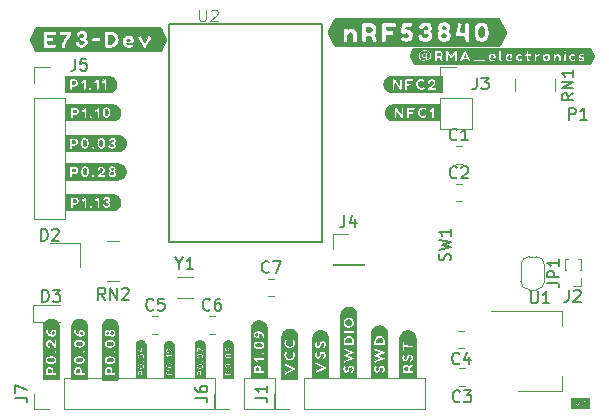
<source format=gbr>
%TF.GenerationSoftware,KiCad,Pcbnew,(5.99.0-9526-g5c17ff0595)*%
%TF.CreationDate,2021-04-11T22:42:19-05:00*%
%TF.ProjectId,E73_Devboard,4537335f-4465-4766-926f-6172642e6b69,rev?*%
%TF.SameCoordinates,Original*%
%TF.FileFunction,Legend,Top*%
%TF.FilePolarity,Positive*%
%FSLAX46Y46*%
G04 Gerber Fmt 4.6, Leading zero omitted, Abs format (unit mm)*
G04 Created by KiCad (PCBNEW (5.99.0-9526-g5c17ff0595)) date 2021-04-11 22:42:19*
%MOMM*%
%LPD*%
G01*
G04 APERTURE LIST*
%ADD10C,0.150000*%
%ADD11C,0.015000*%
%ADD12C,0.010000*%
%ADD13C,0.120000*%
%ADD14C,0.127000*%
G04 APERTURE END LIST*
D10*
%TO.C,*%
%TO.C,SW1*%
X162804761Y-82333333D02*
X162852380Y-82190476D01*
X162852380Y-81952380D01*
X162804761Y-81857142D01*
X162757142Y-81809523D01*
X162661904Y-81761904D01*
X162566666Y-81761904D01*
X162471428Y-81809523D01*
X162423809Y-81857142D01*
X162376190Y-81952380D01*
X162328571Y-82142857D01*
X162280952Y-82238095D01*
X162233333Y-82285714D01*
X162138095Y-82333333D01*
X162042857Y-82333333D01*
X161947619Y-82285714D01*
X161900000Y-82238095D01*
X161852380Y-82142857D01*
X161852380Y-81904761D01*
X161900000Y-81761904D01*
X161852380Y-81428571D02*
X162852380Y-81190476D01*
X162138095Y-81000000D01*
X162852380Y-80809523D01*
X161852380Y-80571428D01*
X162852380Y-79666666D02*
X162852380Y-80238095D01*
X162852380Y-79952380D02*
X161852380Y-79952380D01*
X161995238Y-80047619D01*
X162090476Y-80142857D01*
X162138095Y-80238095D01*
%TO.C,Y1*%
X139873809Y-82576190D02*
X139873809Y-83052380D01*
X139540476Y-82052380D02*
X139873809Y-82576190D01*
X140207142Y-82052380D01*
X141064285Y-83052380D02*
X140492857Y-83052380D01*
X140778571Y-83052380D02*
X140778571Y-82052380D01*
X140683333Y-82195238D01*
X140588095Y-82290476D01*
X140492857Y-82338095D01*
D11*
%TO.C,U2*%
X141563095Y-61092380D02*
X141563095Y-61901904D01*
X141610714Y-61997142D01*
X141658333Y-62044761D01*
X141753571Y-62092380D01*
X141944047Y-62092380D01*
X142039285Y-62044761D01*
X142086904Y-61997142D01*
X142134523Y-61901904D01*
X142134523Y-61092380D01*
X142563095Y-61187619D02*
X142610714Y-61140000D01*
X142705952Y-61092380D01*
X142944047Y-61092380D01*
X143039285Y-61140000D01*
X143086904Y-61187619D01*
X143134523Y-61282857D01*
X143134523Y-61378095D01*
X143086904Y-61520952D01*
X142515476Y-62092380D01*
X143134523Y-62092380D01*
D10*
%TO.C,U1*%
X169638095Y-84952380D02*
X169638095Y-85761904D01*
X169685714Y-85857142D01*
X169733333Y-85904761D01*
X169828571Y-85952380D01*
X170019047Y-85952380D01*
X170114285Y-85904761D01*
X170161904Y-85857142D01*
X170209523Y-85761904D01*
X170209523Y-84952380D01*
X171209523Y-85952380D02*
X170638095Y-85952380D01*
X170923809Y-85952380D02*
X170923809Y-84952380D01*
X170828571Y-85095238D01*
X170733333Y-85190476D01*
X170638095Y-85238095D01*
%TO.C,RN2*%
X133609523Y-85652380D02*
X133276190Y-85176190D01*
X133038095Y-85652380D02*
X133038095Y-84652380D01*
X133419047Y-84652380D01*
X133514285Y-84700000D01*
X133561904Y-84747619D01*
X133609523Y-84842857D01*
X133609523Y-84985714D01*
X133561904Y-85080952D01*
X133514285Y-85128571D01*
X133419047Y-85176190D01*
X133038095Y-85176190D01*
X134038095Y-85652380D02*
X134038095Y-84652380D01*
X134609523Y-85652380D01*
X134609523Y-84652380D01*
X135038095Y-84747619D02*
X135085714Y-84700000D01*
X135180952Y-84652380D01*
X135419047Y-84652380D01*
X135514285Y-84700000D01*
X135561904Y-84747619D01*
X135609523Y-84842857D01*
X135609523Y-84938095D01*
X135561904Y-85080952D01*
X134990476Y-85652380D01*
X135609523Y-85652380D01*
%TO.C,RN1*%
X173252380Y-68190476D02*
X172776190Y-68523809D01*
X173252380Y-68761904D02*
X172252380Y-68761904D01*
X172252380Y-68380952D01*
X172300000Y-68285714D01*
X172347619Y-68238095D01*
X172442857Y-68190476D01*
X172585714Y-68190476D01*
X172680952Y-68238095D01*
X172728571Y-68285714D01*
X172776190Y-68380952D01*
X172776190Y-68761904D01*
X173252380Y-67761904D02*
X172252380Y-67761904D01*
X173252380Y-67190476D01*
X172252380Y-67190476D01*
X173252380Y-66190476D02*
X173252380Y-66761904D01*
X173252380Y-66476190D02*
X172252380Y-66476190D01*
X172395238Y-66571428D01*
X172490476Y-66666666D01*
X172538095Y-66761904D01*
%TO.C,P1*%
X172874404Y-70427380D02*
X172874404Y-69427380D01*
X173255357Y-69427380D01*
X173350595Y-69475000D01*
X173398214Y-69522619D01*
X173445833Y-69617857D01*
X173445833Y-69760714D01*
X173398214Y-69855952D01*
X173350595Y-69903571D01*
X173255357Y-69951190D01*
X172874404Y-69951190D01*
X174398214Y-70427380D02*
X173826785Y-70427380D01*
X174112500Y-70427380D02*
X174112500Y-69427380D01*
X174017261Y-69570238D01*
X173922023Y-69665476D01*
X173826785Y-69713095D01*
%TO.C,JP1*%
X171052380Y-84233333D02*
X171766666Y-84233333D01*
X171909523Y-84280952D01*
X172004761Y-84376190D01*
X172052380Y-84519047D01*
X172052380Y-84614285D01*
X172052380Y-83757142D02*
X171052380Y-83757142D01*
X171052380Y-83376190D01*
X171100000Y-83280952D01*
X171147619Y-83233333D01*
X171242857Y-83185714D01*
X171385714Y-83185714D01*
X171480952Y-83233333D01*
X171528571Y-83280952D01*
X171576190Y-83376190D01*
X171576190Y-83757142D01*
X172052380Y-82233333D02*
X172052380Y-82804761D01*
X172052380Y-82519047D02*
X171052380Y-82519047D01*
X171195238Y-82614285D01*
X171290476Y-82709523D01*
X171338095Y-82804761D01*
%TO.C,J7*%
X126002380Y-93933333D02*
X126716666Y-93933333D01*
X126859523Y-93980952D01*
X126954761Y-94076190D01*
X127002380Y-94219047D01*
X127002380Y-94314285D01*
X126002380Y-93552380D02*
X126002380Y-92885714D01*
X127002380Y-93314285D01*
%TO.C,J6*%
X141247380Y-93933333D02*
X141961666Y-93933333D01*
X142104523Y-93980952D01*
X142199761Y-94076190D01*
X142247380Y-94219047D01*
X142247380Y-94314285D01*
X141247380Y-93028571D02*
X141247380Y-93219047D01*
X141295000Y-93314285D01*
X141342619Y-93361904D01*
X141485476Y-93457142D01*
X141675952Y-93504761D01*
X142056904Y-93504761D01*
X142152142Y-93457142D01*
X142199761Y-93409523D01*
X142247380Y-93314285D01*
X142247380Y-93123809D01*
X142199761Y-93028571D01*
X142152142Y-92980952D01*
X142056904Y-92933333D01*
X141818809Y-92933333D01*
X141723571Y-92980952D01*
X141675952Y-93028571D01*
X141628333Y-93123809D01*
X141628333Y-93314285D01*
X141675952Y-93409523D01*
X141723571Y-93457142D01*
X141818809Y-93504761D01*
%TO.C,J5*%
X131066666Y-65252380D02*
X131066666Y-65966666D01*
X131019047Y-66109523D01*
X130923809Y-66204761D01*
X130780952Y-66252380D01*
X130685714Y-66252380D01*
X132019047Y-65252380D02*
X131542857Y-65252380D01*
X131495238Y-65728571D01*
X131542857Y-65680952D01*
X131638095Y-65633333D01*
X131876190Y-65633333D01*
X131971428Y-65680952D01*
X132019047Y-65728571D01*
X132066666Y-65823809D01*
X132066666Y-66061904D01*
X132019047Y-66157142D01*
X131971428Y-66204761D01*
X131876190Y-66252380D01*
X131638095Y-66252380D01*
X131542857Y-66204761D01*
X131495238Y-66157142D01*
%TO.C,J4*%
X153866666Y-78522380D02*
X153866666Y-79236666D01*
X153819047Y-79379523D01*
X153723809Y-79474761D01*
X153580952Y-79522380D01*
X153485714Y-79522380D01*
X154771428Y-78855714D02*
X154771428Y-79522380D01*
X154533333Y-78474761D02*
X154295238Y-79189047D01*
X154914285Y-79189047D01*
%TO.C,J3*%
X165066666Y-66852380D02*
X165066666Y-67566666D01*
X165019047Y-67709523D01*
X164923809Y-67804761D01*
X164780952Y-67852380D01*
X164685714Y-67852380D01*
X165447619Y-66852380D02*
X166066666Y-66852380D01*
X165733333Y-67233333D01*
X165876190Y-67233333D01*
X165971428Y-67280952D01*
X166019047Y-67328571D01*
X166066666Y-67423809D01*
X166066666Y-67661904D01*
X166019047Y-67757142D01*
X165971428Y-67804761D01*
X165876190Y-67852380D01*
X165590476Y-67852380D01*
X165495238Y-67804761D01*
X165447619Y-67757142D01*
%TO.C,J2*%
X172866666Y-84812380D02*
X172866666Y-85526666D01*
X172819047Y-85669523D01*
X172723809Y-85764761D01*
X172580952Y-85812380D01*
X172485714Y-85812380D01*
X173295238Y-84907619D02*
X173342857Y-84860000D01*
X173438095Y-84812380D01*
X173676190Y-84812380D01*
X173771428Y-84860000D01*
X173819047Y-84907619D01*
X173866666Y-85002857D01*
X173866666Y-85098095D01*
X173819047Y-85240952D01*
X173247619Y-85812380D01*
X173866666Y-85812380D01*
%TO.C,J1*%
X146327380Y-93933333D02*
X147041666Y-93933333D01*
X147184523Y-93980952D01*
X147279761Y-94076190D01*
X147327380Y-94219047D01*
X147327380Y-94314285D01*
X147327380Y-92933333D02*
X147327380Y-93504761D01*
X147327380Y-93219047D02*
X146327380Y-93219047D01*
X146470238Y-93314285D01*
X146565476Y-93409523D01*
X146613095Y-93504761D01*
%TO.C,D3*%
X128261904Y-85822380D02*
X128261904Y-84822380D01*
X128500000Y-84822380D01*
X128642857Y-84870000D01*
X128738095Y-84965238D01*
X128785714Y-85060476D01*
X128833333Y-85250952D01*
X128833333Y-85393809D01*
X128785714Y-85584285D01*
X128738095Y-85679523D01*
X128642857Y-85774761D01*
X128500000Y-85822380D01*
X128261904Y-85822380D01*
X129166666Y-84822380D02*
X129785714Y-84822380D01*
X129452380Y-85203333D01*
X129595238Y-85203333D01*
X129690476Y-85250952D01*
X129738095Y-85298571D01*
X129785714Y-85393809D01*
X129785714Y-85631904D01*
X129738095Y-85727142D01*
X129690476Y-85774761D01*
X129595238Y-85822380D01*
X129309523Y-85822380D01*
X129214285Y-85774761D01*
X129166666Y-85727142D01*
%TO.C,D2*%
X128161904Y-80652380D02*
X128161904Y-79652380D01*
X128400000Y-79652380D01*
X128542857Y-79700000D01*
X128638095Y-79795238D01*
X128685714Y-79890476D01*
X128733333Y-80080952D01*
X128733333Y-80223809D01*
X128685714Y-80414285D01*
X128638095Y-80509523D01*
X128542857Y-80604761D01*
X128400000Y-80652380D01*
X128161904Y-80652380D01*
X129114285Y-79747619D02*
X129161904Y-79700000D01*
X129257142Y-79652380D01*
X129495238Y-79652380D01*
X129590476Y-79700000D01*
X129638095Y-79747619D01*
X129685714Y-79842857D01*
X129685714Y-79938095D01*
X129638095Y-80080952D01*
X129066666Y-80652380D01*
X129685714Y-80652380D01*
%TO.C,C7*%
X147483333Y-83277142D02*
X147435714Y-83324761D01*
X147292857Y-83372380D01*
X147197619Y-83372380D01*
X147054761Y-83324761D01*
X146959523Y-83229523D01*
X146911904Y-83134285D01*
X146864285Y-82943809D01*
X146864285Y-82800952D01*
X146911904Y-82610476D01*
X146959523Y-82515238D01*
X147054761Y-82420000D01*
X147197619Y-82372380D01*
X147292857Y-82372380D01*
X147435714Y-82420000D01*
X147483333Y-82467619D01*
X147816666Y-82372380D02*
X148483333Y-82372380D01*
X148054761Y-83372380D01*
%TO.C,C6*%
X142483333Y-86477142D02*
X142435714Y-86524761D01*
X142292857Y-86572380D01*
X142197619Y-86572380D01*
X142054761Y-86524761D01*
X141959523Y-86429523D01*
X141911904Y-86334285D01*
X141864285Y-86143809D01*
X141864285Y-86000952D01*
X141911904Y-85810476D01*
X141959523Y-85715238D01*
X142054761Y-85620000D01*
X142197619Y-85572380D01*
X142292857Y-85572380D01*
X142435714Y-85620000D01*
X142483333Y-85667619D01*
X143340476Y-85572380D02*
X143150000Y-85572380D01*
X143054761Y-85620000D01*
X143007142Y-85667619D01*
X142911904Y-85810476D01*
X142864285Y-86000952D01*
X142864285Y-86381904D01*
X142911904Y-86477142D01*
X142959523Y-86524761D01*
X143054761Y-86572380D01*
X143245238Y-86572380D01*
X143340476Y-86524761D01*
X143388095Y-86477142D01*
X143435714Y-86381904D01*
X143435714Y-86143809D01*
X143388095Y-86048571D01*
X143340476Y-86000952D01*
X143245238Y-85953333D01*
X143054761Y-85953333D01*
X142959523Y-86000952D01*
X142911904Y-86048571D01*
X142864285Y-86143809D01*
%TO.C,C5*%
X137683333Y-86477142D02*
X137635714Y-86524761D01*
X137492857Y-86572380D01*
X137397619Y-86572380D01*
X137254761Y-86524761D01*
X137159523Y-86429523D01*
X137111904Y-86334285D01*
X137064285Y-86143809D01*
X137064285Y-86000952D01*
X137111904Y-85810476D01*
X137159523Y-85715238D01*
X137254761Y-85620000D01*
X137397619Y-85572380D01*
X137492857Y-85572380D01*
X137635714Y-85620000D01*
X137683333Y-85667619D01*
X138588095Y-85572380D02*
X138111904Y-85572380D01*
X138064285Y-86048571D01*
X138111904Y-86000952D01*
X138207142Y-85953333D01*
X138445238Y-85953333D01*
X138540476Y-86000952D01*
X138588095Y-86048571D01*
X138635714Y-86143809D01*
X138635714Y-86381904D01*
X138588095Y-86477142D01*
X138540476Y-86524761D01*
X138445238Y-86572380D01*
X138207142Y-86572380D01*
X138111904Y-86524761D01*
X138064285Y-86477142D01*
%TO.C,C4*%
X163583333Y-91037142D02*
X163535714Y-91084761D01*
X163392857Y-91132380D01*
X163297619Y-91132380D01*
X163154761Y-91084761D01*
X163059523Y-90989523D01*
X163011904Y-90894285D01*
X162964285Y-90703809D01*
X162964285Y-90560952D01*
X163011904Y-90370476D01*
X163059523Y-90275238D01*
X163154761Y-90180000D01*
X163297619Y-90132380D01*
X163392857Y-90132380D01*
X163535714Y-90180000D01*
X163583333Y-90227619D01*
X164440476Y-90465714D02*
X164440476Y-91132380D01*
X164202380Y-90084761D02*
X163964285Y-90799047D01*
X164583333Y-90799047D01*
%TO.C,C3*%
X163633333Y-94237142D02*
X163585714Y-94284761D01*
X163442857Y-94332380D01*
X163347619Y-94332380D01*
X163204761Y-94284761D01*
X163109523Y-94189523D01*
X163061904Y-94094285D01*
X163014285Y-93903809D01*
X163014285Y-93760952D01*
X163061904Y-93570476D01*
X163109523Y-93475238D01*
X163204761Y-93380000D01*
X163347619Y-93332380D01*
X163442857Y-93332380D01*
X163585714Y-93380000D01*
X163633333Y-93427619D01*
X163966666Y-93332380D02*
X164585714Y-93332380D01*
X164252380Y-93713333D01*
X164395238Y-93713333D01*
X164490476Y-93760952D01*
X164538095Y-93808571D01*
X164585714Y-93903809D01*
X164585714Y-94141904D01*
X164538095Y-94237142D01*
X164490476Y-94284761D01*
X164395238Y-94332380D01*
X164109523Y-94332380D01*
X164014285Y-94284761D01*
X163966666Y-94237142D01*
%TO.C,C2*%
X163383333Y-75277142D02*
X163335714Y-75324761D01*
X163192857Y-75372380D01*
X163097619Y-75372380D01*
X162954761Y-75324761D01*
X162859523Y-75229523D01*
X162811904Y-75134285D01*
X162764285Y-74943809D01*
X162764285Y-74800952D01*
X162811904Y-74610476D01*
X162859523Y-74515238D01*
X162954761Y-74420000D01*
X163097619Y-74372380D01*
X163192857Y-74372380D01*
X163335714Y-74420000D01*
X163383333Y-74467619D01*
X163764285Y-74467619D02*
X163811904Y-74420000D01*
X163907142Y-74372380D01*
X164145238Y-74372380D01*
X164240476Y-74420000D01*
X164288095Y-74467619D01*
X164335714Y-74562857D01*
X164335714Y-74658095D01*
X164288095Y-74800952D01*
X163716666Y-75372380D01*
X164335714Y-75372380D01*
%TO.C,C1*%
X163383333Y-72077142D02*
X163335714Y-72124761D01*
X163192857Y-72172380D01*
X163097619Y-72172380D01*
X162954761Y-72124761D01*
X162859523Y-72029523D01*
X162811904Y-71934285D01*
X162764285Y-71743809D01*
X162764285Y-71600952D01*
X162811904Y-71410476D01*
X162859523Y-71315238D01*
X162954761Y-71220000D01*
X163097619Y-71172380D01*
X163192857Y-71172380D01*
X163335714Y-71220000D01*
X163383333Y-71267619D01*
X164335714Y-72172380D02*
X163764285Y-72172380D01*
X164050000Y-72172380D02*
X164050000Y-71172380D01*
X163954761Y-71315238D01*
X163859523Y-71410476D01*
X163764285Y-71458095D01*
D12*
%TO.C,*%
X173190000Y-93980000D02*
X173020000Y-93980000D01*
X173020000Y-93980000D02*
X173010000Y-94020000D01*
X173010000Y-94020000D02*
X173010000Y-94820000D01*
X173010000Y-94820000D02*
X174580000Y-94820000D01*
X174580000Y-94820000D02*
X174580000Y-93980000D01*
X174580000Y-93980000D02*
X173230000Y-93980000D01*
X173230000Y-93980000D02*
X173290000Y-94110000D01*
X173290000Y-94110000D02*
X173330000Y-94100000D01*
X173330000Y-94100000D02*
X173360000Y-94110000D01*
X173360000Y-94110000D02*
X173380000Y-94140000D01*
X173380000Y-94140000D02*
X173530000Y-94470000D01*
X173530000Y-94470000D02*
X173540000Y-94500000D01*
X173540000Y-94500000D02*
X173720000Y-94110000D01*
X173720000Y-94110000D02*
X173760000Y-94100000D01*
X173760000Y-94100000D02*
X173800000Y-94110000D01*
X173800000Y-94110000D02*
X173820000Y-94120000D01*
X173820000Y-94120000D02*
X173850000Y-94150000D01*
X173850000Y-94150000D02*
X173840000Y-94190000D01*
X173840000Y-94190000D02*
X173830000Y-94230000D01*
X173830000Y-94230000D02*
X173980000Y-94290000D01*
X173980000Y-94290000D02*
X174000000Y-94250000D01*
X174000000Y-94250000D02*
X174120000Y-94130000D01*
X174120000Y-94130000D02*
X174140000Y-94120000D01*
X174140000Y-94120000D02*
X174180000Y-94100000D01*
X174180000Y-94100000D02*
X174220000Y-94100000D01*
X174220000Y-94100000D02*
X174260000Y-94120000D01*
X174260000Y-94120000D02*
X174260000Y-94160000D01*
X174260000Y-94160000D02*
X174260000Y-94630000D01*
X174260000Y-94630000D02*
X174250000Y-94670000D01*
X174250000Y-94670000D02*
X174230000Y-94690000D01*
X174230000Y-94690000D02*
X174170000Y-94700000D01*
X174170000Y-94700000D02*
X174130000Y-94680000D01*
X174130000Y-94680000D02*
X174120000Y-94650000D01*
X174120000Y-94650000D02*
X174120000Y-94610000D01*
X174120000Y-94610000D02*
X174120000Y-94350000D01*
X174120000Y-94350000D02*
X174090000Y-94350000D01*
X174090000Y-94350000D02*
X174060000Y-94370000D01*
X174060000Y-94370000D02*
X174020000Y-94360000D01*
X174020000Y-94360000D02*
X173990000Y-94320000D01*
X173990000Y-94320000D02*
X173980000Y-94290000D01*
X173980000Y-94290000D02*
X173830000Y-94230000D01*
X173830000Y-94230000D02*
X173620000Y-94650000D01*
X173620000Y-94650000D02*
X173590000Y-94680000D01*
X173590000Y-94680000D02*
X173560000Y-94700000D01*
X173560000Y-94700000D02*
X173520000Y-94690000D01*
X173520000Y-94690000D02*
X173480000Y-94670000D01*
X173480000Y-94670000D02*
X173260000Y-94210000D01*
X173260000Y-94210000D02*
X173240000Y-94170000D01*
X173240000Y-94170000D02*
X173250000Y-94140000D01*
X173250000Y-94140000D02*
X173290000Y-94110000D01*
X173290000Y-94110000D02*
X173230000Y-93980000D01*
X173230000Y-93980000D02*
X173190000Y-93980000D01*
X173190000Y-93980000D02*
X173190000Y-93980000D01*
G36*
X174580000Y-94820000D02*
G01*
X173010000Y-94820000D01*
X173010000Y-94170000D01*
X173240000Y-94170000D01*
X173260000Y-94210000D01*
X173480000Y-94670000D01*
X173520000Y-94690000D01*
X173560000Y-94700000D01*
X173590000Y-94680000D01*
X173620000Y-94650000D01*
X173800000Y-94290000D01*
X173980000Y-94290000D01*
X173990000Y-94320000D01*
X174020000Y-94360000D01*
X174060000Y-94370000D01*
X174090000Y-94350000D01*
X174120000Y-94350000D01*
X174120000Y-94650000D01*
X174130000Y-94680000D01*
X174170000Y-94700000D01*
X174230000Y-94690000D01*
X174250000Y-94670000D01*
X174260000Y-94630000D01*
X174260000Y-94120000D01*
X174220000Y-94100000D01*
X174180000Y-94100000D01*
X174120000Y-94130000D01*
X174000000Y-94250000D01*
X173980000Y-94290000D01*
X173800000Y-94290000D01*
X173830000Y-94230000D01*
X173850000Y-94150000D01*
X173820000Y-94120000D01*
X173800000Y-94110000D01*
X173760000Y-94100000D01*
X173720000Y-94110000D01*
X173540000Y-94500000D01*
X173530000Y-94470000D01*
X173380000Y-94140000D01*
X173360000Y-94110000D01*
X173330000Y-94100000D01*
X173290000Y-94110000D01*
X173250000Y-94140000D01*
X173240000Y-94170000D01*
X173010000Y-94170000D01*
X173010000Y-94020000D01*
X173020000Y-93980000D01*
X174580000Y-93980000D01*
X174580000Y-94820000D01*
G37*
X174580000Y-94820000D02*
X173010000Y-94820000D01*
X173010000Y-94170000D01*
X173240000Y-94170000D01*
X173260000Y-94210000D01*
X173480000Y-94670000D01*
X173520000Y-94690000D01*
X173560000Y-94700000D01*
X173590000Y-94680000D01*
X173620000Y-94650000D01*
X173800000Y-94290000D01*
X173980000Y-94290000D01*
X173990000Y-94320000D01*
X174020000Y-94360000D01*
X174060000Y-94370000D01*
X174090000Y-94350000D01*
X174120000Y-94350000D01*
X174120000Y-94650000D01*
X174130000Y-94680000D01*
X174170000Y-94700000D01*
X174230000Y-94690000D01*
X174250000Y-94670000D01*
X174260000Y-94630000D01*
X174260000Y-94120000D01*
X174220000Y-94100000D01*
X174180000Y-94100000D01*
X174120000Y-94130000D01*
X174000000Y-94250000D01*
X173980000Y-94290000D01*
X173800000Y-94290000D01*
X173830000Y-94230000D01*
X173850000Y-94150000D01*
X173820000Y-94120000D01*
X173800000Y-94110000D01*
X173760000Y-94100000D01*
X173720000Y-94110000D01*
X173540000Y-94500000D01*
X173530000Y-94470000D01*
X173380000Y-94140000D01*
X173360000Y-94110000D01*
X173330000Y-94100000D01*
X173290000Y-94110000D01*
X173250000Y-94140000D01*
X173240000Y-94170000D01*
X173010000Y-94170000D01*
X173010000Y-94020000D01*
X173020000Y-93980000D01*
X174580000Y-93980000D01*
X174580000Y-94820000D01*
X160020000Y-64320000D02*
X159740000Y-64320000D01*
X159740000Y-64320000D02*
X159700000Y-64360000D01*
X159700000Y-64360000D02*
X159400000Y-64960000D01*
X159400000Y-64960000D02*
X159390000Y-65020000D01*
X159390000Y-65020000D02*
X159690000Y-65630000D01*
X159690000Y-65630000D02*
X159730000Y-65680000D01*
X159730000Y-65680000D02*
X174640000Y-65680000D01*
X174640000Y-65680000D02*
X174690000Y-65660000D01*
X174690000Y-65660000D02*
X175000000Y-65050000D01*
X175000000Y-65050000D02*
X175020000Y-64990000D01*
X175020000Y-64990000D02*
X174690000Y-64330000D01*
X174690000Y-64330000D02*
X174620000Y-64320000D01*
X174620000Y-64320000D02*
X160060000Y-64320000D01*
X160060000Y-64320000D02*
X160260000Y-64560000D01*
X160260000Y-64560000D02*
X160310000Y-64520000D01*
X160310000Y-64520000D02*
X160370000Y-64490000D01*
X160370000Y-64490000D02*
X160440000Y-64470000D01*
X160440000Y-64470000D02*
X160500000Y-64450000D01*
X160500000Y-64450000D02*
X160570000Y-64440000D01*
X160570000Y-64440000D02*
X160640000Y-64440000D01*
X160640000Y-64440000D02*
X160710000Y-64440000D01*
X160710000Y-64440000D02*
X160780000Y-64450000D01*
X160780000Y-64450000D02*
X160840000Y-64470000D01*
X160840000Y-64470000D02*
X160900000Y-64490000D01*
X160900000Y-64490000D02*
X160960000Y-64520000D01*
X160960000Y-64520000D02*
X161020000Y-64550000D01*
X161020000Y-64550000D02*
X161070000Y-64600000D01*
X161070000Y-64600000D02*
X161130000Y-64660000D01*
X161130000Y-64660000D02*
X161160000Y-64720000D01*
X161160000Y-64720000D02*
X161430000Y-64590000D01*
X161430000Y-64590000D02*
X161450000Y-64540000D01*
X161450000Y-64540000D02*
X161500000Y-64520000D01*
X161500000Y-64520000D02*
X161580000Y-64510000D01*
X161580000Y-64510000D02*
X161850000Y-64510000D01*
X161850000Y-64510000D02*
X161910000Y-64530000D01*
X161910000Y-64530000D02*
X161970000Y-64550000D01*
X161970000Y-64550000D02*
X162030000Y-64590000D01*
X162030000Y-64590000D02*
X162080000Y-64640000D01*
X162080000Y-64640000D02*
X162120000Y-64690000D01*
X162120000Y-64690000D02*
X162150000Y-64750000D01*
X162150000Y-64750000D02*
X162170000Y-64820000D01*
X162170000Y-64820000D02*
X162170000Y-64890000D01*
X162170000Y-64890000D02*
X162150000Y-64960000D01*
X162150000Y-64960000D02*
X162130000Y-65020000D01*
X162130000Y-65020000D02*
X162090000Y-65070000D01*
X162090000Y-65070000D02*
X162080000Y-65120000D01*
X162080000Y-65120000D02*
X162130000Y-65240000D01*
X162130000Y-65240000D02*
X162170000Y-65360000D01*
X162170000Y-65360000D02*
X162380000Y-65370000D01*
X162380000Y-65370000D02*
X162380000Y-64620000D01*
X162380000Y-64620000D02*
X162390000Y-64560000D01*
X162390000Y-64560000D02*
X162440000Y-64530000D01*
X162440000Y-64530000D02*
X162520000Y-64520000D01*
X162520000Y-64520000D02*
X162580000Y-64540000D01*
X162580000Y-64540000D02*
X162620000Y-64590000D01*
X162620000Y-64590000D02*
X162860000Y-64920000D01*
X162860000Y-64920000D02*
X162910000Y-64910000D01*
X162910000Y-64910000D02*
X163070000Y-64710000D01*
X163070000Y-64710000D02*
X163190000Y-64550000D01*
X163190000Y-64550000D02*
X163250000Y-64520000D01*
X163250000Y-64520000D02*
X163340000Y-64520000D01*
X163340000Y-64520000D02*
X163380000Y-64550000D01*
X163380000Y-64550000D02*
X163400000Y-64620000D01*
X163400000Y-64620000D02*
X163400000Y-65370000D01*
X163400000Y-65370000D02*
X163570000Y-65350000D01*
X163570000Y-65350000D02*
X163590000Y-65290000D01*
X163590000Y-65290000D02*
X163920000Y-64620000D01*
X163920000Y-64620000D02*
X163950000Y-64560000D01*
X163950000Y-64560000D02*
X164010000Y-64520000D01*
X164010000Y-64520000D02*
X164070000Y-64510000D01*
X164070000Y-64510000D02*
X164130000Y-64540000D01*
X164130000Y-64540000D02*
X164160000Y-64600000D01*
X164160000Y-64600000D02*
X164490000Y-65270000D01*
X164490000Y-65270000D02*
X164520000Y-65340000D01*
X164520000Y-65340000D02*
X164730000Y-65350000D01*
X164730000Y-65350000D02*
X164770000Y-65300000D01*
X164770000Y-65300000D02*
X164840000Y-65290000D01*
X164840000Y-65290000D02*
X165650000Y-65290000D01*
X165650000Y-65290000D02*
X165720000Y-65300000D01*
X165720000Y-65300000D02*
X165760000Y-65340000D01*
X165760000Y-65340000D02*
X166000000Y-65250000D01*
X166000000Y-65250000D02*
X165990000Y-65180000D01*
X165990000Y-65180000D02*
X165980000Y-65110000D01*
X165980000Y-65110000D02*
X165990000Y-65040000D01*
X165990000Y-65040000D02*
X166010000Y-64980000D01*
X166010000Y-64980000D02*
X166040000Y-64920000D01*
X166040000Y-64920000D02*
X166080000Y-64870000D01*
X166080000Y-64870000D02*
X166130000Y-64830000D01*
X166130000Y-64830000D02*
X166180000Y-64800000D01*
X166180000Y-64800000D02*
X166250000Y-64770000D01*
X166250000Y-64770000D02*
X166320000Y-64760000D01*
X166320000Y-64760000D02*
X166390000Y-64760000D01*
X166390000Y-64760000D02*
X166460000Y-64780000D01*
X166460000Y-64780000D02*
X166520000Y-64800000D01*
X166520000Y-64800000D02*
X166570000Y-64840000D01*
X166570000Y-64840000D02*
X166620000Y-64890000D01*
X166620000Y-64890000D02*
X166650000Y-64950000D01*
X166650000Y-64950000D02*
X166660000Y-65020000D01*
X166660000Y-65020000D02*
X166660000Y-65080000D01*
X166660000Y-65080000D02*
X166880000Y-65200000D01*
X166880000Y-65200000D02*
X166880000Y-64590000D01*
X166880000Y-64590000D02*
X166880000Y-64530000D01*
X166880000Y-64530000D02*
X166910000Y-64480000D01*
X166910000Y-64480000D02*
X166970000Y-64460000D01*
X166970000Y-64460000D02*
X167060000Y-64470000D01*
X167060000Y-64470000D02*
X167100000Y-64510000D01*
X167100000Y-64510000D02*
X167110000Y-64580000D01*
X167110000Y-64580000D02*
X167110000Y-65190000D01*
X167110000Y-65190000D02*
X167120000Y-65250000D01*
X167120000Y-65250000D02*
X167190000Y-65260000D01*
X167190000Y-65260000D02*
X167230000Y-65290000D01*
X167230000Y-65290000D02*
X167440000Y-65240000D01*
X167440000Y-65240000D02*
X167420000Y-65180000D01*
X167420000Y-65180000D02*
X167420000Y-65110000D01*
X167420000Y-65110000D02*
X167420000Y-65040000D01*
X167420000Y-65040000D02*
X167440000Y-64980000D01*
X167440000Y-64980000D02*
X167470000Y-64920000D01*
X167470000Y-64920000D02*
X167510000Y-64870000D01*
X167510000Y-64870000D02*
X167570000Y-64830000D01*
X167570000Y-64830000D02*
X167620000Y-64790000D01*
X167620000Y-64790000D02*
X167690000Y-64770000D01*
X167690000Y-64770000D02*
X167760000Y-64760000D01*
X167760000Y-64760000D02*
X167830000Y-64760000D01*
X167830000Y-64760000D02*
X167900000Y-64780000D01*
X167900000Y-64780000D02*
X167960000Y-64800000D01*
X167960000Y-64800000D02*
X168010000Y-64840000D01*
X168010000Y-64840000D02*
X168050000Y-64890000D01*
X168050000Y-64890000D02*
X168080000Y-64950000D01*
X168080000Y-64950000D02*
X168090000Y-65020000D01*
X168090000Y-65020000D02*
X168090000Y-65090000D01*
X168090000Y-65090000D02*
X168300000Y-65100000D01*
X168300000Y-65100000D02*
X168310000Y-65030000D01*
X168310000Y-65030000D02*
X168330000Y-64970000D01*
X168330000Y-64970000D02*
X168370000Y-64910000D01*
X168370000Y-64910000D02*
X168410000Y-64860000D01*
X168410000Y-64860000D02*
X168470000Y-64820000D01*
X168470000Y-64820000D02*
X168530000Y-64800000D01*
X168530000Y-64800000D02*
X168600000Y-64780000D01*
X168600000Y-64780000D02*
X168660000Y-64780000D01*
X168660000Y-64780000D02*
X168730000Y-64790000D01*
X168730000Y-64790000D02*
X168800000Y-64810000D01*
X168800000Y-64810000D02*
X168860000Y-64840000D01*
X168860000Y-64840000D02*
X168900000Y-64890000D01*
X168900000Y-64890000D02*
X169090000Y-64860000D01*
X169090000Y-64860000D02*
X169120000Y-64810000D01*
X169120000Y-64810000D02*
X169180000Y-64790000D01*
X169180000Y-64790000D02*
X169210000Y-64760000D01*
X169210000Y-64760000D02*
X169210000Y-64620000D01*
X169210000Y-64620000D02*
X169240000Y-64570000D01*
X169240000Y-64570000D02*
X169300000Y-64550000D01*
X169300000Y-64550000D02*
X169390000Y-64560000D01*
X169390000Y-64560000D02*
X169430000Y-64600000D01*
X169430000Y-64600000D02*
X169440000Y-64670000D01*
X169440000Y-64670000D02*
X169440000Y-64730000D01*
X169440000Y-64730000D02*
X169440000Y-64800000D01*
X169440000Y-64800000D02*
X169510000Y-64790000D01*
X169510000Y-64790000D02*
X169570000Y-64800000D01*
X169570000Y-64800000D02*
X169620000Y-64830000D01*
X169620000Y-64830000D02*
X169630000Y-64900000D01*
X169630000Y-64900000D02*
X169870000Y-64880000D01*
X169870000Y-64880000D02*
X169880000Y-64820000D01*
X169880000Y-64820000D02*
X169930000Y-64790000D01*
X169930000Y-64790000D02*
X170020000Y-64790000D01*
X170020000Y-64790000D02*
X170070000Y-64810000D01*
X170070000Y-64810000D02*
X170100000Y-64860000D01*
X170100000Y-64860000D02*
X170140000Y-64820000D01*
X170140000Y-64820000D02*
X170210000Y-64790000D01*
X170210000Y-64790000D02*
X170280000Y-64790000D01*
X170280000Y-64790000D02*
X170340000Y-64800000D01*
X170340000Y-64800000D02*
X170380000Y-64830000D01*
X170380000Y-64830000D02*
X170390000Y-64900000D01*
X170390000Y-64900000D02*
X170370000Y-64960000D01*
X170370000Y-64960000D02*
X170570000Y-64990000D01*
X170570000Y-64990000D02*
X170610000Y-64920000D01*
X170610000Y-64920000D02*
X170660000Y-64880000D01*
X170660000Y-64880000D02*
X170720000Y-64830000D01*
X170720000Y-64830000D02*
X170770000Y-64800000D01*
X170770000Y-64800000D02*
X170840000Y-64780000D01*
X170840000Y-64780000D02*
X170900000Y-64760000D01*
X170900000Y-64760000D02*
X170970000Y-64760000D01*
X170970000Y-64760000D02*
X171040000Y-64780000D01*
X171040000Y-64780000D02*
X171100000Y-64800000D01*
X171100000Y-64800000D02*
X171150000Y-64840000D01*
X171150000Y-64840000D02*
X171200000Y-64890000D01*
X171200000Y-64890000D02*
X171240000Y-64940000D01*
X171240000Y-64940000D02*
X171510000Y-64850000D01*
X171510000Y-64850000D02*
X171540000Y-64810000D01*
X171540000Y-64810000D02*
X171600000Y-64790000D01*
X171600000Y-64790000D02*
X171690000Y-64800000D01*
X171690000Y-64800000D02*
X171730000Y-64830000D01*
X171730000Y-64830000D02*
X171750000Y-64850000D01*
X171750000Y-64850000D02*
X171810000Y-64810000D01*
X171810000Y-64810000D02*
X171870000Y-64790000D01*
X171870000Y-64790000D02*
X171950000Y-64800000D01*
X171950000Y-64800000D02*
X172020000Y-64820000D01*
X172020000Y-64820000D02*
X172070000Y-64860000D01*
X172070000Y-64860000D02*
X172120000Y-64910000D01*
X172120000Y-64910000D02*
X172400000Y-64640000D01*
X172400000Y-64640000D02*
X172400000Y-64570000D01*
X172400000Y-64570000D02*
X172400000Y-64510000D01*
X172400000Y-64510000D02*
X172450000Y-64480000D01*
X172450000Y-64480000D02*
X172530000Y-64470000D01*
X172530000Y-64470000D02*
X172600000Y-64490000D01*
X172600000Y-64490000D02*
X172620000Y-64550000D01*
X172620000Y-64550000D02*
X172620000Y-64620000D01*
X172620000Y-64620000D02*
X172600000Y-64680000D01*
X172600000Y-64680000D02*
X172580000Y-64690000D01*
X172580000Y-64690000D02*
X172510000Y-64700000D01*
X172510000Y-64700000D02*
X172540000Y-64790000D01*
X172540000Y-64790000D02*
X172600000Y-64810000D01*
X172600000Y-64810000D02*
X172620000Y-64870000D01*
X172620000Y-64870000D02*
X172850000Y-64950000D01*
X172850000Y-64950000D02*
X172890000Y-64890000D01*
X172890000Y-64890000D02*
X172940000Y-64850000D01*
X172940000Y-64850000D02*
X173000000Y-64810000D01*
X173000000Y-64810000D02*
X173060000Y-64790000D01*
X173060000Y-64790000D02*
X173120000Y-64780000D01*
X173120000Y-64780000D02*
X173190000Y-64780000D01*
X173190000Y-64780000D02*
X173260000Y-64790000D01*
X173260000Y-64790000D02*
X173320000Y-64820000D01*
X173320000Y-64820000D02*
X173380000Y-64860000D01*
X173380000Y-64860000D02*
X173400000Y-64910000D01*
X173400000Y-64910000D02*
X173380000Y-64970000D01*
X173380000Y-64970000D02*
X173340000Y-65040000D01*
X173340000Y-65040000D02*
X173290000Y-65060000D01*
X173290000Y-65060000D02*
X173230000Y-65030000D01*
X173230000Y-65030000D02*
X173170000Y-65010000D01*
X173170000Y-65010000D02*
X173100000Y-65020000D01*
X173100000Y-65020000D02*
X173050000Y-65060000D01*
X173050000Y-65060000D02*
X173030000Y-65130000D01*
X173030000Y-65130000D02*
X173060000Y-65200000D01*
X173060000Y-65200000D02*
X173120000Y-65240000D01*
X173120000Y-65240000D02*
X173180000Y-65240000D01*
X173180000Y-65240000D02*
X173240000Y-65200000D01*
X173240000Y-65200000D02*
X173300000Y-65190000D01*
X173300000Y-65190000D02*
X173350000Y-65230000D01*
X173350000Y-65230000D02*
X173400000Y-65290000D01*
X173400000Y-65290000D02*
X173400000Y-65350000D01*
X173400000Y-65350000D02*
X173610000Y-65340000D01*
X173610000Y-65340000D02*
X173630000Y-65290000D01*
X173630000Y-65290000D02*
X173680000Y-65230000D01*
X173680000Y-65230000D02*
X173740000Y-65230000D01*
X173740000Y-65230000D02*
X173810000Y-65270000D01*
X173810000Y-65270000D02*
X173870000Y-65290000D01*
X173870000Y-65290000D02*
X173950000Y-65280000D01*
X173950000Y-65280000D02*
X173960000Y-65250000D01*
X173960000Y-65250000D02*
X173900000Y-65230000D01*
X173900000Y-65230000D02*
X173820000Y-65210000D01*
X173820000Y-65210000D02*
X173760000Y-65190000D01*
X173760000Y-65190000D02*
X173700000Y-65150000D01*
X173700000Y-65150000D02*
X173660000Y-65100000D01*
X173660000Y-65100000D02*
X173640000Y-65040000D01*
X173640000Y-65040000D02*
X173630000Y-64970000D01*
X173630000Y-64970000D02*
X173640000Y-64900000D01*
X173640000Y-64900000D02*
X173660000Y-64850000D01*
X173660000Y-64850000D02*
X173700000Y-64810000D01*
X173700000Y-64810000D02*
X173760000Y-64780000D01*
X173760000Y-64780000D02*
X173830000Y-64770000D01*
X173830000Y-64770000D02*
X173920000Y-64760000D01*
X173920000Y-64760000D02*
X173990000Y-64770000D01*
X173990000Y-64770000D02*
X174050000Y-64780000D01*
X174050000Y-64780000D02*
X174120000Y-64810000D01*
X174120000Y-64810000D02*
X174150000Y-64860000D01*
X174150000Y-64860000D02*
X174130000Y-64930000D01*
X174130000Y-64930000D02*
X174070000Y-64980000D01*
X174070000Y-64980000D02*
X174020000Y-64970000D01*
X174020000Y-64970000D02*
X173950000Y-64940000D01*
X173950000Y-64940000D02*
X173870000Y-64940000D01*
X173870000Y-64940000D02*
X173830000Y-64970000D01*
X173830000Y-64970000D02*
X173870000Y-65010000D01*
X173870000Y-65010000D02*
X173950000Y-65020000D01*
X173950000Y-65020000D02*
X174010000Y-65040000D01*
X174010000Y-65040000D02*
X174080000Y-65060000D01*
X174080000Y-65060000D02*
X174130000Y-65100000D01*
X174130000Y-65100000D02*
X174160000Y-65160000D01*
X174160000Y-65160000D02*
X174180000Y-65230000D01*
X174180000Y-65230000D02*
X174170000Y-65300000D01*
X174170000Y-65300000D02*
X174150000Y-65360000D01*
X174150000Y-65360000D02*
X174110000Y-65410000D01*
X174110000Y-65410000D02*
X174060000Y-65440000D01*
X174060000Y-65440000D02*
X174000000Y-65460000D01*
X174000000Y-65460000D02*
X173930000Y-65470000D01*
X173930000Y-65470000D02*
X173850000Y-65470000D01*
X173850000Y-65470000D02*
X173790000Y-65470000D01*
X173790000Y-65470000D02*
X173720000Y-65450000D01*
X173720000Y-65450000D02*
X173660000Y-65420000D01*
X173660000Y-65420000D02*
X173630000Y-65400000D01*
X173630000Y-65400000D02*
X173610000Y-65340000D01*
X173610000Y-65340000D02*
X173400000Y-65350000D01*
X173400000Y-65350000D02*
X173360000Y-65400000D01*
X173360000Y-65400000D02*
X173300000Y-65440000D01*
X173300000Y-65440000D02*
X173240000Y-65460000D01*
X173240000Y-65460000D02*
X173170000Y-65470000D01*
X173170000Y-65470000D02*
X173100000Y-65470000D01*
X173100000Y-65470000D02*
X173040000Y-65450000D01*
X173040000Y-65450000D02*
X172980000Y-65420000D01*
X172980000Y-65420000D02*
X172920000Y-65380000D01*
X172920000Y-65380000D02*
X172870000Y-65340000D01*
X172870000Y-65340000D02*
X172840000Y-65280000D01*
X172840000Y-65280000D02*
X172810000Y-65210000D01*
X172810000Y-65210000D02*
X172800000Y-65150000D01*
X172800000Y-65150000D02*
X172800000Y-65080000D01*
X172800000Y-65080000D02*
X172820000Y-65010000D01*
X172820000Y-65010000D02*
X172850000Y-64950000D01*
X172850000Y-64950000D02*
X172620000Y-64870000D01*
X172620000Y-64870000D02*
X172620000Y-65410000D01*
X172620000Y-65410000D02*
X172590000Y-65460000D01*
X172590000Y-65460000D02*
X172520000Y-65470000D01*
X172520000Y-65470000D02*
X172440000Y-65460000D01*
X172440000Y-65460000D02*
X172400000Y-65420000D01*
X172400000Y-65420000D02*
X172400000Y-65360000D01*
X172400000Y-65360000D02*
X172400000Y-64950000D01*
X172400000Y-64950000D02*
X172400000Y-64890000D01*
X172400000Y-64890000D02*
X172410000Y-64830000D01*
X172410000Y-64830000D02*
X172450000Y-64800000D01*
X172450000Y-64800000D02*
X172530000Y-64790000D01*
X172530000Y-64790000D02*
X172510000Y-64700000D01*
X172510000Y-64700000D02*
X172440000Y-64690000D01*
X172440000Y-64690000D02*
X172400000Y-64640000D01*
X172400000Y-64640000D02*
X172120000Y-64910000D01*
X172120000Y-64910000D02*
X172150000Y-64960000D01*
X172150000Y-64960000D02*
X172180000Y-65020000D01*
X172180000Y-65020000D02*
X172190000Y-65090000D01*
X172190000Y-65090000D02*
X172190000Y-65160000D01*
X172190000Y-65160000D02*
X172190000Y-65370000D01*
X172190000Y-65370000D02*
X172180000Y-65430000D01*
X172180000Y-65430000D02*
X172140000Y-65470000D01*
X172140000Y-65470000D02*
X172060000Y-65470000D01*
X172060000Y-65470000D02*
X171990000Y-65450000D01*
X171990000Y-65450000D02*
X171960000Y-65410000D01*
X171960000Y-65410000D02*
X171960000Y-65340000D01*
X171960000Y-65340000D02*
X171960000Y-65130000D01*
X171960000Y-65130000D02*
X171950000Y-65070000D01*
X171950000Y-65070000D02*
X171900000Y-65020000D01*
X171900000Y-65020000D02*
X171830000Y-65010000D01*
X171830000Y-65010000D02*
X171770000Y-65040000D01*
X171770000Y-65040000D02*
X171740000Y-65100000D01*
X171740000Y-65100000D02*
X171730000Y-65170000D01*
X171730000Y-65170000D02*
X171730000Y-65370000D01*
X171730000Y-65370000D02*
X171720000Y-65430000D01*
X171720000Y-65430000D02*
X171680000Y-65470000D01*
X171680000Y-65470000D02*
X171590000Y-65470000D01*
X171590000Y-65470000D02*
X171530000Y-65450000D01*
X171530000Y-65450000D02*
X171510000Y-65400000D01*
X171510000Y-65400000D02*
X171510000Y-64860000D01*
X171510000Y-64860000D02*
X171240000Y-64940000D01*
X171240000Y-64940000D02*
X171270000Y-65000000D01*
X171270000Y-65000000D02*
X171280000Y-65070000D01*
X171280000Y-65070000D02*
X171280000Y-65140000D01*
X171280000Y-65140000D02*
X171270000Y-65210000D01*
X171270000Y-65210000D02*
X171250000Y-65270000D01*
X171250000Y-65270000D02*
X171220000Y-65330000D01*
X171220000Y-65330000D02*
X171170000Y-65380000D01*
X171170000Y-65380000D02*
X171120000Y-65420000D01*
X171120000Y-65420000D02*
X171060000Y-65450000D01*
X171060000Y-65450000D02*
X170990000Y-65470000D01*
X170990000Y-65470000D02*
X170930000Y-65470000D01*
X170930000Y-65470000D02*
X170860000Y-65470000D01*
X170860000Y-65470000D02*
X170800000Y-65450000D01*
X170800000Y-65450000D02*
X170730000Y-65410000D01*
X170730000Y-65410000D02*
X170680000Y-65370000D01*
X170680000Y-65370000D02*
X170640000Y-65320000D01*
X170640000Y-65320000D02*
X170600000Y-65260000D01*
X170600000Y-65260000D02*
X170580000Y-65200000D01*
X170580000Y-65200000D02*
X170570000Y-65130000D01*
X170570000Y-65130000D02*
X170570000Y-65000000D01*
X170570000Y-65000000D02*
X170370000Y-64960000D01*
X170370000Y-64960000D02*
X170330000Y-65020000D01*
X170330000Y-65020000D02*
X170260000Y-65020000D01*
X170260000Y-65020000D02*
X170200000Y-65000000D01*
X170200000Y-65000000D02*
X170140000Y-65020000D01*
X170140000Y-65020000D02*
X170090000Y-65070000D01*
X170090000Y-65070000D02*
X170090000Y-65130000D01*
X170090000Y-65130000D02*
X170090000Y-65410000D01*
X170090000Y-65410000D02*
X170060000Y-65460000D01*
X170060000Y-65460000D02*
X170000000Y-65470000D01*
X170000000Y-65470000D02*
X169920000Y-65470000D01*
X169920000Y-65470000D02*
X169870000Y-65430000D01*
X169870000Y-65430000D02*
X169870000Y-65360000D01*
X169870000Y-65360000D02*
X169870000Y-64880000D01*
X169870000Y-64880000D02*
X169630000Y-64910000D01*
X169630000Y-64910000D02*
X169620000Y-64980000D01*
X169620000Y-64980000D02*
X169570000Y-65010000D01*
X169570000Y-65010000D02*
X169460000Y-65020000D01*
X169460000Y-65020000D02*
X169440000Y-65050000D01*
X169440000Y-65050000D02*
X169440000Y-65190000D01*
X169440000Y-65190000D02*
X169450000Y-65250000D01*
X169450000Y-65250000D02*
X169520000Y-65260000D01*
X169520000Y-65260000D02*
X169580000Y-65280000D01*
X169580000Y-65280000D02*
X169600000Y-65340000D01*
X169600000Y-65340000D02*
X169590000Y-65430000D01*
X169590000Y-65430000D02*
X169550000Y-65460000D01*
X169550000Y-65460000D02*
X169490000Y-65470000D01*
X169490000Y-65470000D02*
X169410000Y-65470000D01*
X169410000Y-65470000D02*
X169340000Y-65450000D01*
X169340000Y-65450000D02*
X169290000Y-65420000D01*
X169290000Y-65420000D02*
X169250000Y-65380000D01*
X169250000Y-65380000D02*
X169230000Y-65320000D01*
X169230000Y-65320000D02*
X169210000Y-65250000D01*
X169210000Y-65250000D02*
X169210000Y-65180000D01*
X169210000Y-65180000D02*
X169210000Y-65040000D01*
X169210000Y-65040000D02*
X169170000Y-65020000D01*
X169170000Y-65020000D02*
X169110000Y-65000000D01*
X169110000Y-65000000D02*
X169090000Y-64940000D01*
X169090000Y-64940000D02*
X169090000Y-64860000D01*
X169090000Y-64860000D02*
X168900000Y-64890000D01*
X168900000Y-64890000D02*
X168890000Y-64950000D01*
X168890000Y-64950000D02*
X168850000Y-65020000D01*
X168850000Y-65020000D02*
X168800000Y-65060000D01*
X168800000Y-65060000D02*
X168750000Y-65050000D01*
X168750000Y-65050000D02*
X168680000Y-65010000D01*
X168680000Y-65010000D02*
X168620000Y-65010000D01*
X168620000Y-65010000D02*
X168560000Y-65040000D01*
X168560000Y-65040000D02*
X168530000Y-65100000D01*
X168530000Y-65100000D02*
X168530000Y-65170000D01*
X168530000Y-65170000D02*
X168530000Y-65190000D01*
X168530000Y-65190000D02*
X168590000Y-65230000D01*
X168590000Y-65230000D02*
X168650000Y-65240000D01*
X168650000Y-65240000D02*
X168720000Y-65220000D01*
X168720000Y-65220000D02*
X168780000Y-65190000D01*
X168780000Y-65190000D02*
X168820000Y-65210000D01*
X168820000Y-65210000D02*
X168880000Y-65270000D01*
X168880000Y-65270000D02*
X168900000Y-65330000D01*
X168900000Y-65330000D02*
X168880000Y-65390000D01*
X168880000Y-65390000D02*
X168820000Y-65430000D01*
X168820000Y-65430000D02*
X168760000Y-65460000D01*
X168760000Y-65460000D02*
X168690000Y-65470000D01*
X168690000Y-65470000D02*
X168620000Y-65470000D01*
X168620000Y-65470000D02*
X168560000Y-65460000D01*
X168560000Y-65460000D02*
X168490000Y-65440000D01*
X168490000Y-65440000D02*
X168430000Y-65400000D01*
X168430000Y-65400000D02*
X168380000Y-65350000D01*
X168380000Y-65350000D02*
X168340000Y-65300000D01*
X168340000Y-65300000D02*
X168320000Y-65240000D01*
X168320000Y-65240000D02*
X168300000Y-65170000D01*
X168300000Y-65170000D02*
X168300000Y-65100000D01*
X168300000Y-65100000D02*
X168090000Y-65090000D01*
X168090000Y-65090000D02*
X168050000Y-65160000D01*
X168050000Y-65160000D02*
X168000000Y-65190000D01*
X168000000Y-65190000D02*
X167930000Y-65190000D01*
X167930000Y-65190000D02*
X167720000Y-65190000D01*
X167720000Y-65190000D02*
X167660000Y-65190000D01*
X167660000Y-65190000D02*
X167690000Y-65250000D01*
X167690000Y-65250000D02*
X167760000Y-65270000D01*
X167760000Y-65270000D02*
X167830000Y-65280000D01*
X167830000Y-65280000D02*
X167900000Y-65270000D01*
X167900000Y-65270000D02*
X167960000Y-65240000D01*
X167960000Y-65240000D02*
X168010000Y-65260000D01*
X168010000Y-65260000D02*
X168050000Y-65330000D01*
X168050000Y-65330000D02*
X168060000Y-65380000D01*
X168060000Y-65380000D02*
X168040000Y-65420000D01*
X168040000Y-65420000D02*
X167990000Y-65450000D01*
X167990000Y-65450000D02*
X167920000Y-65460000D01*
X167920000Y-65460000D02*
X167830000Y-65470000D01*
X167830000Y-65470000D02*
X167740000Y-65470000D01*
X167740000Y-65470000D02*
X167670000Y-65460000D01*
X167670000Y-65460000D02*
X167610000Y-65440000D01*
X167610000Y-65440000D02*
X167550000Y-65410000D01*
X167550000Y-65410000D02*
X167500000Y-65360000D01*
X167500000Y-65360000D02*
X167460000Y-65310000D01*
X167460000Y-65310000D02*
X167440000Y-65250000D01*
X167440000Y-65250000D02*
X167230000Y-65300000D01*
X167230000Y-65300000D02*
X167230000Y-65380000D01*
X167230000Y-65380000D02*
X167220000Y-65450000D01*
X167220000Y-65450000D02*
X167180000Y-65470000D01*
X167180000Y-65470000D02*
X167120000Y-65470000D01*
X167120000Y-65470000D02*
X167030000Y-65460000D01*
X167030000Y-65460000D02*
X166960000Y-65440000D01*
X166960000Y-65440000D02*
X166920000Y-65400000D01*
X166920000Y-65400000D02*
X166900000Y-65350000D01*
X166900000Y-65350000D02*
X166890000Y-65290000D01*
X166890000Y-65290000D02*
X166880000Y-65200000D01*
X166880000Y-65200000D02*
X166660000Y-65090000D01*
X166660000Y-65090000D02*
X166620000Y-65150000D01*
X166620000Y-65150000D02*
X166560000Y-65190000D01*
X166560000Y-65190000D02*
X166490000Y-65190000D01*
X166490000Y-65190000D02*
X166290000Y-65190000D01*
X166290000Y-65190000D02*
X166220000Y-65190000D01*
X166220000Y-65190000D02*
X166260000Y-65250000D01*
X166260000Y-65250000D02*
X166320000Y-65270000D01*
X166320000Y-65270000D02*
X166390000Y-65280000D01*
X166390000Y-65280000D02*
X166460000Y-65270000D01*
X166460000Y-65270000D02*
X166520000Y-65250000D01*
X166520000Y-65250000D02*
X166570000Y-65260000D01*
X166570000Y-65260000D02*
X166620000Y-65320000D01*
X166620000Y-65320000D02*
X166620000Y-65380000D01*
X166620000Y-65380000D02*
X166600000Y-65420000D01*
X166600000Y-65420000D02*
X166560000Y-65450000D01*
X166560000Y-65450000D02*
X166490000Y-65460000D01*
X166490000Y-65460000D02*
X166400000Y-65470000D01*
X166400000Y-65470000D02*
X166310000Y-65470000D01*
X166310000Y-65470000D02*
X166240000Y-65460000D01*
X166240000Y-65460000D02*
X166180000Y-65440000D01*
X166180000Y-65440000D02*
X166110000Y-65410000D01*
X166110000Y-65410000D02*
X166070000Y-65370000D01*
X166070000Y-65370000D02*
X166030000Y-65310000D01*
X166030000Y-65310000D02*
X166000000Y-65250000D01*
X166000000Y-65250000D02*
X165760000Y-65340000D01*
X165760000Y-65340000D02*
X165760000Y-65410000D01*
X165760000Y-65410000D02*
X165730000Y-65460000D01*
X165730000Y-65460000D02*
X165660000Y-65470000D01*
X165660000Y-65470000D02*
X164850000Y-65470000D01*
X164850000Y-65470000D02*
X164760000Y-65470000D01*
X164760000Y-65470000D02*
X164730000Y-65420000D01*
X164730000Y-65420000D02*
X164730000Y-65350000D01*
X164730000Y-65350000D02*
X164520000Y-65340000D01*
X164520000Y-65340000D02*
X164520000Y-65390000D01*
X164520000Y-65390000D02*
X164480000Y-65440000D01*
X164480000Y-65440000D02*
X164400000Y-65470000D01*
X164400000Y-65470000D02*
X164340000Y-65460000D01*
X164340000Y-65460000D02*
X164300000Y-65420000D01*
X164300000Y-65420000D02*
X164240000Y-65290000D01*
X164240000Y-65290000D02*
X164200000Y-65260000D01*
X164200000Y-65260000D02*
X163920000Y-65260000D01*
X163920000Y-65260000D02*
X163860000Y-65270000D01*
X163860000Y-65270000D02*
X163800000Y-65390000D01*
X163800000Y-65390000D02*
X163770000Y-65450000D01*
X163770000Y-65450000D02*
X163710000Y-65470000D01*
X163710000Y-65470000D02*
X163650000Y-65450000D01*
X163650000Y-65450000D02*
X163580000Y-65410000D01*
X163580000Y-65410000D02*
X163570000Y-65360000D01*
X163570000Y-65360000D02*
X163400000Y-65370000D01*
X163400000Y-65370000D02*
X163380000Y-65440000D01*
X163380000Y-65440000D02*
X163340000Y-65470000D01*
X163340000Y-65470000D02*
X163270000Y-65470000D01*
X163270000Y-65470000D02*
X163200000Y-65450000D01*
X163200000Y-65450000D02*
X163170000Y-65400000D01*
X163170000Y-65400000D02*
X163170000Y-65330000D01*
X163170000Y-65330000D02*
X163170000Y-64930000D01*
X163170000Y-64930000D02*
X163140000Y-64960000D01*
X163140000Y-64960000D02*
X162970000Y-65190000D01*
X162970000Y-65190000D02*
X162920000Y-65230000D01*
X162920000Y-65230000D02*
X162850000Y-65220000D01*
X162850000Y-65220000D02*
X162800000Y-65190000D01*
X162800000Y-65190000D02*
X162770000Y-65150000D01*
X162770000Y-65150000D02*
X162620000Y-64950000D01*
X162620000Y-64950000D02*
X162600000Y-64920000D01*
X162600000Y-64920000D02*
X162600000Y-65400000D01*
X162600000Y-65400000D02*
X162580000Y-65450000D01*
X162580000Y-65450000D02*
X162510000Y-65470000D01*
X162510000Y-65470000D02*
X162430000Y-65470000D01*
X162430000Y-65470000D02*
X162390000Y-65430000D01*
X162390000Y-65430000D02*
X162380000Y-65370000D01*
X162380000Y-65370000D02*
X162170000Y-65370000D01*
X162170000Y-65370000D02*
X162160000Y-65410000D01*
X162160000Y-65410000D02*
X162090000Y-65450000D01*
X162090000Y-65450000D02*
X162030000Y-65470000D01*
X162030000Y-65470000D02*
X161970000Y-65450000D01*
X161970000Y-65450000D02*
X161950000Y-65420000D01*
X161950000Y-65420000D02*
X161900000Y-65290000D01*
X161900000Y-65290000D02*
X161860000Y-65200000D01*
X161860000Y-65200000D02*
X161720000Y-65200000D01*
X161720000Y-65200000D02*
X161660000Y-65210000D01*
X161660000Y-65210000D02*
X161660000Y-65340000D01*
X161660000Y-65340000D02*
X161650000Y-65410000D01*
X161650000Y-65410000D02*
X161620000Y-65460000D01*
X161620000Y-65460000D02*
X161540000Y-65470000D01*
X161540000Y-65470000D02*
X161470000Y-65450000D01*
X161470000Y-65450000D02*
X161430000Y-65410000D01*
X161430000Y-65410000D02*
X161430000Y-65340000D01*
X161430000Y-65340000D02*
X161430000Y-64600000D01*
X161430000Y-64600000D02*
X161160000Y-64730000D01*
X161160000Y-64730000D02*
X161180000Y-64790000D01*
X161180000Y-64790000D02*
X161200000Y-64850000D01*
X161200000Y-64850000D02*
X161210000Y-64920000D01*
X161210000Y-64920000D02*
X161200000Y-64990000D01*
X161200000Y-64990000D02*
X161190000Y-65060000D01*
X161190000Y-65060000D02*
X161180000Y-65120000D01*
X161180000Y-65120000D02*
X161150000Y-65190000D01*
X161150000Y-65190000D02*
X161110000Y-65240000D01*
X161110000Y-65240000D02*
X161060000Y-65290000D01*
X161060000Y-65290000D02*
X161000000Y-65320000D01*
X161000000Y-65320000D02*
X160940000Y-65350000D01*
X160940000Y-65350000D02*
X160880000Y-65360000D01*
X160880000Y-65360000D02*
X160810000Y-65350000D01*
X160810000Y-65350000D02*
X160750000Y-65330000D01*
X160750000Y-65330000D02*
X160700000Y-65280000D01*
X160700000Y-65280000D02*
X160670000Y-65230000D01*
X160670000Y-65230000D02*
X160660000Y-65160000D01*
X160660000Y-65160000D02*
X160630000Y-65160000D01*
X160630000Y-65160000D02*
X160560000Y-65180000D01*
X160560000Y-65180000D02*
X160500000Y-65170000D01*
X160500000Y-65170000D02*
X160440000Y-65140000D01*
X160440000Y-65140000D02*
X160390000Y-65090000D01*
X160390000Y-65090000D02*
X160360000Y-65030000D01*
X160360000Y-65030000D02*
X160350000Y-64960000D01*
X160350000Y-64960000D02*
X160360000Y-64890000D01*
X160360000Y-64890000D02*
X160380000Y-64830000D01*
X160380000Y-64830000D02*
X160420000Y-64780000D01*
X160420000Y-64780000D02*
X160480000Y-64730000D01*
X160480000Y-64730000D02*
X160540000Y-64690000D01*
X160540000Y-64690000D02*
X160600000Y-64680000D01*
X160600000Y-64680000D02*
X160670000Y-64690000D01*
X160670000Y-64690000D02*
X160720000Y-64730000D01*
X160720000Y-64730000D02*
X160750000Y-64690000D01*
X160750000Y-64690000D02*
X160830000Y-64680000D01*
X160830000Y-64680000D02*
X160880000Y-64720000D01*
X160880000Y-64720000D02*
X160880000Y-64780000D01*
X160880000Y-64780000D02*
X160830000Y-65130000D01*
X160830000Y-65130000D02*
X160830000Y-65190000D01*
X160830000Y-65190000D02*
X160900000Y-65190000D01*
X160900000Y-65190000D02*
X160960000Y-65160000D01*
X160960000Y-65160000D02*
X161000000Y-65120000D01*
X161000000Y-65120000D02*
X161030000Y-65060000D01*
X161030000Y-65060000D02*
X161040000Y-64990000D01*
X161040000Y-64990000D02*
X161040000Y-64910000D01*
X161040000Y-64910000D02*
X161030000Y-64850000D01*
X161030000Y-64850000D02*
X161010000Y-64790000D01*
X161010000Y-64790000D02*
X160970000Y-64730000D01*
X160970000Y-64730000D02*
X160930000Y-64680000D01*
X160930000Y-64680000D02*
X160870000Y-64650000D01*
X160870000Y-64650000D02*
X160810000Y-64630000D01*
X160810000Y-64630000D02*
X160740000Y-64610000D01*
X160740000Y-64610000D02*
X160670000Y-64600000D01*
X160670000Y-64600000D02*
X160600000Y-64600000D01*
X160600000Y-64600000D02*
X160530000Y-64610000D01*
X160530000Y-64610000D02*
X160470000Y-64630000D01*
X160470000Y-64630000D02*
X160410000Y-64660000D01*
X160410000Y-64660000D02*
X160360000Y-64700000D01*
X160360000Y-64700000D02*
X160310000Y-64740000D01*
X160310000Y-64740000D02*
X160280000Y-64800000D01*
X160280000Y-64800000D02*
X160260000Y-64860000D01*
X160260000Y-64860000D02*
X160250000Y-64930000D01*
X160250000Y-64930000D02*
X160250000Y-65010000D01*
X160250000Y-65010000D02*
X160270000Y-65080000D01*
X160270000Y-65080000D02*
X160290000Y-65140000D01*
X160290000Y-65140000D02*
X160320000Y-65200000D01*
X160320000Y-65200000D02*
X160360000Y-65240000D01*
X160360000Y-65240000D02*
X160410000Y-65280000D01*
X160410000Y-65280000D02*
X160470000Y-65300000D01*
X160470000Y-65300000D02*
X160550000Y-65310000D01*
X160550000Y-65310000D02*
X160620000Y-65310000D01*
X160620000Y-65310000D02*
X160660000Y-65350000D01*
X160660000Y-65350000D02*
X160660000Y-65430000D01*
X160660000Y-65430000D02*
X160620000Y-65470000D01*
X160620000Y-65470000D02*
X160550000Y-65470000D01*
X160550000Y-65470000D02*
X160470000Y-65470000D01*
X160470000Y-65470000D02*
X160410000Y-65450000D01*
X160410000Y-65450000D02*
X160350000Y-65420000D01*
X160350000Y-65420000D02*
X160290000Y-65390000D01*
X160290000Y-65390000D02*
X160240000Y-65350000D01*
X160240000Y-65350000D02*
X160200000Y-65300000D01*
X160200000Y-65300000D02*
X160160000Y-65250000D01*
X160160000Y-65250000D02*
X160130000Y-65200000D01*
X160130000Y-65200000D02*
X160110000Y-65130000D01*
X160110000Y-65130000D02*
X160100000Y-65060000D01*
X160100000Y-65060000D02*
X160090000Y-64990000D01*
X160090000Y-64990000D02*
X160090000Y-64920000D01*
X160090000Y-64920000D02*
X160100000Y-64850000D01*
X160100000Y-64850000D02*
X160110000Y-64780000D01*
X160110000Y-64780000D02*
X160140000Y-64720000D01*
X160140000Y-64720000D02*
X160170000Y-64660000D01*
X160170000Y-64660000D02*
X160210000Y-64610000D01*
X160210000Y-64610000D02*
X160260000Y-64560000D01*
X160260000Y-64560000D02*
X160050000Y-64320000D01*
X160050000Y-64320000D02*
X160020000Y-64320000D01*
X160020000Y-64320000D02*
X160020000Y-64320000D01*
G36*
X164160000Y-64600000D02*
G01*
X164130000Y-64540000D01*
X164070000Y-64510000D01*
X164010000Y-64520000D01*
X163950000Y-64560000D01*
X163920000Y-64620000D01*
X163590000Y-65290000D01*
X163570000Y-65350000D01*
X163400000Y-65370000D01*
X163400000Y-64620000D01*
X163380000Y-64550000D01*
X163340000Y-64520000D01*
X163250000Y-64520000D01*
X163190000Y-64550000D01*
X163070000Y-64710000D01*
X162910000Y-64910000D01*
X162860000Y-64920000D01*
X162620000Y-64590000D01*
X162580000Y-64540000D01*
X162520000Y-64520000D01*
X162440000Y-64530000D01*
X162390000Y-64560000D01*
X162380000Y-64620000D01*
X162380000Y-65370000D01*
X162170000Y-65360000D01*
X162130000Y-65240000D01*
X162080000Y-65120000D01*
X162090000Y-65070000D01*
X162130000Y-65020000D01*
X162150000Y-64960000D01*
X162170000Y-64890000D01*
X162170000Y-64820000D01*
X162150000Y-64750000D01*
X162120000Y-64690000D01*
X162080000Y-64640000D01*
X162030000Y-64590000D01*
X161970000Y-64550000D01*
X161850000Y-64510000D01*
X161580000Y-64510000D01*
X161500000Y-64520000D01*
X161450000Y-64540000D01*
X161430000Y-64590000D01*
X161160000Y-64720000D01*
X161130000Y-64660000D01*
X161020000Y-64550000D01*
X160900000Y-64490000D01*
X160780000Y-64450000D01*
X160710000Y-64440000D01*
X160570000Y-64440000D01*
X160500000Y-64450000D01*
X160440000Y-64470000D01*
X160370000Y-64490000D01*
X160310000Y-64520000D01*
X160260000Y-64560000D01*
X160060000Y-64320000D01*
X174620000Y-64320000D01*
X174690000Y-64330000D01*
X175020000Y-64990000D01*
X175000000Y-65050000D01*
X174690000Y-65660000D01*
X174640000Y-65680000D01*
X159730000Y-65680000D01*
X159690000Y-65630000D01*
X159390000Y-65020000D01*
X159400000Y-64960000D01*
X159700000Y-64360000D01*
X159740000Y-64320000D01*
X160050000Y-64320000D01*
X160260000Y-64560000D01*
X160210000Y-64610000D01*
X160170000Y-64660000D01*
X160110000Y-64780000D01*
X160090000Y-64920000D01*
X160090000Y-64990000D01*
X160110000Y-65130000D01*
X160130000Y-65200000D01*
X160160000Y-65250000D01*
X160240000Y-65350000D01*
X160290000Y-65390000D01*
X160410000Y-65450000D01*
X160470000Y-65470000D01*
X160620000Y-65470000D01*
X160660000Y-65430000D01*
X160660000Y-65350000D01*
X160620000Y-65310000D01*
X160550000Y-65310000D01*
X160470000Y-65300000D01*
X160410000Y-65280000D01*
X160360000Y-65240000D01*
X160320000Y-65200000D01*
X160290000Y-65140000D01*
X160270000Y-65080000D01*
X160250000Y-65010000D01*
X160250000Y-64930000D01*
X160260000Y-64860000D01*
X160280000Y-64800000D01*
X160310000Y-64740000D01*
X160410000Y-64660000D01*
X160470000Y-64630000D01*
X160530000Y-64610000D01*
X160600000Y-64600000D01*
X160670000Y-64600000D01*
X160740000Y-64610000D01*
X160810000Y-64630000D01*
X160870000Y-64650000D01*
X160930000Y-64680000D01*
X160970000Y-64730000D01*
X161010000Y-64790000D01*
X161030000Y-64850000D01*
X161040000Y-64910000D01*
X161040000Y-64990000D01*
X161030000Y-65060000D01*
X161000000Y-65120000D01*
X160960000Y-65160000D01*
X160900000Y-65190000D01*
X160830000Y-65190000D01*
X160830000Y-65130000D01*
X160880000Y-64780000D01*
X160880000Y-64720000D01*
X160830000Y-64680000D01*
X160750000Y-64690000D01*
X160720000Y-64730000D01*
X160670000Y-64690000D01*
X160600000Y-64680000D01*
X160540000Y-64690000D01*
X160480000Y-64730000D01*
X160420000Y-64780000D01*
X160380000Y-64830000D01*
X160360000Y-64890000D01*
X160350000Y-64960000D01*
X160360000Y-65030000D01*
X160390000Y-65090000D01*
X160440000Y-65140000D01*
X160500000Y-65170000D01*
X160560000Y-65180000D01*
X160630000Y-65160000D01*
X160660000Y-65160000D01*
X160670000Y-65230000D01*
X160700000Y-65280000D01*
X160750000Y-65330000D01*
X160810000Y-65350000D01*
X160880000Y-65360000D01*
X160940000Y-65350000D01*
X161060000Y-65290000D01*
X161110000Y-65240000D01*
X161150000Y-65190000D01*
X161180000Y-65120000D01*
X161190000Y-65060000D01*
X161210000Y-64920000D01*
X161200000Y-64850000D01*
X161160000Y-64730000D01*
X161430000Y-64600000D01*
X161430000Y-65410000D01*
X161470000Y-65450000D01*
X161540000Y-65470000D01*
X161620000Y-65460000D01*
X161650000Y-65410000D01*
X161660000Y-65340000D01*
X161660000Y-65210000D01*
X161720000Y-65200000D01*
X161860000Y-65200000D01*
X161900000Y-65290000D01*
X161950000Y-65420000D01*
X161970000Y-65450000D01*
X162030000Y-65470000D01*
X162090000Y-65450000D01*
X162160000Y-65410000D01*
X162170000Y-65370000D01*
X162380000Y-65370000D01*
X162390000Y-65430000D01*
X162430000Y-65470000D01*
X162510000Y-65470000D01*
X162580000Y-65450000D01*
X162600000Y-65400000D01*
X162600000Y-64920000D01*
X162620000Y-64950000D01*
X162800000Y-65190000D01*
X162850000Y-65220000D01*
X162920000Y-65230000D01*
X162970000Y-65190000D01*
X163140000Y-64960000D01*
X163170000Y-64930000D01*
X163170000Y-65400000D01*
X163200000Y-65450000D01*
X163270000Y-65470000D01*
X163340000Y-65470000D01*
X163380000Y-65440000D01*
X163400000Y-65370000D01*
X163570000Y-65360000D01*
X163580000Y-65410000D01*
X163650000Y-65450000D01*
X163710000Y-65470000D01*
X163770000Y-65450000D01*
X163860000Y-65270000D01*
X163920000Y-65260000D01*
X164200000Y-65260000D01*
X164240000Y-65290000D01*
X164300000Y-65420000D01*
X164340000Y-65460000D01*
X164400000Y-65470000D01*
X164480000Y-65440000D01*
X164520000Y-65390000D01*
X164520000Y-65350000D01*
X164730000Y-65350000D01*
X164730000Y-65420000D01*
X164760000Y-65470000D01*
X165660000Y-65470000D01*
X165730000Y-65460000D01*
X165760000Y-65410000D01*
X165760000Y-65340000D01*
X165720000Y-65300000D01*
X165650000Y-65290000D01*
X164840000Y-65290000D01*
X164770000Y-65300000D01*
X164730000Y-65350000D01*
X164520000Y-65350000D01*
X164520000Y-65340000D01*
X164490000Y-65270000D01*
X164411194Y-65110000D01*
X165980000Y-65110000D01*
X166000000Y-65250000D01*
X166030000Y-65310000D01*
X166070000Y-65370000D01*
X166110000Y-65410000D01*
X166180000Y-65440000D01*
X166240000Y-65460000D01*
X166310000Y-65470000D01*
X166400000Y-65470000D01*
X166490000Y-65460000D01*
X166560000Y-65450000D01*
X166600000Y-65420000D01*
X166620000Y-65380000D01*
X166620000Y-65320000D01*
X166570000Y-65260000D01*
X166520000Y-65250000D01*
X166460000Y-65270000D01*
X166390000Y-65280000D01*
X166320000Y-65270000D01*
X166260000Y-65250000D01*
X166220000Y-65190000D01*
X166560000Y-65190000D01*
X166620000Y-65150000D01*
X166660000Y-65090000D01*
X166880000Y-65200000D01*
X166890000Y-65290000D01*
X166900000Y-65350000D01*
X166920000Y-65400000D01*
X166960000Y-65440000D01*
X167030000Y-65460000D01*
X167120000Y-65470000D01*
X167180000Y-65470000D01*
X167220000Y-65450000D01*
X167230000Y-65380000D01*
X167230000Y-65300000D01*
X167440000Y-65250000D01*
X167460000Y-65310000D01*
X167500000Y-65360000D01*
X167550000Y-65410000D01*
X167610000Y-65440000D01*
X167670000Y-65460000D01*
X167740000Y-65470000D01*
X167830000Y-65470000D01*
X167920000Y-65460000D01*
X167990000Y-65450000D01*
X168040000Y-65420000D01*
X168060000Y-65380000D01*
X168050000Y-65330000D01*
X168010000Y-65260000D01*
X167960000Y-65240000D01*
X167900000Y-65270000D01*
X167830000Y-65280000D01*
X167760000Y-65270000D01*
X167690000Y-65250000D01*
X167660000Y-65190000D01*
X168000000Y-65190000D01*
X168050000Y-65160000D01*
X168084286Y-65100000D01*
X168300000Y-65100000D01*
X168300000Y-65170000D01*
X168320000Y-65240000D01*
X168340000Y-65300000D01*
X168380000Y-65350000D01*
X168430000Y-65400000D01*
X168490000Y-65440000D01*
X168560000Y-65460000D01*
X168620000Y-65470000D01*
X168690000Y-65470000D01*
X168760000Y-65460000D01*
X168820000Y-65430000D01*
X168880000Y-65390000D01*
X168900000Y-65330000D01*
X168880000Y-65270000D01*
X168820000Y-65210000D01*
X168780000Y-65190000D01*
X168720000Y-65220000D01*
X168650000Y-65240000D01*
X168590000Y-65230000D01*
X168530000Y-65190000D01*
X168530000Y-65100000D01*
X168560000Y-65040000D01*
X168620000Y-65010000D01*
X168680000Y-65010000D01*
X168750000Y-65050000D01*
X168800000Y-65060000D01*
X168850000Y-65020000D01*
X168890000Y-64950000D01*
X168900000Y-64890000D01*
X168876000Y-64860000D01*
X169090000Y-64860000D01*
X169090000Y-64940000D01*
X169110000Y-65000000D01*
X169170000Y-65020000D01*
X169210000Y-65040000D01*
X169210000Y-65250000D01*
X169230000Y-65320000D01*
X169250000Y-65380000D01*
X169290000Y-65420000D01*
X169340000Y-65450000D01*
X169410000Y-65470000D01*
X169490000Y-65470000D01*
X169550000Y-65460000D01*
X169590000Y-65430000D01*
X169600000Y-65340000D01*
X169580000Y-65280000D01*
X169520000Y-65260000D01*
X169450000Y-65250000D01*
X169440000Y-65190000D01*
X169440000Y-65050000D01*
X169460000Y-65020000D01*
X169570000Y-65010000D01*
X169620000Y-64980000D01*
X169630000Y-64910000D01*
X169870000Y-64880000D01*
X169870000Y-65430000D01*
X169920000Y-65470000D01*
X170000000Y-65470000D01*
X170060000Y-65460000D01*
X170090000Y-65410000D01*
X170090000Y-65070000D01*
X170140000Y-65020000D01*
X170200000Y-65000000D01*
X170260000Y-65020000D01*
X170330000Y-65020000D01*
X170370000Y-64960000D01*
X170570000Y-65000000D01*
X170570000Y-65130000D01*
X170580000Y-65200000D01*
X170600000Y-65260000D01*
X170640000Y-65320000D01*
X170680000Y-65370000D01*
X170730000Y-65410000D01*
X170800000Y-65450000D01*
X170860000Y-65470000D01*
X170990000Y-65470000D01*
X171060000Y-65450000D01*
X171120000Y-65420000D01*
X171170000Y-65380000D01*
X171220000Y-65330000D01*
X171250000Y-65270000D01*
X171270000Y-65210000D01*
X171280000Y-65140000D01*
X171280000Y-65070000D01*
X171270000Y-65000000D01*
X171240000Y-64940000D01*
X171510000Y-64860000D01*
X171510000Y-65400000D01*
X171530000Y-65450000D01*
X171590000Y-65470000D01*
X171680000Y-65470000D01*
X171720000Y-65430000D01*
X171730000Y-65370000D01*
X171730000Y-65170000D01*
X171740000Y-65100000D01*
X171770000Y-65040000D01*
X171830000Y-65010000D01*
X171900000Y-65020000D01*
X171950000Y-65070000D01*
X171960000Y-65130000D01*
X171960000Y-65410000D01*
X171990000Y-65450000D01*
X172060000Y-65470000D01*
X172140000Y-65470000D01*
X172180000Y-65430000D01*
X172190000Y-65370000D01*
X172190000Y-65090000D01*
X172180000Y-65020000D01*
X172150000Y-64960000D01*
X172120000Y-64910000D01*
X172070000Y-64860000D01*
X172020000Y-64820000D01*
X171950000Y-64800000D01*
X171870000Y-64790000D01*
X171810000Y-64810000D01*
X171750000Y-64850000D01*
X171730000Y-64830000D01*
X171690000Y-64800000D01*
X171600000Y-64790000D01*
X171540000Y-64810000D01*
X171510000Y-64850000D01*
X171240000Y-64940000D01*
X171200000Y-64890000D01*
X171150000Y-64840000D01*
X171100000Y-64800000D01*
X171040000Y-64780000D01*
X170970000Y-64760000D01*
X170900000Y-64760000D01*
X170840000Y-64780000D01*
X170770000Y-64800000D01*
X170720000Y-64830000D01*
X170660000Y-64880000D01*
X170610000Y-64920000D01*
X170570000Y-64990000D01*
X170370000Y-64960000D01*
X170390000Y-64900000D01*
X170380000Y-64830000D01*
X170340000Y-64800000D01*
X170280000Y-64790000D01*
X170210000Y-64790000D01*
X170140000Y-64820000D01*
X170100000Y-64860000D01*
X170070000Y-64810000D01*
X170020000Y-64790000D01*
X169930000Y-64790000D01*
X169880000Y-64820000D01*
X169870000Y-64880000D01*
X169630000Y-64900000D01*
X169620000Y-64830000D01*
X169570000Y-64800000D01*
X169510000Y-64790000D01*
X169440000Y-64800000D01*
X169440000Y-64670000D01*
X169430000Y-64600000D01*
X169390000Y-64560000D01*
X169300000Y-64550000D01*
X169240000Y-64570000D01*
X169210000Y-64620000D01*
X169210000Y-64760000D01*
X169180000Y-64790000D01*
X169120000Y-64810000D01*
X169090000Y-64860000D01*
X168876000Y-64860000D01*
X168860000Y-64840000D01*
X168800000Y-64810000D01*
X168730000Y-64790000D01*
X168660000Y-64780000D01*
X168600000Y-64780000D01*
X168530000Y-64800000D01*
X168470000Y-64820000D01*
X168410000Y-64860000D01*
X168370000Y-64910000D01*
X168330000Y-64970000D01*
X168310000Y-65030000D01*
X168300000Y-65100000D01*
X168084286Y-65100000D01*
X168090000Y-65090000D01*
X168090000Y-65020000D01*
X168080000Y-64950000D01*
X168050000Y-64890000D01*
X168010000Y-64840000D01*
X167960000Y-64800000D01*
X167900000Y-64780000D01*
X167830000Y-64760000D01*
X167760000Y-64760000D01*
X167690000Y-64770000D01*
X167620000Y-64790000D01*
X167570000Y-64830000D01*
X167510000Y-64870000D01*
X167470000Y-64920000D01*
X167440000Y-64980000D01*
X167420000Y-65040000D01*
X167420000Y-65180000D01*
X167440000Y-65240000D01*
X167230000Y-65290000D01*
X167190000Y-65260000D01*
X167120000Y-65250000D01*
X167110000Y-65190000D01*
X167110000Y-64580000D01*
X167100000Y-64510000D01*
X172400000Y-64510000D01*
X172400000Y-64640000D01*
X172440000Y-64690000D01*
X172510000Y-64700000D01*
X172530000Y-64790000D01*
X172450000Y-64800000D01*
X172410000Y-64830000D01*
X172400000Y-64890000D01*
X172400000Y-65420000D01*
X172440000Y-65460000D01*
X172520000Y-65470000D01*
X172590000Y-65460000D01*
X172620000Y-65410000D01*
X172620000Y-65080000D01*
X172800000Y-65080000D01*
X172800000Y-65150000D01*
X172810000Y-65210000D01*
X172840000Y-65280000D01*
X172870000Y-65340000D01*
X172920000Y-65380000D01*
X172980000Y-65420000D01*
X173040000Y-65450000D01*
X173100000Y-65470000D01*
X173170000Y-65470000D01*
X173240000Y-65460000D01*
X173300000Y-65440000D01*
X173360000Y-65400000D01*
X173400000Y-65350000D01*
X173400000Y-65340000D01*
X173610000Y-65340000D01*
X173630000Y-65400000D01*
X173660000Y-65420000D01*
X173720000Y-65450000D01*
X173790000Y-65470000D01*
X173930000Y-65470000D01*
X174000000Y-65460000D01*
X174060000Y-65440000D01*
X174110000Y-65410000D01*
X174150000Y-65360000D01*
X174170000Y-65300000D01*
X174180000Y-65230000D01*
X174160000Y-65160000D01*
X174130000Y-65100000D01*
X174080000Y-65060000D01*
X174010000Y-65040000D01*
X173950000Y-65020000D01*
X173870000Y-65010000D01*
X173830000Y-64970000D01*
X173870000Y-64940000D01*
X173950000Y-64940000D01*
X174020000Y-64970000D01*
X174070000Y-64980000D01*
X174130000Y-64930000D01*
X174150000Y-64860000D01*
X174120000Y-64810000D01*
X174050000Y-64780000D01*
X173990000Y-64770000D01*
X173920000Y-64760000D01*
X173830000Y-64770000D01*
X173760000Y-64780000D01*
X173700000Y-64810000D01*
X173660000Y-64850000D01*
X173640000Y-64900000D01*
X173630000Y-64970000D01*
X173640000Y-65040000D01*
X173660000Y-65100000D01*
X173700000Y-65150000D01*
X173760000Y-65190000D01*
X173820000Y-65210000D01*
X173900000Y-65230000D01*
X173960000Y-65250000D01*
X173950000Y-65280000D01*
X173870000Y-65290000D01*
X173810000Y-65270000D01*
X173740000Y-65230000D01*
X173680000Y-65230000D01*
X173630000Y-65290000D01*
X173610000Y-65340000D01*
X173400000Y-65340000D01*
X173400000Y-65290000D01*
X173350000Y-65230000D01*
X173300000Y-65190000D01*
X173240000Y-65200000D01*
X173180000Y-65240000D01*
X173120000Y-65240000D01*
X173060000Y-65200000D01*
X173030000Y-65130000D01*
X173050000Y-65060000D01*
X173100000Y-65020000D01*
X173170000Y-65010000D01*
X173230000Y-65030000D01*
X173290000Y-65060000D01*
X173340000Y-65040000D01*
X173380000Y-64970000D01*
X173400000Y-64910000D01*
X173380000Y-64860000D01*
X173320000Y-64820000D01*
X173260000Y-64790000D01*
X173190000Y-64780000D01*
X173120000Y-64780000D01*
X173060000Y-64790000D01*
X173000000Y-64810000D01*
X172940000Y-64850000D01*
X172890000Y-64890000D01*
X172850000Y-64950000D01*
X172820000Y-65010000D01*
X172800000Y-65080000D01*
X172620000Y-65080000D01*
X172620000Y-64870000D01*
X172600000Y-64810000D01*
X172540000Y-64790000D01*
X172510000Y-64700000D01*
X172580000Y-64690000D01*
X172600000Y-64680000D01*
X172620000Y-64620000D01*
X172620000Y-64550000D01*
X172600000Y-64490000D01*
X172530000Y-64470000D01*
X172450000Y-64480000D01*
X172400000Y-64510000D01*
X167100000Y-64510000D01*
X167060000Y-64470000D01*
X166970000Y-64460000D01*
X166910000Y-64480000D01*
X166880000Y-64530000D01*
X166880000Y-65200000D01*
X166660000Y-65080000D01*
X166660000Y-65020000D01*
X166650000Y-64950000D01*
X166620000Y-64890000D01*
X166570000Y-64840000D01*
X166520000Y-64800000D01*
X166460000Y-64780000D01*
X166390000Y-64760000D01*
X166320000Y-64760000D01*
X166250000Y-64770000D01*
X166180000Y-64800000D01*
X166130000Y-64830000D01*
X166080000Y-64870000D01*
X166040000Y-64920000D01*
X166010000Y-64980000D01*
X165990000Y-65040000D01*
X165980000Y-65110000D01*
X164411194Y-65110000D01*
X164160000Y-64600000D01*
G37*
X164160000Y-64600000D02*
X164130000Y-64540000D01*
X164070000Y-64510000D01*
X164010000Y-64520000D01*
X163950000Y-64560000D01*
X163920000Y-64620000D01*
X163590000Y-65290000D01*
X163570000Y-65350000D01*
X163400000Y-65370000D01*
X163400000Y-64620000D01*
X163380000Y-64550000D01*
X163340000Y-64520000D01*
X163250000Y-64520000D01*
X163190000Y-64550000D01*
X163070000Y-64710000D01*
X162910000Y-64910000D01*
X162860000Y-64920000D01*
X162620000Y-64590000D01*
X162580000Y-64540000D01*
X162520000Y-64520000D01*
X162440000Y-64530000D01*
X162390000Y-64560000D01*
X162380000Y-64620000D01*
X162380000Y-65370000D01*
X162170000Y-65360000D01*
X162130000Y-65240000D01*
X162080000Y-65120000D01*
X162090000Y-65070000D01*
X162130000Y-65020000D01*
X162150000Y-64960000D01*
X162170000Y-64890000D01*
X162170000Y-64820000D01*
X162150000Y-64750000D01*
X162120000Y-64690000D01*
X162080000Y-64640000D01*
X162030000Y-64590000D01*
X161970000Y-64550000D01*
X161850000Y-64510000D01*
X161580000Y-64510000D01*
X161500000Y-64520000D01*
X161450000Y-64540000D01*
X161430000Y-64590000D01*
X161160000Y-64720000D01*
X161130000Y-64660000D01*
X161020000Y-64550000D01*
X160900000Y-64490000D01*
X160780000Y-64450000D01*
X160710000Y-64440000D01*
X160570000Y-64440000D01*
X160500000Y-64450000D01*
X160440000Y-64470000D01*
X160370000Y-64490000D01*
X160310000Y-64520000D01*
X160260000Y-64560000D01*
X160060000Y-64320000D01*
X174620000Y-64320000D01*
X174690000Y-64330000D01*
X175020000Y-64990000D01*
X175000000Y-65050000D01*
X174690000Y-65660000D01*
X174640000Y-65680000D01*
X159730000Y-65680000D01*
X159690000Y-65630000D01*
X159390000Y-65020000D01*
X159400000Y-64960000D01*
X159700000Y-64360000D01*
X159740000Y-64320000D01*
X160050000Y-64320000D01*
X160260000Y-64560000D01*
X160210000Y-64610000D01*
X160170000Y-64660000D01*
X160110000Y-64780000D01*
X160090000Y-64920000D01*
X160090000Y-64990000D01*
X160110000Y-65130000D01*
X160130000Y-65200000D01*
X160160000Y-65250000D01*
X160240000Y-65350000D01*
X160290000Y-65390000D01*
X160410000Y-65450000D01*
X160470000Y-65470000D01*
X160620000Y-65470000D01*
X160660000Y-65430000D01*
X160660000Y-65350000D01*
X160620000Y-65310000D01*
X160550000Y-65310000D01*
X160470000Y-65300000D01*
X160410000Y-65280000D01*
X160360000Y-65240000D01*
X160320000Y-65200000D01*
X160290000Y-65140000D01*
X160270000Y-65080000D01*
X160250000Y-65010000D01*
X160250000Y-64930000D01*
X160260000Y-64860000D01*
X160280000Y-64800000D01*
X160310000Y-64740000D01*
X160410000Y-64660000D01*
X160470000Y-64630000D01*
X160530000Y-64610000D01*
X160600000Y-64600000D01*
X160670000Y-64600000D01*
X160740000Y-64610000D01*
X160810000Y-64630000D01*
X160870000Y-64650000D01*
X160930000Y-64680000D01*
X160970000Y-64730000D01*
X161010000Y-64790000D01*
X161030000Y-64850000D01*
X161040000Y-64910000D01*
X161040000Y-64990000D01*
X161030000Y-65060000D01*
X161000000Y-65120000D01*
X160960000Y-65160000D01*
X160900000Y-65190000D01*
X160830000Y-65190000D01*
X160830000Y-65130000D01*
X160880000Y-64780000D01*
X160880000Y-64720000D01*
X160830000Y-64680000D01*
X160750000Y-64690000D01*
X160720000Y-64730000D01*
X160670000Y-64690000D01*
X160600000Y-64680000D01*
X160540000Y-64690000D01*
X160480000Y-64730000D01*
X160420000Y-64780000D01*
X160380000Y-64830000D01*
X160360000Y-64890000D01*
X160350000Y-64960000D01*
X160360000Y-65030000D01*
X160390000Y-65090000D01*
X160440000Y-65140000D01*
X160500000Y-65170000D01*
X160560000Y-65180000D01*
X160630000Y-65160000D01*
X160660000Y-65160000D01*
X160670000Y-65230000D01*
X160700000Y-65280000D01*
X160750000Y-65330000D01*
X160810000Y-65350000D01*
X160880000Y-65360000D01*
X160940000Y-65350000D01*
X161060000Y-65290000D01*
X161110000Y-65240000D01*
X161150000Y-65190000D01*
X161180000Y-65120000D01*
X161190000Y-65060000D01*
X161210000Y-64920000D01*
X161200000Y-64850000D01*
X161160000Y-64730000D01*
X161430000Y-64600000D01*
X161430000Y-65410000D01*
X161470000Y-65450000D01*
X161540000Y-65470000D01*
X161620000Y-65460000D01*
X161650000Y-65410000D01*
X161660000Y-65340000D01*
X161660000Y-65210000D01*
X161720000Y-65200000D01*
X161860000Y-65200000D01*
X161900000Y-65290000D01*
X161950000Y-65420000D01*
X161970000Y-65450000D01*
X162030000Y-65470000D01*
X162090000Y-65450000D01*
X162160000Y-65410000D01*
X162170000Y-65370000D01*
X162380000Y-65370000D01*
X162390000Y-65430000D01*
X162430000Y-65470000D01*
X162510000Y-65470000D01*
X162580000Y-65450000D01*
X162600000Y-65400000D01*
X162600000Y-64920000D01*
X162620000Y-64950000D01*
X162800000Y-65190000D01*
X162850000Y-65220000D01*
X162920000Y-65230000D01*
X162970000Y-65190000D01*
X163140000Y-64960000D01*
X163170000Y-64930000D01*
X163170000Y-65400000D01*
X163200000Y-65450000D01*
X163270000Y-65470000D01*
X163340000Y-65470000D01*
X163380000Y-65440000D01*
X163400000Y-65370000D01*
X163570000Y-65360000D01*
X163580000Y-65410000D01*
X163650000Y-65450000D01*
X163710000Y-65470000D01*
X163770000Y-65450000D01*
X163860000Y-65270000D01*
X163920000Y-65260000D01*
X164200000Y-65260000D01*
X164240000Y-65290000D01*
X164300000Y-65420000D01*
X164340000Y-65460000D01*
X164400000Y-65470000D01*
X164480000Y-65440000D01*
X164520000Y-65390000D01*
X164520000Y-65350000D01*
X164730000Y-65350000D01*
X164730000Y-65420000D01*
X164760000Y-65470000D01*
X165660000Y-65470000D01*
X165730000Y-65460000D01*
X165760000Y-65410000D01*
X165760000Y-65340000D01*
X165720000Y-65300000D01*
X165650000Y-65290000D01*
X164840000Y-65290000D01*
X164770000Y-65300000D01*
X164730000Y-65350000D01*
X164520000Y-65350000D01*
X164520000Y-65340000D01*
X164490000Y-65270000D01*
X164411194Y-65110000D01*
X165980000Y-65110000D01*
X166000000Y-65250000D01*
X166030000Y-65310000D01*
X166070000Y-65370000D01*
X166110000Y-65410000D01*
X166180000Y-65440000D01*
X166240000Y-65460000D01*
X166310000Y-65470000D01*
X166400000Y-65470000D01*
X166490000Y-65460000D01*
X166560000Y-65450000D01*
X166600000Y-65420000D01*
X166620000Y-65380000D01*
X166620000Y-65320000D01*
X166570000Y-65260000D01*
X166520000Y-65250000D01*
X166460000Y-65270000D01*
X166390000Y-65280000D01*
X166320000Y-65270000D01*
X166260000Y-65250000D01*
X166220000Y-65190000D01*
X166560000Y-65190000D01*
X166620000Y-65150000D01*
X166660000Y-65090000D01*
X166880000Y-65200000D01*
X166890000Y-65290000D01*
X166900000Y-65350000D01*
X166920000Y-65400000D01*
X166960000Y-65440000D01*
X167030000Y-65460000D01*
X167120000Y-65470000D01*
X167180000Y-65470000D01*
X167220000Y-65450000D01*
X167230000Y-65380000D01*
X167230000Y-65300000D01*
X167440000Y-65250000D01*
X167460000Y-65310000D01*
X167500000Y-65360000D01*
X167550000Y-65410000D01*
X167610000Y-65440000D01*
X167670000Y-65460000D01*
X167740000Y-65470000D01*
X167830000Y-65470000D01*
X167920000Y-65460000D01*
X167990000Y-65450000D01*
X168040000Y-65420000D01*
X168060000Y-65380000D01*
X168050000Y-65330000D01*
X168010000Y-65260000D01*
X167960000Y-65240000D01*
X167900000Y-65270000D01*
X167830000Y-65280000D01*
X167760000Y-65270000D01*
X167690000Y-65250000D01*
X167660000Y-65190000D01*
X168000000Y-65190000D01*
X168050000Y-65160000D01*
X168084286Y-65100000D01*
X168300000Y-65100000D01*
X168300000Y-65170000D01*
X168320000Y-65240000D01*
X168340000Y-65300000D01*
X168380000Y-65350000D01*
X168430000Y-65400000D01*
X168490000Y-65440000D01*
X168560000Y-65460000D01*
X168620000Y-65470000D01*
X168690000Y-65470000D01*
X168760000Y-65460000D01*
X168820000Y-65430000D01*
X168880000Y-65390000D01*
X168900000Y-65330000D01*
X168880000Y-65270000D01*
X168820000Y-65210000D01*
X168780000Y-65190000D01*
X168720000Y-65220000D01*
X168650000Y-65240000D01*
X168590000Y-65230000D01*
X168530000Y-65190000D01*
X168530000Y-65100000D01*
X168560000Y-65040000D01*
X168620000Y-65010000D01*
X168680000Y-65010000D01*
X168750000Y-65050000D01*
X168800000Y-65060000D01*
X168850000Y-65020000D01*
X168890000Y-64950000D01*
X168900000Y-64890000D01*
X168876000Y-64860000D01*
X169090000Y-64860000D01*
X169090000Y-64940000D01*
X169110000Y-65000000D01*
X169170000Y-65020000D01*
X169210000Y-65040000D01*
X169210000Y-65250000D01*
X169230000Y-65320000D01*
X169250000Y-65380000D01*
X169290000Y-65420000D01*
X169340000Y-65450000D01*
X169410000Y-65470000D01*
X169490000Y-65470000D01*
X169550000Y-65460000D01*
X169590000Y-65430000D01*
X169600000Y-65340000D01*
X169580000Y-65280000D01*
X169520000Y-65260000D01*
X169450000Y-65250000D01*
X169440000Y-65190000D01*
X169440000Y-65050000D01*
X169460000Y-65020000D01*
X169570000Y-65010000D01*
X169620000Y-64980000D01*
X169630000Y-64910000D01*
X169870000Y-64880000D01*
X169870000Y-65430000D01*
X169920000Y-65470000D01*
X170000000Y-65470000D01*
X170060000Y-65460000D01*
X170090000Y-65410000D01*
X170090000Y-65070000D01*
X170140000Y-65020000D01*
X170200000Y-65000000D01*
X170260000Y-65020000D01*
X170330000Y-65020000D01*
X170370000Y-64960000D01*
X170570000Y-65000000D01*
X170570000Y-65130000D01*
X170580000Y-65200000D01*
X170600000Y-65260000D01*
X170640000Y-65320000D01*
X170680000Y-65370000D01*
X170730000Y-65410000D01*
X170800000Y-65450000D01*
X170860000Y-65470000D01*
X170990000Y-65470000D01*
X171060000Y-65450000D01*
X171120000Y-65420000D01*
X171170000Y-65380000D01*
X171220000Y-65330000D01*
X171250000Y-65270000D01*
X171270000Y-65210000D01*
X171280000Y-65140000D01*
X171280000Y-65070000D01*
X171270000Y-65000000D01*
X171240000Y-64940000D01*
X171510000Y-64860000D01*
X171510000Y-65400000D01*
X171530000Y-65450000D01*
X171590000Y-65470000D01*
X171680000Y-65470000D01*
X171720000Y-65430000D01*
X171730000Y-65370000D01*
X171730000Y-65170000D01*
X171740000Y-65100000D01*
X171770000Y-65040000D01*
X171830000Y-65010000D01*
X171900000Y-65020000D01*
X171950000Y-65070000D01*
X171960000Y-65130000D01*
X171960000Y-65410000D01*
X171990000Y-65450000D01*
X172060000Y-65470000D01*
X172140000Y-65470000D01*
X172180000Y-65430000D01*
X172190000Y-65370000D01*
X172190000Y-65090000D01*
X172180000Y-65020000D01*
X172150000Y-64960000D01*
X172120000Y-64910000D01*
X172070000Y-64860000D01*
X172020000Y-64820000D01*
X171950000Y-64800000D01*
X171870000Y-64790000D01*
X171810000Y-64810000D01*
X171750000Y-64850000D01*
X171730000Y-64830000D01*
X171690000Y-64800000D01*
X171600000Y-64790000D01*
X171540000Y-64810000D01*
X171510000Y-64850000D01*
X171240000Y-64940000D01*
X171200000Y-64890000D01*
X171150000Y-64840000D01*
X171100000Y-64800000D01*
X171040000Y-64780000D01*
X170970000Y-64760000D01*
X170900000Y-64760000D01*
X170840000Y-64780000D01*
X170770000Y-64800000D01*
X170720000Y-64830000D01*
X170660000Y-64880000D01*
X170610000Y-64920000D01*
X170570000Y-64990000D01*
X170370000Y-64960000D01*
X170390000Y-64900000D01*
X170380000Y-64830000D01*
X170340000Y-64800000D01*
X170280000Y-64790000D01*
X170210000Y-64790000D01*
X170140000Y-64820000D01*
X170100000Y-64860000D01*
X170070000Y-64810000D01*
X170020000Y-64790000D01*
X169930000Y-64790000D01*
X169880000Y-64820000D01*
X169870000Y-64880000D01*
X169630000Y-64900000D01*
X169620000Y-64830000D01*
X169570000Y-64800000D01*
X169510000Y-64790000D01*
X169440000Y-64800000D01*
X169440000Y-64670000D01*
X169430000Y-64600000D01*
X169390000Y-64560000D01*
X169300000Y-64550000D01*
X169240000Y-64570000D01*
X169210000Y-64620000D01*
X169210000Y-64760000D01*
X169180000Y-64790000D01*
X169120000Y-64810000D01*
X169090000Y-64860000D01*
X168876000Y-64860000D01*
X168860000Y-64840000D01*
X168800000Y-64810000D01*
X168730000Y-64790000D01*
X168660000Y-64780000D01*
X168600000Y-64780000D01*
X168530000Y-64800000D01*
X168470000Y-64820000D01*
X168410000Y-64860000D01*
X168370000Y-64910000D01*
X168330000Y-64970000D01*
X168310000Y-65030000D01*
X168300000Y-65100000D01*
X168084286Y-65100000D01*
X168090000Y-65090000D01*
X168090000Y-65020000D01*
X168080000Y-64950000D01*
X168050000Y-64890000D01*
X168010000Y-64840000D01*
X167960000Y-64800000D01*
X167900000Y-64780000D01*
X167830000Y-64760000D01*
X167760000Y-64760000D01*
X167690000Y-64770000D01*
X167620000Y-64790000D01*
X167570000Y-64830000D01*
X167510000Y-64870000D01*
X167470000Y-64920000D01*
X167440000Y-64980000D01*
X167420000Y-65040000D01*
X167420000Y-65180000D01*
X167440000Y-65240000D01*
X167230000Y-65290000D01*
X167190000Y-65260000D01*
X167120000Y-65250000D01*
X167110000Y-65190000D01*
X167110000Y-64580000D01*
X167100000Y-64510000D01*
X172400000Y-64510000D01*
X172400000Y-64640000D01*
X172440000Y-64690000D01*
X172510000Y-64700000D01*
X172530000Y-64790000D01*
X172450000Y-64800000D01*
X172410000Y-64830000D01*
X172400000Y-64890000D01*
X172400000Y-65420000D01*
X172440000Y-65460000D01*
X172520000Y-65470000D01*
X172590000Y-65460000D01*
X172620000Y-65410000D01*
X172620000Y-65080000D01*
X172800000Y-65080000D01*
X172800000Y-65150000D01*
X172810000Y-65210000D01*
X172840000Y-65280000D01*
X172870000Y-65340000D01*
X172920000Y-65380000D01*
X172980000Y-65420000D01*
X173040000Y-65450000D01*
X173100000Y-65470000D01*
X173170000Y-65470000D01*
X173240000Y-65460000D01*
X173300000Y-65440000D01*
X173360000Y-65400000D01*
X173400000Y-65350000D01*
X173400000Y-65340000D01*
X173610000Y-65340000D01*
X173630000Y-65400000D01*
X173660000Y-65420000D01*
X173720000Y-65450000D01*
X173790000Y-65470000D01*
X173930000Y-65470000D01*
X174000000Y-65460000D01*
X174060000Y-65440000D01*
X174110000Y-65410000D01*
X174150000Y-65360000D01*
X174170000Y-65300000D01*
X174180000Y-65230000D01*
X174160000Y-65160000D01*
X174130000Y-65100000D01*
X174080000Y-65060000D01*
X174010000Y-65040000D01*
X173950000Y-65020000D01*
X173870000Y-65010000D01*
X173830000Y-64970000D01*
X173870000Y-64940000D01*
X173950000Y-64940000D01*
X174020000Y-64970000D01*
X174070000Y-64980000D01*
X174130000Y-64930000D01*
X174150000Y-64860000D01*
X174120000Y-64810000D01*
X174050000Y-64780000D01*
X173990000Y-64770000D01*
X173920000Y-64760000D01*
X173830000Y-64770000D01*
X173760000Y-64780000D01*
X173700000Y-64810000D01*
X173660000Y-64850000D01*
X173640000Y-64900000D01*
X173630000Y-64970000D01*
X173640000Y-65040000D01*
X173660000Y-65100000D01*
X173700000Y-65150000D01*
X173760000Y-65190000D01*
X173820000Y-65210000D01*
X173900000Y-65230000D01*
X173960000Y-65250000D01*
X173950000Y-65280000D01*
X173870000Y-65290000D01*
X173810000Y-65270000D01*
X173740000Y-65230000D01*
X173680000Y-65230000D01*
X173630000Y-65290000D01*
X173610000Y-65340000D01*
X173400000Y-65340000D01*
X173400000Y-65290000D01*
X173350000Y-65230000D01*
X173300000Y-65190000D01*
X173240000Y-65200000D01*
X173180000Y-65240000D01*
X173120000Y-65240000D01*
X173060000Y-65200000D01*
X173030000Y-65130000D01*
X173050000Y-65060000D01*
X173100000Y-65020000D01*
X173170000Y-65010000D01*
X173230000Y-65030000D01*
X173290000Y-65060000D01*
X173340000Y-65040000D01*
X173380000Y-64970000D01*
X173400000Y-64910000D01*
X173380000Y-64860000D01*
X173320000Y-64820000D01*
X173260000Y-64790000D01*
X173190000Y-64780000D01*
X173120000Y-64780000D01*
X173060000Y-64790000D01*
X173000000Y-64810000D01*
X172940000Y-64850000D01*
X172890000Y-64890000D01*
X172850000Y-64950000D01*
X172820000Y-65010000D01*
X172800000Y-65080000D01*
X172620000Y-65080000D01*
X172620000Y-64870000D01*
X172600000Y-64810000D01*
X172540000Y-64790000D01*
X172510000Y-64700000D01*
X172580000Y-64690000D01*
X172600000Y-64680000D01*
X172620000Y-64620000D01*
X172620000Y-64550000D01*
X172600000Y-64490000D01*
X172530000Y-64470000D01*
X172450000Y-64480000D01*
X172400000Y-64510000D01*
X167100000Y-64510000D01*
X167060000Y-64470000D01*
X166970000Y-64460000D01*
X166910000Y-64480000D01*
X166880000Y-64530000D01*
X166880000Y-65200000D01*
X166660000Y-65080000D01*
X166660000Y-65020000D01*
X166650000Y-64950000D01*
X166620000Y-64890000D01*
X166570000Y-64840000D01*
X166520000Y-64800000D01*
X166460000Y-64780000D01*
X166390000Y-64760000D01*
X166320000Y-64760000D01*
X166250000Y-64770000D01*
X166180000Y-64800000D01*
X166130000Y-64830000D01*
X166080000Y-64870000D01*
X166040000Y-64920000D01*
X166010000Y-64980000D01*
X165990000Y-65040000D01*
X165980000Y-65110000D01*
X164411194Y-65110000D01*
X164160000Y-64600000D01*
X160530000Y-64980000D02*
X160590000Y-65010000D01*
X160590000Y-65010000D02*
X160650000Y-64990000D01*
X160650000Y-64990000D02*
X160680000Y-64930000D01*
X160680000Y-64930000D02*
X160660000Y-64870000D01*
X160660000Y-64870000D02*
X160600000Y-64850000D01*
X160600000Y-64850000D02*
X160540000Y-64880000D01*
X160540000Y-64880000D02*
X160520000Y-64940000D01*
X160520000Y-64940000D02*
X160530000Y-64980000D01*
X160530000Y-64980000D02*
X160530000Y-64980000D01*
G36*
X160660000Y-64870000D02*
G01*
X160680000Y-64930000D01*
X160650000Y-64990000D01*
X160590000Y-65010000D01*
X160530000Y-64980000D01*
X160520000Y-64940000D01*
X160540000Y-64880000D01*
X160600000Y-64850000D01*
X160660000Y-64870000D01*
G37*
X160660000Y-64870000D02*
X160680000Y-64930000D01*
X160650000Y-64990000D01*
X160590000Y-65010000D01*
X160530000Y-64980000D01*
X160520000Y-64940000D01*
X160540000Y-64880000D01*
X160600000Y-64850000D01*
X160660000Y-64870000D01*
X161670000Y-64970000D02*
X161810000Y-64970000D01*
X161810000Y-64970000D02*
X161870000Y-64960000D01*
X161870000Y-64960000D02*
X161920000Y-64920000D01*
X161920000Y-64920000D02*
X161940000Y-64850000D01*
X161940000Y-64850000D02*
X161920000Y-64790000D01*
X161920000Y-64790000D02*
X161860000Y-64750000D01*
X161860000Y-64750000D02*
X161800000Y-64740000D01*
X161800000Y-64740000D02*
X161660000Y-64740000D01*
X161660000Y-64740000D02*
X161660000Y-64950000D01*
X161660000Y-64950000D02*
X161670000Y-64970000D01*
X161670000Y-64970000D02*
X161670000Y-64970000D01*
G36*
X161860000Y-64750000D02*
G01*
X161920000Y-64790000D01*
X161940000Y-64850000D01*
X161920000Y-64920000D01*
X161870000Y-64960000D01*
X161810000Y-64970000D01*
X161670000Y-64970000D01*
X161660000Y-64950000D01*
X161660000Y-64740000D01*
X161800000Y-64740000D01*
X161860000Y-64750000D01*
G37*
X161860000Y-64750000D02*
X161920000Y-64790000D01*
X161940000Y-64850000D01*
X161920000Y-64920000D01*
X161870000Y-64960000D01*
X161810000Y-64970000D01*
X161670000Y-64970000D01*
X161660000Y-64950000D01*
X161660000Y-64740000D01*
X161800000Y-64740000D01*
X161860000Y-64750000D01*
X164030000Y-64910000D02*
X163980000Y-65030000D01*
X163980000Y-65030000D02*
X163990000Y-65070000D01*
X163990000Y-65070000D02*
X164130000Y-65070000D01*
X164130000Y-65070000D02*
X164100000Y-65010000D01*
X164100000Y-65010000D02*
X164050000Y-64890000D01*
X164050000Y-64890000D02*
X164030000Y-64910000D01*
X164030000Y-64910000D02*
X164030000Y-64910000D01*
G36*
X164100000Y-65010000D02*
G01*
X164130000Y-65070000D01*
X163990000Y-65070000D01*
X163980000Y-65030000D01*
X164030000Y-64910000D01*
X164050000Y-64890000D01*
X164100000Y-65010000D01*
G37*
X164100000Y-65010000D02*
X164130000Y-65070000D01*
X163990000Y-65070000D01*
X163980000Y-65030000D01*
X164030000Y-64910000D01*
X164050000Y-64890000D01*
X164100000Y-65010000D01*
X166420000Y-65060000D02*
X166430000Y-65000000D01*
X166430000Y-65000000D02*
X166370000Y-64970000D01*
X166370000Y-64970000D02*
X166310000Y-64970000D01*
X166310000Y-64970000D02*
X166250000Y-65020000D01*
X166250000Y-65020000D02*
X166230000Y-65070000D01*
X166230000Y-65070000D02*
X166360000Y-65070000D01*
X166360000Y-65070000D02*
X166420000Y-65060000D01*
X166420000Y-65060000D02*
X166420000Y-65060000D01*
G36*
X166430000Y-65000000D02*
G01*
X166420000Y-65060000D01*
X166360000Y-65070000D01*
X166230000Y-65070000D01*
X166250000Y-65020000D01*
X166310000Y-64970000D01*
X166370000Y-64970000D01*
X166430000Y-65000000D01*
G37*
X166430000Y-65000000D02*
X166420000Y-65060000D01*
X166360000Y-65070000D01*
X166230000Y-65070000D01*
X166250000Y-65020000D01*
X166310000Y-64970000D01*
X166370000Y-64970000D01*
X166430000Y-65000000D01*
X167860000Y-65060000D02*
X167860000Y-65000000D01*
X167860000Y-65000000D02*
X167810000Y-64970000D01*
X167810000Y-64970000D02*
X167740000Y-64980000D01*
X167740000Y-64980000D02*
X167680000Y-65020000D01*
X167680000Y-65020000D02*
X167660000Y-65070000D01*
X167660000Y-65070000D02*
X167800000Y-65070000D01*
X167800000Y-65070000D02*
X167860000Y-65060000D01*
X167860000Y-65060000D02*
X167860000Y-65060000D01*
G36*
X167860000Y-65000000D02*
G01*
X167860000Y-65060000D01*
X167800000Y-65070000D01*
X167660000Y-65070000D01*
X167680000Y-65020000D01*
X167740000Y-64980000D01*
X167810000Y-64970000D01*
X167860000Y-65000000D01*
G37*
X167860000Y-65000000D02*
X167860000Y-65060000D01*
X167800000Y-65070000D01*
X167660000Y-65070000D01*
X167680000Y-65020000D01*
X167740000Y-64980000D01*
X167810000Y-64970000D01*
X167860000Y-65000000D01*
X170920000Y-65240000D02*
X170980000Y-65230000D01*
X170980000Y-65230000D02*
X171030000Y-65190000D01*
X171030000Y-65190000D02*
X171050000Y-65120000D01*
X171050000Y-65120000D02*
X171040000Y-65050000D01*
X171040000Y-65050000D02*
X171000000Y-65010000D01*
X171000000Y-65010000D02*
X170940000Y-64990000D01*
X170940000Y-64990000D02*
X170870000Y-65000000D01*
X170870000Y-65000000D02*
X170820000Y-65050000D01*
X170820000Y-65050000D02*
X170800000Y-65110000D01*
X170800000Y-65110000D02*
X170820000Y-65180000D01*
X170820000Y-65180000D02*
X170860000Y-65230000D01*
X170860000Y-65230000D02*
X170920000Y-65240000D01*
X170920000Y-65240000D02*
X170920000Y-65240000D01*
G36*
X171000000Y-65010000D02*
G01*
X171040000Y-65050000D01*
X171050000Y-65120000D01*
X171030000Y-65190000D01*
X170980000Y-65230000D01*
X170920000Y-65240000D01*
X170860000Y-65230000D01*
X170820000Y-65180000D01*
X170800000Y-65110000D01*
X170820000Y-65050000D01*
X170870000Y-65000000D01*
X170940000Y-64990000D01*
X171000000Y-65010000D01*
G37*
X171000000Y-65010000D02*
X171040000Y-65050000D01*
X171050000Y-65120000D01*
X171030000Y-65190000D01*
X170980000Y-65230000D01*
X170920000Y-65240000D01*
X170860000Y-65230000D01*
X170820000Y-65180000D01*
X170800000Y-65110000D01*
X170820000Y-65050000D01*
X170870000Y-65000000D01*
X170940000Y-64990000D01*
X171000000Y-65010000D01*
X128130000Y-62580000D02*
X127720000Y-62580000D01*
X127720000Y-62580000D02*
X127670000Y-62660000D01*
X127670000Y-62660000D02*
X127220000Y-63570000D01*
X127220000Y-63570000D02*
X127240000Y-63660000D01*
X127240000Y-63660000D02*
X127690000Y-64570000D01*
X127690000Y-64570000D02*
X127760000Y-64620000D01*
X127760000Y-64620000D02*
X138230000Y-64620000D01*
X138230000Y-64620000D02*
X138310000Y-64580000D01*
X138310000Y-64580000D02*
X138760000Y-63670000D01*
X138760000Y-63670000D02*
X138780000Y-63580000D01*
X138780000Y-63580000D02*
X138330000Y-62670000D01*
X138330000Y-62670000D02*
X138280000Y-62580000D01*
X138280000Y-62580000D02*
X128220000Y-62580000D01*
X128220000Y-62580000D02*
X128390000Y-62890000D01*
X128390000Y-62890000D02*
X128500000Y-62880000D01*
X128500000Y-62880000D02*
X129210000Y-62880000D01*
X129210000Y-62880000D02*
X129310000Y-62880000D01*
X129310000Y-62880000D02*
X129390000Y-62920000D01*
X129390000Y-62920000D02*
X129420000Y-63020000D01*
X129420000Y-63020000D02*
X129680000Y-62980000D01*
X129680000Y-62980000D02*
X129720000Y-62910000D01*
X129720000Y-62910000D02*
X129820000Y-62880000D01*
X129820000Y-62880000D02*
X130530000Y-62880000D01*
X130530000Y-62880000D02*
X130600000Y-62880000D01*
X130600000Y-62880000D02*
X130680000Y-62930000D01*
X130680000Y-62930000D02*
X130710000Y-63010000D01*
X130710000Y-63010000D02*
X130710000Y-63110000D01*
X130710000Y-63110000D02*
X131100000Y-63180000D01*
X131100000Y-63180000D02*
X131130000Y-63070000D01*
X131130000Y-63070000D02*
X131200000Y-62990000D01*
X131200000Y-62990000D02*
X131270000Y-62920000D01*
X131270000Y-62920000D02*
X131360000Y-62880000D01*
X131360000Y-62880000D02*
X131460000Y-62850000D01*
X131460000Y-62850000D02*
X131560000Y-62840000D01*
X131560000Y-62840000D02*
X131760000Y-62840000D01*
X131760000Y-62840000D02*
X131830000Y-62850000D01*
X131830000Y-62850000D02*
X131980000Y-63000000D01*
X131980000Y-63000000D02*
X132040000Y-63080000D01*
X132040000Y-63080000D02*
X132080000Y-63180000D01*
X132080000Y-63180000D02*
X132090000Y-63270000D01*
X132090000Y-63270000D02*
X132080000Y-63380000D01*
X132080000Y-63380000D02*
X132030000Y-63460000D01*
X132030000Y-63460000D02*
X131950000Y-63520000D01*
X131950000Y-63520000D02*
X132000000Y-63590000D01*
X132000000Y-63590000D02*
X132070000Y-63660000D01*
X132070000Y-63660000D02*
X132110000Y-63750000D01*
X132110000Y-63750000D02*
X132440000Y-63690000D01*
X132440000Y-63690000D02*
X132430000Y-63590000D01*
X132430000Y-63590000D02*
X132450000Y-63490000D01*
X132450000Y-63490000D02*
X132530000Y-63450000D01*
X132530000Y-63450000D02*
X132640000Y-63450000D01*
X132640000Y-63450000D02*
X133040000Y-63450000D01*
X133040000Y-63450000D02*
X133140000Y-63480000D01*
X133140000Y-63480000D02*
X133170000Y-63570000D01*
X133170000Y-63570000D02*
X133160000Y-63680000D01*
X133160000Y-63680000D02*
X133110000Y-63750000D01*
X133110000Y-63750000D02*
X133500000Y-64130000D01*
X133500000Y-64130000D02*
X133500000Y-63010000D01*
X133500000Y-63010000D02*
X133530000Y-62920000D01*
X133530000Y-62920000D02*
X133600000Y-62880000D01*
X133600000Y-62880000D02*
X133680000Y-62880000D01*
X133680000Y-62880000D02*
X133980000Y-62880000D01*
X133980000Y-62880000D02*
X134090000Y-62880000D01*
X134090000Y-62880000D02*
X134190000Y-62890000D01*
X134190000Y-62890000D02*
X134280000Y-62920000D01*
X134280000Y-62920000D02*
X134370000Y-62960000D01*
X134370000Y-62960000D02*
X134460000Y-63020000D01*
X134460000Y-63020000D02*
X134540000Y-63090000D01*
X134540000Y-63090000D02*
X134610000Y-63170000D01*
X134610000Y-63170000D02*
X134660000Y-63250000D01*
X134660000Y-63250000D02*
X134700000Y-63340000D01*
X134700000Y-63340000D02*
X134730000Y-63440000D01*
X134730000Y-63440000D02*
X134740000Y-63540000D01*
X134740000Y-63540000D02*
X134740000Y-63640000D01*
X134740000Y-63640000D02*
X135020000Y-63730000D01*
X135020000Y-63730000D02*
X135040000Y-63620000D01*
X135040000Y-63620000D02*
X135070000Y-63530000D01*
X135070000Y-63530000D02*
X135120000Y-63450000D01*
X135120000Y-63450000D02*
X135190000Y-63380000D01*
X135190000Y-63380000D02*
X135270000Y-63320000D01*
X135270000Y-63320000D02*
X135360000Y-63280000D01*
X135360000Y-63280000D02*
X135460000Y-63250000D01*
X135460000Y-63250000D02*
X135560000Y-63240000D01*
X135560000Y-63240000D02*
X135680000Y-63250000D01*
X135680000Y-63250000D02*
X135770000Y-63280000D01*
X135770000Y-63280000D02*
X135860000Y-63320000D01*
X135860000Y-63320000D02*
X135930000Y-63390000D01*
X135930000Y-63390000D02*
X135990000Y-63470000D01*
X135990000Y-63470000D02*
X136020000Y-63570000D01*
X136020000Y-63570000D02*
X136320000Y-63450000D01*
X136320000Y-63450000D02*
X136330000Y-63370000D01*
X136330000Y-63370000D02*
X136420000Y-63300000D01*
X136420000Y-63300000D02*
X136520000Y-63260000D01*
X136520000Y-63260000D02*
X136600000Y-63280000D01*
X136600000Y-63280000D02*
X136660000Y-63370000D01*
X136660000Y-63370000D02*
X136890000Y-63820000D01*
X136890000Y-63820000D02*
X136940000Y-63800000D01*
X136940000Y-63800000D02*
X137120000Y-63430000D01*
X137120000Y-63430000D02*
X137170000Y-63340000D01*
X137170000Y-63340000D02*
X137230000Y-63270000D01*
X137230000Y-63270000D02*
X137320000Y-63260000D01*
X137320000Y-63260000D02*
X137400000Y-63300000D01*
X137400000Y-63300000D02*
X137490000Y-63370000D01*
X137490000Y-63370000D02*
X137500000Y-63450000D01*
X137500000Y-63450000D02*
X137460000Y-63550000D01*
X137460000Y-63550000D02*
X137100000Y-64160000D01*
X137100000Y-64160000D02*
X137050000Y-64250000D01*
X137050000Y-64250000D02*
X136960000Y-64300000D01*
X136960000Y-64300000D02*
X136860000Y-64300000D01*
X136860000Y-64300000D02*
X136780000Y-64250000D01*
X136780000Y-64250000D02*
X136370000Y-63550000D01*
X136370000Y-63550000D02*
X136320000Y-63450000D01*
X136320000Y-63450000D02*
X136020000Y-63570000D01*
X136020000Y-63570000D02*
X136030000Y-63670000D01*
X136030000Y-63670000D02*
X136030000Y-63770000D01*
X136030000Y-63770000D02*
X136020000Y-63790000D01*
X136020000Y-63790000D02*
X135940000Y-63860000D01*
X135940000Y-63860000D02*
X135850000Y-63880000D01*
X135850000Y-63880000D02*
X135440000Y-63880000D01*
X135440000Y-63880000D02*
X135390000Y-63930000D01*
X135390000Y-63930000D02*
X135470000Y-63990000D01*
X135470000Y-63990000D02*
X135570000Y-64020000D01*
X135570000Y-64020000D02*
X135680000Y-64010000D01*
X135680000Y-64010000D02*
X135770000Y-63990000D01*
X135770000Y-63990000D02*
X135860000Y-63970000D01*
X135860000Y-63970000D02*
X135940000Y-64020000D01*
X135940000Y-64020000D02*
X135980000Y-64120000D01*
X135980000Y-64120000D02*
X135970000Y-64190000D01*
X135970000Y-64190000D02*
X135920000Y-64240000D01*
X135920000Y-64240000D02*
X135840000Y-64280000D01*
X135840000Y-64280000D02*
X135730000Y-64300000D01*
X135730000Y-64300000D02*
X135570000Y-64310000D01*
X135570000Y-64310000D02*
X135460000Y-64300000D01*
X135460000Y-64300000D02*
X135370000Y-64280000D01*
X135370000Y-64280000D02*
X135270000Y-64250000D01*
X135270000Y-64250000D02*
X135190000Y-64190000D01*
X135190000Y-64190000D02*
X135120000Y-64120000D01*
X135120000Y-64120000D02*
X135070000Y-64030000D01*
X135070000Y-64030000D02*
X135040000Y-63930000D01*
X135040000Y-63930000D02*
X135020000Y-63830000D01*
X135020000Y-63830000D02*
X135020000Y-63730000D01*
X135020000Y-63730000D02*
X134740000Y-63650000D01*
X134740000Y-63650000D02*
X134730000Y-63750000D01*
X134730000Y-63750000D02*
X134700000Y-63840000D01*
X134700000Y-63840000D02*
X134660000Y-63930000D01*
X134660000Y-63930000D02*
X134600000Y-64020000D01*
X134600000Y-64020000D02*
X134540000Y-64100000D01*
X134540000Y-64100000D02*
X134460000Y-64170000D01*
X134460000Y-64170000D02*
X134380000Y-64220000D01*
X134380000Y-64220000D02*
X134290000Y-64270000D01*
X134290000Y-64270000D02*
X134190000Y-64290000D01*
X134190000Y-64290000D02*
X134090000Y-64310000D01*
X134090000Y-64310000D02*
X133990000Y-64310000D01*
X133990000Y-64310000D02*
X133680000Y-64310000D01*
X133680000Y-64310000D02*
X133570000Y-64290000D01*
X133570000Y-64290000D02*
X133510000Y-64240000D01*
X133510000Y-64240000D02*
X133500000Y-64130000D01*
X133500000Y-64130000D02*
X133110000Y-63750000D01*
X133110000Y-63750000D02*
X133020000Y-63750000D01*
X133020000Y-63750000D02*
X132620000Y-63750000D01*
X132620000Y-63750000D02*
X132500000Y-63750000D01*
X132500000Y-63750000D02*
X132440000Y-63690000D01*
X132440000Y-63690000D02*
X132110000Y-63750000D01*
X132110000Y-63750000D02*
X132120000Y-63860000D01*
X132120000Y-63860000D02*
X132110000Y-63960000D01*
X132110000Y-63960000D02*
X132070000Y-64050000D01*
X132070000Y-64050000D02*
X132010000Y-64130000D01*
X132010000Y-64130000D02*
X131940000Y-64200000D01*
X131940000Y-64200000D02*
X131850000Y-64250000D01*
X131850000Y-64250000D02*
X131760000Y-64290000D01*
X131760000Y-64290000D02*
X131660000Y-64310000D01*
X131660000Y-64310000D02*
X131550000Y-64310000D01*
X131550000Y-64310000D02*
X131440000Y-64300000D01*
X131440000Y-64300000D02*
X131350000Y-64270000D01*
X131350000Y-64270000D02*
X131260000Y-64230000D01*
X131260000Y-64230000D02*
X131180000Y-64170000D01*
X131180000Y-64170000D02*
X131120000Y-64100000D01*
X131120000Y-64100000D02*
X131060000Y-64010000D01*
X131060000Y-64010000D02*
X131040000Y-63900000D01*
X131040000Y-63900000D02*
X131040000Y-63820000D01*
X131040000Y-63820000D02*
X131110000Y-63770000D01*
X131110000Y-63770000D02*
X131230000Y-63750000D01*
X131230000Y-63750000D02*
X131330000Y-63770000D01*
X131330000Y-63770000D02*
X131380000Y-63850000D01*
X131380000Y-63850000D02*
X131430000Y-63940000D01*
X131430000Y-63940000D02*
X131530000Y-63970000D01*
X131530000Y-63970000D02*
X131640000Y-63970000D01*
X131640000Y-63970000D02*
X131730000Y-63930000D01*
X131730000Y-63930000D02*
X131780000Y-63850000D01*
X131780000Y-63850000D02*
X131740000Y-63760000D01*
X131740000Y-63760000D02*
X131650000Y-63710000D01*
X131650000Y-63710000D02*
X131540000Y-63710000D01*
X131540000Y-63710000D02*
X131460000Y-63670000D01*
X131460000Y-63670000D02*
X131420000Y-63590000D01*
X131420000Y-63590000D02*
X131430000Y-63450000D01*
X131430000Y-63450000D02*
X131480000Y-63380000D01*
X131480000Y-63380000D02*
X131570000Y-63370000D01*
X131570000Y-63370000D02*
X131690000Y-63350000D01*
X131690000Y-63350000D02*
X131740000Y-63300000D01*
X131740000Y-63300000D02*
X131700000Y-63210000D01*
X131700000Y-63210000D02*
X131610000Y-63170000D01*
X131610000Y-63170000D02*
X131510000Y-63190000D01*
X131510000Y-63190000D02*
X131430000Y-63250000D01*
X131430000Y-63250000D02*
X131370000Y-63340000D01*
X131370000Y-63340000D02*
X131290000Y-63370000D01*
X131290000Y-63370000D02*
X131190000Y-63330000D01*
X131190000Y-63330000D02*
X131110000Y-63260000D01*
X131110000Y-63260000D02*
X131100000Y-63180000D01*
X131100000Y-63180000D02*
X130710000Y-63110000D01*
X130710000Y-63110000D02*
X130680000Y-63210000D01*
X130680000Y-63210000D02*
X130640000Y-63310000D01*
X130640000Y-63310000D02*
X130590000Y-63400000D01*
X130590000Y-63400000D02*
X130370000Y-63760000D01*
X130370000Y-63760000D02*
X130310000Y-63860000D01*
X130310000Y-63860000D02*
X130270000Y-63960000D01*
X130270000Y-63960000D02*
X130240000Y-64050000D01*
X130240000Y-64050000D02*
X130220000Y-64130000D01*
X130220000Y-64130000D02*
X130220000Y-64220000D01*
X130220000Y-64220000D02*
X130160000Y-64300000D01*
X130160000Y-64300000D02*
X130060000Y-64310000D01*
X130060000Y-64310000D02*
X129950000Y-64300000D01*
X129950000Y-64300000D02*
X129880000Y-64240000D01*
X129880000Y-64240000D02*
X129880000Y-64150000D01*
X129880000Y-64150000D02*
X129880000Y-64050000D01*
X129880000Y-64050000D02*
X129900000Y-63950000D01*
X129900000Y-63950000D02*
X129940000Y-63840000D01*
X129940000Y-63840000D02*
X129980000Y-63750000D01*
X129980000Y-63750000D02*
X130020000Y-63660000D01*
X130020000Y-63660000D02*
X130070000Y-63570000D01*
X130070000Y-63570000D02*
X130130000Y-63490000D01*
X130130000Y-63490000D02*
X130190000Y-63400000D01*
X130190000Y-63400000D02*
X130240000Y-63320000D01*
X130240000Y-63320000D02*
X130290000Y-63230000D01*
X130290000Y-63230000D02*
X130200000Y-63220000D01*
X130200000Y-63220000D02*
X129900000Y-63220000D01*
X129900000Y-63220000D02*
X129780000Y-63220000D01*
X129780000Y-63220000D02*
X129700000Y-63190000D01*
X129700000Y-63190000D02*
X129670000Y-63100000D01*
X129670000Y-63100000D02*
X129680000Y-62990000D01*
X129680000Y-62990000D02*
X129420000Y-63020000D01*
X129420000Y-63020000D02*
X129410000Y-63150000D01*
X129410000Y-63150000D02*
X129350000Y-63210000D01*
X129350000Y-63210000D02*
X129260000Y-63220000D01*
X129260000Y-63220000D02*
X128750000Y-63220000D01*
X128750000Y-63220000D02*
X128650000Y-63230000D01*
X128650000Y-63230000D02*
X128650000Y-63330000D01*
X128650000Y-63330000D02*
X128650000Y-63430000D01*
X128650000Y-63430000D02*
X129060000Y-63430000D01*
X129060000Y-63430000D02*
X129150000Y-63450000D01*
X129150000Y-63450000D02*
X129200000Y-63520000D01*
X129200000Y-63520000D02*
X129200000Y-63650000D01*
X129200000Y-63650000D02*
X129160000Y-63730000D01*
X129160000Y-63730000D02*
X129080000Y-63770000D01*
X129080000Y-63770000D02*
X128970000Y-63770000D01*
X128970000Y-63770000D02*
X128670000Y-63770000D01*
X128670000Y-63770000D02*
X128650000Y-63850000D01*
X128650000Y-63850000D02*
X128650000Y-63950000D01*
X128650000Y-63950000D02*
X128740000Y-63970000D01*
X128740000Y-63970000D02*
X129250000Y-63970000D01*
X129250000Y-63970000D02*
X129350000Y-63980000D01*
X129350000Y-63980000D02*
X129410000Y-64040000D01*
X129410000Y-64040000D02*
X129420000Y-64160000D01*
X129420000Y-64160000D02*
X129390000Y-64270000D01*
X129390000Y-64270000D02*
X129320000Y-64310000D01*
X129320000Y-64310000D02*
X129220000Y-64310000D01*
X129220000Y-64310000D02*
X128500000Y-64310000D01*
X128500000Y-64310000D02*
X128380000Y-64300000D01*
X128380000Y-64300000D02*
X128320000Y-64250000D01*
X128320000Y-64250000D02*
X128300000Y-64160000D01*
X128300000Y-64160000D02*
X128300000Y-63030000D01*
X128300000Y-63030000D02*
X128320000Y-62930000D01*
X128320000Y-62930000D02*
X128390000Y-62890000D01*
X128390000Y-62890000D02*
X128220000Y-62580000D01*
X128220000Y-62580000D02*
X128130000Y-62580000D01*
X128130000Y-62580000D02*
X128130000Y-62580000D01*
G36*
X138330000Y-62670000D02*
G01*
X138780000Y-63580000D01*
X138760000Y-63670000D01*
X138310000Y-64580000D01*
X138230000Y-64620000D01*
X127760000Y-64620000D01*
X127690000Y-64570000D01*
X127240000Y-63660000D01*
X127220000Y-63570000D01*
X127487033Y-63030000D01*
X128300000Y-63030000D01*
X128300000Y-64160000D01*
X128320000Y-64250000D01*
X128380000Y-64300000D01*
X128500000Y-64310000D01*
X129320000Y-64310000D01*
X129390000Y-64270000D01*
X129420000Y-64160000D01*
X129410000Y-64040000D01*
X129350000Y-63980000D01*
X129250000Y-63970000D01*
X128740000Y-63970000D01*
X128650000Y-63950000D01*
X128650000Y-63850000D01*
X128670000Y-63770000D01*
X129080000Y-63770000D01*
X129160000Y-63730000D01*
X129200000Y-63650000D01*
X129200000Y-63520000D01*
X129150000Y-63450000D01*
X129060000Y-63430000D01*
X128650000Y-63430000D01*
X128650000Y-63230000D01*
X128750000Y-63220000D01*
X129260000Y-63220000D01*
X129350000Y-63210000D01*
X129410000Y-63150000D01*
X129420000Y-63020000D01*
X129680000Y-62990000D01*
X129670000Y-63100000D01*
X129700000Y-63190000D01*
X129780000Y-63220000D01*
X130200000Y-63220000D01*
X130290000Y-63230000D01*
X130240000Y-63320000D01*
X130190000Y-63400000D01*
X130130000Y-63490000D01*
X130070000Y-63570000D01*
X130020000Y-63660000D01*
X129940000Y-63840000D01*
X129900000Y-63950000D01*
X129880000Y-64050000D01*
X129880000Y-64240000D01*
X129950000Y-64300000D01*
X130060000Y-64310000D01*
X130160000Y-64300000D01*
X130220000Y-64220000D01*
X130220000Y-64130000D01*
X130240000Y-64050000D01*
X130270000Y-63960000D01*
X130310000Y-63860000D01*
X130334000Y-63820000D01*
X131040000Y-63820000D01*
X131040000Y-63900000D01*
X131060000Y-64010000D01*
X131120000Y-64100000D01*
X131180000Y-64170000D01*
X131260000Y-64230000D01*
X131350000Y-64270000D01*
X131440000Y-64300000D01*
X131550000Y-64310000D01*
X131660000Y-64310000D01*
X131760000Y-64290000D01*
X131850000Y-64250000D01*
X131940000Y-64200000D01*
X132010000Y-64130000D01*
X132070000Y-64050000D01*
X132110000Y-63960000D01*
X132120000Y-63860000D01*
X132110000Y-63750000D01*
X132070000Y-63660000D01*
X132000000Y-63590000D01*
X132430000Y-63590000D01*
X132440000Y-63690000D01*
X132500000Y-63750000D01*
X133110000Y-63750000D01*
X133160000Y-63680000D01*
X133170000Y-63570000D01*
X133140000Y-63480000D01*
X133040000Y-63450000D01*
X132530000Y-63450000D01*
X132450000Y-63490000D01*
X132430000Y-63590000D01*
X132000000Y-63590000D01*
X131950000Y-63520000D01*
X132030000Y-63460000D01*
X132080000Y-63380000D01*
X132090000Y-63270000D01*
X132080000Y-63180000D01*
X132040000Y-63080000D01*
X131987500Y-63010000D01*
X133500000Y-63010000D01*
X133500000Y-64130000D01*
X133510000Y-64240000D01*
X133570000Y-64290000D01*
X133680000Y-64310000D01*
X134090000Y-64310000D01*
X134290000Y-64270000D01*
X134380000Y-64220000D01*
X134460000Y-64170000D01*
X134540000Y-64100000D01*
X134600000Y-64020000D01*
X134660000Y-63930000D01*
X134700000Y-63840000D01*
X134730000Y-63750000D01*
X134740000Y-63650000D01*
X135020000Y-63730000D01*
X135020000Y-63830000D01*
X135040000Y-63930000D01*
X135070000Y-64030000D01*
X135120000Y-64120000D01*
X135190000Y-64190000D01*
X135270000Y-64250000D01*
X135370000Y-64280000D01*
X135460000Y-64300000D01*
X135570000Y-64310000D01*
X135730000Y-64300000D01*
X135840000Y-64280000D01*
X135920000Y-64240000D01*
X135970000Y-64190000D01*
X135980000Y-64120000D01*
X135940000Y-64020000D01*
X135860000Y-63970000D01*
X135680000Y-64010000D01*
X135570000Y-64020000D01*
X135470000Y-63990000D01*
X135390000Y-63930000D01*
X135440000Y-63880000D01*
X135850000Y-63880000D01*
X135940000Y-63860000D01*
X136020000Y-63790000D01*
X136030000Y-63770000D01*
X136030000Y-63670000D01*
X136020000Y-63570000D01*
X135990000Y-63470000D01*
X135975000Y-63450000D01*
X136320000Y-63450000D01*
X136370000Y-63550000D01*
X136780000Y-64250000D01*
X136860000Y-64300000D01*
X136960000Y-64300000D01*
X137050000Y-64250000D01*
X137100000Y-64160000D01*
X137460000Y-63550000D01*
X137500000Y-63450000D01*
X137490000Y-63370000D01*
X137400000Y-63300000D01*
X137320000Y-63260000D01*
X137230000Y-63270000D01*
X137170000Y-63340000D01*
X137120000Y-63430000D01*
X136940000Y-63800000D01*
X136890000Y-63820000D01*
X136660000Y-63370000D01*
X136600000Y-63280000D01*
X136520000Y-63260000D01*
X136420000Y-63300000D01*
X136330000Y-63370000D01*
X136320000Y-63450000D01*
X135975000Y-63450000D01*
X135930000Y-63390000D01*
X135860000Y-63320000D01*
X135770000Y-63280000D01*
X135680000Y-63250000D01*
X135560000Y-63240000D01*
X135460000Y-63250000D01*
X135360000Y-63280000D01*
X135270000Y-63320000D01*
X135190000Y-63380000D01*
X135120000Y-63450000D01*
X135070000Y-63530000D01*
X135040000Y-63620000D01*
X135020000Y-63730000D01*
X134740000Y-63640000D01*
X134740000Y-63540000D01*
X134730000Y-63440000D01*
X134700000Y-63340000D01*
X134660000Y-63250000D01*
X134610000Y-63170000D01*
X134540000Y-63090000D01*
X134460000Y-63020000D01*
X134370000Y-62960000D01*
X134280000Y-62920000D01*
X134190000Y-62890000D01*
X134090000Y-62880000D01*
X133600000Y-62880000D01*
X133530000Y-62920000D01*
X133500000Y-63010000D01*
X131987500Y-63010000D01*
X131980000Y-63000000D01*
X131830000Y-62850000D01*
X131760000Y-62840000D01*
X131560000Y-62840000D01*
X131460000Y-62850000D01*
X131360000Y-62880000D01*
X131270000Y-62920000D01*
X131200000Y-62990000D01*
X131130000Y-63070000D01*
X131100000Y-63180000D01*
X131110000Y-63260000D01*
X131190000Y-63330000D01*
X131290000Y-63370000D01*
X131370000Y-63340000D01*
X131430000Y-63250000D01*
X131510000Y-63190000D01*
X131610000Y-63170000D01*
X131700000Y-63210000D01*
X131740000Y-63300000D01*
X131690000Y-63350000D01*
X131570000Y-63370000D01*
X131480000Y-63380000D01*
X131430000Y-63450000D01*
X131420000Y-63590000D01*
X131460000Y-63670000D01*
X131540000Y-63710000D01*
X131650000Y-63710000D01*
X131740000Y-63760000D01*
X131780000Y-63850000D01*
X131730000Y-63930000D01*
X131640000Y-63970000D01*
X131530000Y-63970000D01*
X131430000Y-63940000D01*
X131380000Y-63850000D01*
X131330000Y-63770000D01*
X131230000Y-63750000D01*
X131110000Y-63770000D01*
X131040000Y-63820000D01*
X130334000Y-63820000D01*
X130370000Y-63760000D01*
X130590000Y-63400000D01*
X130640000Y-63310000D01*
X130680000Y-63210000D01*
X130710000Y-63110000D01*
X130710000Y-63010000D01*
X130680000Y-62930000D01*
X130600000Y-62880000D01*
X129820000Y-62880000D01*
X129720000Y-62910000D01*
X129680000Y-62980000D01*
X129420000Y-63020000D01*
X129390000Y-62920000D01*
X129310000Y-62880000D01*
X128500000Y-62880000D01*
X128390000Y-62890000D01*
X128320000Y-62930000D01*
X128300000Y-63030000D01*
X127487033Y-63030000D01*
X127670000Y-62660000D01*
X127720000Y-62580000D01*
X138280000Y-62580000D01*
X138330000Y-62670000D01*
G37*
X138330000Y-62670000D02*
X138780000Y-63580000D01*
X138760000Y-63670000D01*
X138310000Y-64580000D01*
X138230000Y-64620000D01*
X127760000Y-64620000D01*
X127690000Y-64570000D01*
X127240000Y-63660000D01*
X127220000Y-63570000D01*
X127487033Y-63030000D01*
X128300000Y-63030000D01*
X128300000Y-64160000D01*
X128320000Y-64250000D01*
X128380000Y-64300000D01*
X128500000Y-64310000D01*
X129320000Y-64310000D01*
X129390000Y-64270000D01*
X129420000Y-64160000D01*
X129410000Y-64040000D01*
X129350000Y-63980000D01*
X129250000Y-63970000D01*
X128740000Y-63970000D01*
X128650000Y-63950000D01*
X128650000Y-63850000D01*
X128670000Y-63770000D01*
X129080000Y-63770000D01*
X129160000Y-63730000D01*
X129200000Y-63650000D01*
X129200000Y-63520000D01*
X129150000Y-63450000D01*
X129060000Y-63430000D01*
X128650000Y-63430000D01*
X128650000Y-63230000D01*
X128750000Y-63220000D01*
X129260000Y-63220000D01*
X129350000Y-63210000D01*
X129410000Y-63150000D01*
X129420000Y-63020000D01*
X129680000Y-62990000D01*
X129670000Y-63100000D01*
X129700000Y-63190000D01*
X129780000Y-63220000D01*
X130200000Y-63220000D01*
X130290000Y-63230000D01*
X130240000Y-63320000D01*
X130190000Y-63400000D01*
X130130000Y-63490000D01*
X130070000Y-63570000D01*
X130020000Y-63660000D01*
X129940000Y-63840000D01*
X129900000Y-63950000D01*
X129880000Y-64050000D01*
X129880000Y-64240000D01*
X129950000Y-64300000D01*
X130060000Y-64310000D01*
X130160000Y-64300000D01*
X130220000Y-64220000D01*
X130220000Y-64130000D01*
X130240000Y-64050000D01*
X130270000Y-63960000D01*
X130310000Y-63860000D01*
X130334000Y-63820000D01*
X131040000Y-63820000D01*
X131040000Y-63900000D01*
X131060000Y-64010000D01*
X131120000Y-64100000D01*
X131180000Y-64170000D01*
X131260000Y-64230000D01*
X131350000Y-64270000D01*
X131440000Y-64300000D01*
X131550000Y-64310000D01*
X131660000Y-64310000D01*
X131760000Y-64290000D01*
X131850000Y-64250000D01*
X131940000Y-64200000D01*
X132010000Y-64130000D01*
X132070000Y-64050000D01*
X132110000Y-63960000D01*
X132120000Y-63860000D01*
X132110000Y-63750000D01*
X132070000Y-63660000D01*
X132000000Y-63590000D01*
X132430000Y-63590000D01*
X132440000Y-63690000D01*
X132500000Y-63750000D01*
X133110000Y-63750000D01*
X133160000Y-63680000D01*
X133170000Y-63570000D01*
X133140000Y-63480000D01*
X133040000Y-63450000D01*
X132530000Y-63450000D01*
X132450000Y-63490000D01*
X132430000Y-63590000D01*
X132000000Y-63590000D01*
X131950000Y-63520000D01*
X132030000Y-63460000D01*
X132080000Y-63380000D01*
X132090000Y-63270000D01*
X132080000Y-63180000D01*
X132040000Y-63080000D01*
X131987500Y-63010000D01*
X133500000Y-63010000D01*
X133500000Y-64130000D01*
X133510000Y-64240000D01*
X133570000Y-64290000D01*
X133680000Y-64310000D01*
X134090000Y-64310000D01*
X134290000Y-64270000D01*
X134380000Y-64220000D01*
X134460000Y-64170000D01*
X134540000Y-64100000D01*
X134600000Y-64020000D01*
X134660000Y-63930000D01*
X134700000Y-63840000D01*
X134730000Y-63750000D01*
X134740000Y-63650000D01*
X135020000Y-63730000D01*
X135020000Y-63830000D01*
X135040000Y-63930000D01*
X135070000Y-64030000D01*
X135120000Y-64120000D01*
X135190000Y-64190000D01*
X135270000Y-64250000D01*
X135370000Y-64280000D01*
X135460000Y-64300000D01*
X135570000Y-64310000D01*
X135730000Y-64300000D01*
X135840000Y-64280000D01*
X135920000Y-64240000D01*
X135970000Y-64190000D01*
X135980000Y-64120000D01*
X135940000Y-64020000D01*
X135860000Y-63970000D01*
X135680000Y-64010000D01*
X135570000Y-64020000D01*
X135470000Y-63990000D01*
X135390000Y-63930000D01*
X135440000Y-63880000D01*
X135850000Y-63880000D01*
X135940000Y-63860000D01*
X136020000Y-63790000D01*
X136030000Y-63770000D01*
X136030000Y-63670000D01*
X136020000Y-63570000D01*
X135990000Y-63470000D01*
X135975000Y-63450000D01*
X136320000Y-63450000D01*
X136370000Y-63550000D01*
X136780000Y-64250000D01*
X136860000Y-64300000D01*
X136960000Y-64300000D01*
X137050000Y-64250000D01*
X137100000Y-64160000D01*
X137460000Y-63550000D01*
X137500000Y-63450000D01*
X137490000Y-63370000D01*
X137400000Y-63300000D01*
X137320000Y-63260000D01*
X137230000Y-63270000D01*
X137170000Y-63340000D01*
X137120000Y-63430000D01*
X136940000Y-63800000D01*
X136890000Y-63820000D01*
X136660000Y-63370000D01*
X136600000Y-63280000D01*
X136520000Y-63260000D01*
X136420000Y-63300000D01*
X136330000Y-63370000D01*
X136320000Y-63450000D01*
X135975000Y-63450000D01*
X135930000Y-63390000D01*
X135860000Y-63320000D01*
X135770000Y-63280000D01*
X135680000Y-63250000D01*
X135560000Y-63240000D01*
X135460000Y-63250000D01*
X135360000Y-63280000D01*
X135270000Y-63320000D01*
X135190000Y-63380000D01*
X135120000Y-63450000D01*
X135070000Y-63530000D01*
X135040000Y-63620000D01*
X135020000Y-63730000D01*
X134740000Y-63640000D01*
X134740000Y-63540000D01*
X134730000Y-63440000D01*
X134700000Y-63340000D01*
X134660000Y-63250000D01*
X134610000Y-63170000D01*
X134540000Y-63090000D01*
X134460000Y-63020000D01*
X134370000Y-62960000D01*
X134280000Y-62920000D01*
X134190000Y-62890000D01*
X134090000Y-62880000D01*
X133600000Y-62880000D01*
X133530000Y-62920000D01*
X133500000Y-63010000D01*
X131987500Y-63010000D01*
X131980000Y-63000000D01*
X131830000Y-62850000D01*
X131760000Y-62840000D01*
X131560000Y-62840000D01*
X131460000Y-62850000D01*
X131360000Y-62880000D01*
X131270000Y-62920000D01*
X131200000Y-62990000D01*
X131130000Y-63070000D01*
X131100000Y-63180000D01*
X131110000Y-63260000D01*
X131190000Y-63330000D01*
X131290000Y-63370000D01*
X131370000Y-63340000D01*
X131430000Y-63250000D01*
X131510000Y-63190000D01*
X131610000Y-63170000D01*
X131700000Y-63210000D01*
X131740000Y-63300000D01*
X131690000Y-63350000D01*
X131570000Y-63370000D01*
X131480000Y-63380000D01*
X131430000Y-63450000D01*
X131420000Y-63590000D01*
X131460000Y-63670000D01*
X131540000Y-63710000D01*
X131650000Y-63710000D01*
X131740000Y-63760000D01*
X131780000Y-63850000D01*
X131730000Y-63930000D01*
X131640000Y-63970000D01*
X131530000Y-63970000D01*
X131430000Y-63940000D01*
X131380000Y-63850000D01*
X131330000Y-63770000D01*
X131230000Y-63750000D01*
X131110000Y-63770000D01*
X131040000Y-63820000D01*
X130334000Y-63820000D01*
X130370000Y-63760000D01*
X130590000Y-63400000D01*
X130640000Y-63310000D01*
X130680000Y-63210000D01*
X130710000Y-63110000D01*
X130710000Y-63010000D01*
X130680000Y-62930000D01*
X130600000Y-62880000D01*
X129820000Y-62880000D01*
X129720000Y-62910000D01*
X129680000Y-62980000D01*
X129420000Y-63020000D01*
X129390000Y-62920000D01*
X129310000Y-62880000D01*
X128500000Y-62880000D01*
X128390000Y-62890000D01*
X128320000Y-62930000D01*
X128300000Y-63030000D01*
X127487033Y-63030000D01*
X127670000Y-62660000D01*
X127720000Y-62580000D01*
X138280000Y-62580000D01*
X138330000Y-62670000D01*
X134210000Y-63930000D02*
X134280000Y-63860000D01*
X134280000Y-63860000D02*
X134350000Y-63780000D01*
X134350000Y-63780000D02*
X134380000Y-63690000D01*
X134380000Y-63690000D02*
X134400000Y-63590000D01*
X134400000Y-63590000D02*
X134380000Y-63490000D01*
X134380000Y-63490000D02*
X134340000Y-63400000D01*
X134340000Y-63400000D02*
X134280000Y-63320000D01*
X134280000Y-63320000D02*
X134200000Y-63260000D01*
X134200000Y-63260000D02*
X134100000Y-63230000D01*
X134100000Y-63230000D02*
X134000000Y-63220000D01*
X134000000Y-63220000D02*
X133900000Y-63220000D01*
X133900000Y-63220000D02*
X133850000Y-63280000D01*
X133850000Y-63280000D02*
X133850000Y-63890000D01*
X133850000Y-63890000D02*
X133870000Y-63970000D01*
X133870000Y-63970000D02*
X134070000Y-63970000D01*
X134070000Y-63970000D02*
X134210000Y-63930000D01*
X134210000Y-63930000D02*
X134210000Y-63930000D01*
G36*
X134100000Y-63230000D02*
G01*
X134200000Y-63260000D01*
X134280000Y-63320000D01*
X134340000Y-63400000D01*
X134380000Y-63490000D01*
X134400000Y-63590000D01*
X134380000Y-63690000D01*
X134350000Y-63780000D01*
X134280000Y-63860000D01*
X134210000Y-63930000D01*
X134070000Y-63970000D01*
X133870000Y-63970000D01*
X133850000Y-63890000D01*
X133850000Y-63280000D01*
X133900000Y-63220000D01*
X134000000Y-63220000D01*
X134100000Y-63230000D01*
G37*
X134100000Y-63230000D02*
X134200000Y-63260000D01*
X134280000Y-63320000D01*
X134340000Y-63400000D01*
X134380000Y-63490000D01*
X134400000Y-63590000D01*
X134380000Y-63690000D01*
X134350000Y-63780000D01*
X134280000Y-63860000D01*
X134210000Y-63930000D01*
X134070000Y-63970000D01*
X133870000Y-63970000D01*
X133850000Y-63890000D01*
X133850000Y-63280000D01*
X133900000Y-63220000D01*
X134000000Y-63220000D01*
X134100000Y-63230000D01*
X135700000Y-63660000D02*
X135660000Y-63570000D01*
X135660000Y-63570000D02*
X135560000Y-63550000D01*
X135560000Y-63550000D02*
X135470000Y-63580000D01*
X135470000Y-63580000D02*
X135390000Y-63660000D01*
X135390000Y-63660000D02*
X135430000Y-63710000D01*
X135430000Y-63710000D02*
X135530000Y-63710000D01*
X135530000Y-63710000D02*
X135700000Y-63660000D01*
X135700000Y-63660000D02*
X135700000Y-63660000D01*
G36*
X135660000Y-63570000D02*
G01*
X135700000Y-63660000D01*
X135530000Y-63710000D01*
X135430000Y-63710000D01*
X135390000Y-63660000D01*
X135470000Y-63580000D01*
X135560000Y-63550000D01*
X135660000Y-63570000D01*
G37*
X135660000Y-63570000D02*
X135700000Y-63660000D01*
X135530000Y-63710000D01*
X135430000Y-63710000D01*
X135390000Y-63660000D01*
X135470000Y-63580000D01*
X135560000Y-63550000D01*
X135660000Y-63570000D01*
X153570000Y-61810000D02*
X153090000Y-61810000D01*
X153090000Y-61810000D02*
X153010000Y-61870000D01*
X153010000Y-61870000D02*
X152480000Y-62930000D01*
X152480000Y-62930000D02*
X152470000Y-63040000D01*
X152470000Y-63040000D02*
X153000000Y-64100000D01*
X153000000Y-64100000D02*
X153070000Y-64180000D01*
X153070000Y-64180000D02*
X153730000Y-63720000D01*
X153730000Y-63720000D02*
X153730000Y-63600000D01*
X153730000Y-63600000D02*
X153730000Y-62770000D01*
X153730000Y-62770000D02*
X153760000Y-62680000D01*
X153760000Y-62680000D02*
X153860000Y-62640000D01*
X153860000Y-62640000D02*
X154020000Y-62640000D01*
X154020000Y-62640000D02*
X154100000Y-62690000D01*
X154100000Y-62690000D02*
X154140000Y-62760000D01*
X154140000Y-62760000D02*
X154230000Y-62680000D01*
X154230000Y-62680000D02*
X154340000Y-62640000D01*
X154340000Y-62640000D02*
X154490000Y-62640000D01*
X154490000Y-62640000D02*
X154600000Y-62670000D01*
X154600000Y-62670000D02*
X154700000Y-62730000D01*
X154700000Y-62730000D02*
X154780000Y-62820000D01*
X154780000Y-62820000D02*
X154850000Y-62910000D01*
X154850000Y-62910000D02*
X154900000Y-63020000D01*
X154900000Y-63020000D02*
X154920000Y-63140000D01*
X154920000Y-63140000D02*
X154930000Y-63260000D01*
X154930000Y-63260000D02*
X154930000Y-63610000D01*
X154930000Y-63610000D02*
X155280000Y-63570000D01*
X155280000Y-63570000D02*
X155280000Y-62270000D01*
X155280000Y-62270000D02*
X155330000Y-62180000D01*
X155330000Y-62180000D02*
X155440000Y-62150000D01*
X155440000Y-62150000D02*
X155930000Y-62150000D01*
X155930000Y-62150000D02*
X156040000Y-62150000D01*
X156040000Y-62150000D02*
X156150000Y-62180000D01*
X156150000Y-62180000D02*
X156260000Y-62230000D01*
X156260000Y-62230000D02*
X156360000Y-62300000D01*
X156360000Y-62300000D02*
X156450000Y-62380000D01*
X156450000Y-62380000D02*
X156510000Y-62480000D01*
X156510000Y-62480000D02*
X156550000Y-62590000D01*
X156550000Y-62590000D02*
X156570000Y-62710000D01*
X156570000Y-62710000D02*
X156570000Y-62830000D01*
X156570000Y-62830000D02*
X156540000Y-62950000D01*
X156540000Y-62950000D02*
X156500000Y-63050000D01*
X156500000Y-63050000D02*
X156430000Y-63150000D01*
X156430000Y-63150000D02*
X156420000Y-63230000D01*
X156420000Y-63230000D02*
X156460000Y-63330000D01*
X156460000Y-63330000D02*
X156520000Y-63450000D01*
X156520000Y-63450000D02*
X156560000Y-63550000D01*
X156560000Y-63550000D02*
X156590000Y-63650000D01*
X156590000Y-63650000D02*
X156940000Y-63600000D01*
X156940000Y-63600000D02*
X156940000Y-62410000D01*
X156940000Y-62410000D02*
X156950000Y-62280000D01*
X156950000Y-62280000D02*
X156990000Y-62190000D01*
X156990000Y-62190000D02*
X157090000Y-62160000D01*
X157090000Y-62160000D02*
X157220000Y-62160000D01*
X157220000Y-62160000D02*
X157940000Y-62160000D01*
X157940000Y-62160000D02*
X158090000Y-62160000D01*
X158090000Y-62160000D02*
X158190000Y-62200000D01*
X158190000Y-62200000D02*
X158240000Y-62300000D01*
X158240000Y-62300000D02*
X158660000Y-62300000D01*
X158660000Y-62300000D02*
X158700000Y-62210000D01*
X158700000Y-62210000D02*
X158790000Y-62140000D01*
X158790000Y-62140000D02*
X158960000Y-62120000D01*
X158960000Y-62120000D02*
X159440000Y-62120000D01*
X159440000Y-62120000D02*
X159550000Y-62140000D01*
X159550000Y-62140000D02*
X159610000Y-62210000D01*
X159610000Y-62210000D02*
X159620000Y-62360000D01*
X159620000Y-62360000D02*
X159590000Y-62480000D01*
X159590000Y-62480000D02*
X159500000Y-62520000D01*
X159500000Y-62520000D02*
X159380000Y-62530000D01*
X159380000Y-62530000D02*
X159140000Y-62530000D01*
X159140000Y-62530000D02*
X159040000Y-62530000D01*
X159040000Y-62530000D02*
X159020000Y-62640000D01*
X159020000Y-62640000D02*
X159100000Y-62690000D01*
X159100000Y-62690000D02*
X159220000Y-62710000D01*
X159220000Y-62710000D02*
X159330000Y-62740000D01*
X159330000Y-62740000D02*
X159430000Y-62810000D01*
X159430000Y-62810000D02*
X159520000Y-62890000D01*
X159520000Y-62890000D02*
X159590000Y-62990000D01*
X159590000Y-62990000D02*
X159630000Y-63090000D01*
X159630000Y-63090000D02*
X159650000Y-63210000D01*
X159650000Y-63210000D02*
X159650000Y-63330000D01*
X159650000Y-63330000D02*
X160040000Y-63320000D01*
X160040000Y-63320000D02*
X160060000Y-63230000D01*
X160060000Y-63230000D02*
X160160000Y-63190000D01*
X160160000Y-63190000D02*
X160320000Y-63180000D01*
X160320000Y-63180000D02*
X160400000Y-63220000D01*
X160400000Y-63220000D02*
X160450000Y-63340000D01*
X160450000Y-63340000D02*
X160540000Y-63410000D01*
X160540000Y-63410000D02*
X160660000Y-63440000D01*
X160660000Y-63440000D02*
X160780000Y-63420000D01*
X160780000Y-63420000D02*
X160880000Y-63360000D01*
X160880000Y-63360000D02*
X160900000Y-63250000D01*
X160900000Y-63250000D02*
X160820000Y-63160000D01*
X160820000Y-63160000D02*
X160710000Y-63130000D01*
X160710000Y-63130000D02*
X160590000Y-63120000D01*
X160590000Y-63120000D02*
X160510000Y-63060000D01*
X160510000Y-63060000D02*
X160490000Y-62930000D01*
X160490000Y-62930000D02*
X160510000Y-62790000D01*
X160510000Y-62790000D02*
X160580000Y-62740000D01*
X160580000Y-62740000D02*
X160710000Y-62730000D01*
X160710000Y-62730000D02*
X160830000Y-62700000D01*
X160830000Y-62700000D02*
X160860000Y-62610000D01*
X160860000Y-62610000D02*
X160790000Y-62520000D01*
X160790000Y-62520000D02*
X160670000Y-62500000D01*
X160670000Y-62500000D02*
X160560000Y-62540000D01*
X160560000Y-62540000D02*
X160400000Y-62720000D01*
X160400000Y-62720000D02*
X160300000Y-62720000D01*
X160300000Y-62720000D02*
X160180000Y-62660000D01*
X160180000Y-62660000D02*
X160110000Y-62570000D01*
X160110000Y-62570000D02*
X160120000Y-62480000D01*
X160120000Y-62480000D02*
X160170000Y-62360000D01*
X160170000Y-62360000D02*
X160250000Y-62260000D01*
X160250000Y-62260000D02*
X160340000Y-62200000D01*
X160340000Y-62200000D02*
X160460000Y-62140000D01*
X160460000Y-62140000D02*
X160570000Y-62120000D01*
X160570000Y-62120000D02*
X160690000Y-62110000D01*
X160690000Y-62110000D02*
X160930000Y-62110000D01*
X160930000Y-62110000D02*
X160990000Y-62160000D01*
X160990000Y-62160000D02*
X161080000Y-62240000D01*
X161080000Y-62240000D02*
X161160000Y-62330000D01*
X161160000Y-62330000D02*
X161220000Y-62430000D01*
X161220000Y-62430000D02*
X161260000Y-62540000D01*
X161260000Y-62540000D02*
X161270000Y-62660000D01*
X161270000Y-62660000D02*
X161240000Y-62780000D01*
X161240000Y-62780000D02*
X161170000Y-62860000D01*
X161170000Y-62860000D02*
X161100000Y-62930000D01*
X161100000Y-62930000D02*
X161190000Y-63020000D01*
X161190000Y-63020000D02*
X161260000Y-63110000D01*
X161260000Y-63110000D02*
X161300000Y-63220000D01*
X161300000Y-63220000D02*
X161660000Y-63240000D01*
X161660000Y-63240000D02*
X161680000Y-63130000D01*
X161680000Y-63130000D02*
X161740000Y-63010000D01*
X161740000Y-63010000D02*
X161820000Y-62930000D01*
X161820000Y-62930000D02*
X161800000Y-62860000D01*
X161800000Y-62860000D02*
X161730000Y-62750000D01*
X161730000Y-62750000D02*
X161710000Y-62640000D01*
X161710000Y-62640000D02*
X161710000Y-62520000D01*
X161710000Y-62520000D02*
X161750000Y-62400000D01*
X161750000Y-62400000D02*
X161810000Y-62310000D01*
X161810000Y-62310000D02*
X161890000Y-62220000D01*
X161890000Y-62220000D02*
X161990000Y-62150000D01*
X161990000Y-62150000D02*
X162100000Y-62110000D01*
X162100000Y-62110000D02*
X162210000Y-62090000D01*
X162210000Y-62090000D02*
X162340000Y-62090000D01*
X162340000Y-62090000D02*
X162450000Y-62120000D01*
X162450000Y-62120000D02*
X162560000Y-62160000D01*
X162560000Y-62160000D02*
X162650000Y-62230000D01*
X162650000Y-62230000D02*
X162730000Y-62320000D01*
X162730000Y-62320000D02*
X162790000Y-62420000D01*
X162790000Y-62420000D02*
X162820000Y-62540000D01*
X162820000Y-62540000D02*
X162820000Y-62660000D01*
X162820000Y-62660000D02*
X162770000Y-62770000D01*
X162770000Y-62770000D02*
X162710000Y-62870000D01*
X162710000Y-62870000D02*
X162730000Y-62950000D01*
X162730000Y-62950000D02*
X162790000Y-63040000D01*
X162790000Y-63040000D02*
X162850000Y-63150000D01*
X162850000Y-63150000D02*
X163200000Y-63200000D01*
X163200000Y-63200000D02*
X163200000Y-63080000D01*
X163200000Y-63080000D02*
X163370000Y-62390000D01*
X163370000Y-62390000D02*
X163410000Y-62260000D01*
X163410000Y-62260000D02*
X163460000Y-62170000D01*
X163460000Y-62170000D02*
X163570000Y-62150000D01*
X163570000Y-62150000D02*
X163700000Y-62190000D01*
X163700000Y-62190000D02*
X163790000Y-62260000D01*
X163790000Y-62260000D02*
X163800000Y-62350000D01*
X163800000Y-62350000D02*
X163770000Y-62470000D01*
X163770000Y-62470000D02*
X163660000Y-62940000D01*
X163660000Y-62940000D02*
X163730000Y-62980000D01*
X163730000Y-62980000D02*
X163960000Y-62980000D01*
X163960000Y-62980000D02*
X164020000Y-62910000D01*
X164020000Y-62910000D02*
X164020000Y-62310000D01*
X164020000Y-62310000D02*
X164040000Y-62200000D01*
X164040000Y-62200000D02*
X164130000Y-62160000D01*
X164130000Y-62160000D02*
X164260000Y-62160000D01*
X164260000Y-62160000D02*
X164370000Y-62190000D01*
X164370000Y-62190000D02*
X164420000Y-62290000D01*
X164420000Y-62290000D02*
X164420000Y-62410000D01*
X164420000Y-62410000D02*
X164870000Y-62520000D01*
X164870000Y-62520000D02*
X164920000Y-62400000D01*
X164920000Y-62400000D02*
X164980000Y-62310000D01*
X164980000Y-62310000D02*
X165040000Y-62230000D01*
X165040000Y-62230000D02*
X165140000Y-62170000D01*
X165140000Y-62170000D02*
X165240000Y-62130000D01*
X165240000Y-62130000D02*
X165360000Y-62100000D01*
X165360000Y-62100000D02*
X165490000Y-62100000D01*
X165490000Y-62100000D02*
X165610000Y-62120000D01*
X165610000Y-62120000D02*
X165710000Y-62170000D01*
X165710000Y-62170000D02*
X165810000Y-62240000D01*
X165810000Y-62240000D02*
X165890000Y-62320000D01*
X165890000Y-62320000D02*
X165950000Y-62410000D01*
X165950000Y-62410000D02*
X166000000Y-62530000D01*
X166000000Y-62530000D02*
X166030000Y-62640000D01*
X166030000Y-62640000D02*
X166050000Y-62760000D01*
X166050000Y-62760000D02*
X166070000Y-62870000D01*
X166070000Y-62870000D02*
X166070000Y-63000000D01*
X166070000Y-63000000D02*
X166060000Y-63130000D01*
X166060000Y-63130000D02*
X166040000Y-63260000D01*
X166040000Y-63260000D02*
X166010000Y-63370000D01*
X166010000Y-63370000D02*
X165970000Y-63480000D01*
X165970000Y-63480000D02*
X165920000Y-63570000D01*
X165920000Y-63570000D02*
X165860000Y-63660000D01*
X165860000Y-63660000D02*
X165770000Y-63730000D01*
X165770000Y-63730000D02*
X165670000Y-63790000D01*
X165670000Y-63790000D02*
X165560000Y-63820000D01*
X165560000Y-63820000D02*
X165430000Y-63830000D01*
X165430000Y-63830000D02*
X165310000Y-63820000D01*
X165310000Y-63820000D02*
X165200000Y-63790000D01*
X165200000Y-63790000D02*
X165090000Y-63730000D01*
X165090000Y-63730000D02*
X165000000Y-63660000D01*
X165000000Y-63660000D02*
X164940000Y-63570000D01*
X164940000Y-63570000D02*
X164880000Y-63460000D01*
X164880000Y-63460000D02*
X164840000Y-63350000D01*
X164840000Y-63350000D02*
X164820000Y-63240000D01*
X164820000Y-63240000D02*
X164810000Y-63120000D01*
X164810000Y-63120000D02*
X164800000Y-63000000D01*
X164800000Y-63000000D02*
X164800000Y-62860000D01*
X164800000Y-62860000D02*
X164820000Y-62740000D01*
X164820000Y-62740000D02*
X164840000Y-62630000D01*
X164840000Y-62630000D02*
X164870000Y-62520000D01*
X164870000Y-62520000D02*
X164420000Y-62410000D01*
X164420000Y-62410000D02*
X164420000Y-63600000D01*
X164420000Y-63600000D02*
X164410000Y-63720000D01*
X164410000Y-63720000D02*
X164350000Y-63810000D01*
X164350000Y-63810000D02*
X164230000Y-63830000D01*
X164230000Y-63830000D02*
X164110000Y-63820000D01*
X164110000Y-63820000D02*
X164030000Y-63740000D01*
X164030000Y-63740000D02*
X164020000Y-63620000D01*
X164020000Y-63620000D02*
X164020000Y-63390000D01*
X164020000Y-63390000D02*
X163940000Y-63340000D01*
X163940000Y-63340000D02*
X163470000Y-63340000D01*
X163470000Y-63340000D02*
X163330000Y-63340000D01*
X163330000Y-63340000D02*
X163230000Y-63300000D01*
X163230000Y-63300000D02*
X163200000Y-63200000D01*
X163200000Y-63200000D02*
X162850000Y-63160000D01*
X162850000Y-63160000D02*
X162860000Y-63360000D01*
X162860000Y-63360000D02*
X162830000Y-63470000D01*
X162830000Y-63470000D02*
X162780000Y-63570000D01*
X162780000Y-63570000D02*
X162700000Y-63660000D01*
X162700000Y-63660000D02*
X162600000Y-63730000D01*
X162600000Y-63730000D02*
X162490000Y-63790000D01*
X162490000Y-63790000D02*
X162380000Y-63820000D01*
X162380000Y-63820000D02*
X162270000Y-63830000D01*
X162270000Y-63830000D02*
X162150000Y-63820000D01*
X162150000Y-63820000D02*
X162030000Y-63790000D01*
X162030000Y-63790000D02*
X161930000Y-63740000D01*
X161930000Y-63740000D02*
X161830000Y-63670000D01*
X161830000Y-63670000D02*
X161750000Y-63580000D01*
X161750000Y-63580000D02*
X161700000Y-63480000D01*
X161700000Y-63480000D02*
X161670000Y-63370000D01*
X161670000Y-63370000D02*
X161660000Y-63240000D01*
X161660000Y-63240000D02*
X161300000Y-63220000D01*
X161300000Y-63220000D02*
X161300000Y-63340000D01*
X161300000Y-63340000D02*
X161270000Y-63460000D01*
X161270000Y-63460000D02*
X161220000Y-63560000D01*
X161220000Y-63560000D02*
X161150000Y-63650000D01*
X161150000Y-63650000D02*
X161060000Y-63720000D01*
X161060000Y-63720000D02*
X160960000Y-63770000D01*
X160960000Y-63770000D02*
X160850000Y-63810000D01*
X160850000Y-63810000D02*
X160730000Y-63830000D01*
X160730000Y-63830000D02*
X160600000Y-63830000D01*
X160600000Y-63830000D02*
X160480000Y-63810000D01*
X160480000Y-63810000D02*
X160370000Y-63770000D01*
X160370000Y-63770000D02*
X160270000Y-63720000D01*
X160270000Y-63720000D02*
X160180000Y-63650000D01*
X160180000Y-63650000D02*
X160110000Y-63550000D01*
X160110000Y-63550000D02*
X160060000Y-63440000D01*
X160060000Y-63440000D02*
X160040000Y-63320000D01*
X160040000Y-63320000D02*
X159650000Y-63330000D01*
X159650000Y-63330000D02*
X159620000Y-63440000D01*
X159620000Y-63440000D02*
X159580000Y-63550000D01*
X159580000Y-63550000D02*
X159500000Y-63640000D01*
X159500000Y-63640000D02*
X159410000Y-63730000D01*
X159410000Y-63730000D02*
X159310000Y-63780000D01*
X159310000Y-63780000D02*
X159200000Y-63820000D01*
X159200000Y-63820000D02*
X159080000Y-63830000D01*
X159080000Y-63830000D02*
X158960000Y-63820000D01*
X158960000Y-63820000D02*
X158850000Y-63790000D01*
X158850000Y-63790000D02*
X158740000Y-63740000D01*
X158740000Y-63740000D02*
X158650000Y-63670000D01*
X158650000Y-63670000D02*
X158560000Y-63580000D01*
X158560000Y-63580000D02*
X158550000Y-63490000D01*
X158550000Y-63490000D02*
X158620000Y-63380000D01*
X158620000Y-63380000D02*
X158720000Y-63300000D01*
X158720000Y-63300000D02*
X158810000Y-63310000D01*
X158810000Y-63310000D02*
X158920000Y-63380000D01*
X158920000Y-63380000D02*
X159020000Y-63430000D01*
X159020000Y-63430000D02*
X159150000Y-63410000D01*
X159150000Y-63410000D02*
X159230000Y-63340000D01*
X159230000Y-63340000D02*
X159250000Y-63220000D01*
X159250000Y-63220000D02*
X159190000Y-63130000D01*
X159190000Y-63130000D02*
X159080000Y-63090000D01*
X159080000Y-63090000D02*
X158970000Y-63130000D01*
X158970000Y-63130000D02*
X158860000Y-63190000D01*
X158860000Y-63190000D02*
X158760000Y-63170000D01*
X158760000Y-63170000D02*
X158630000Y-63100000D01*
X158630000Y-63100000D02*
X158570000Y-63030000D01*
X158570000Y-63030000D02*
X158570000Y-62980000D01*
X158570000Y-62980000D02*
X158580000Y-62870000D01*
X158580000Y-62870000D02*
X158660000Y-62310000D01*
X158660000Y-62310000D02*
X158240000Y-62300000D01*
X158240000Y-62300000D02*
X158240000Y-62430000D01*
X158240000Y-62430000D02*
X158190000Y-62530000D01*
X158190000Y-62530000D02*
X158090000Y-62560000D01*
X158090000Y-62560000D02*
X157370000Y-62560000D01*
X157370000Y-62560000D02*
X157340000Y-62650000D01*
X157340000Y-62650000D02*
X157340000Y-62770000D01*
X157340000Y-62770000D02*
X157430000Y-62800000D01*
X157430000Y-62800000D02*
X157790000Y-62800000D01*
X157790000Y-62800000D02*
X157910000Y-62810000D01*
X157910000Y-62810000D02*
X157970000Y-62880000D01*
X157970000Y-62880000D02*
X157980000Y-63030000D01*
X157980000Y-63030000D02*
X157950000Y-63150000D01*
X157950000Y-63150000D02*
X157880000Y-63200000D01*
X157880000Y-63200000D02*
X157750000Y-63200000D01*
X157750000Y-63200000D02*
X157390000Y-63200000D01*
X157390000Y-63200000D02*
X157340000Y-63270000D01*
X157340000Y-63270000D02*
X157340000Y-63630000D01*
X157340000Y-63630000D02*
X157330000Y-63740000D01*
X157330000Y-63740000D02*
X157260000Y-63810000D01*
X157260000Y-63810000D02*
X157120000Y-63830000D01*
X157120000Y-63830000D02*
X157000000Y-63800000D01*
X157000000Y-63800000D02*
X156950000Y-63730000D01*
X156950000Y-63730000D02*
X156940000Y-63600000D01*
X156940000Y-63600000D02*
X156590000Y-63660000D01*
X156590000Y-63660000D02*
X156540000Y-63740000D01*
X156540000Y-63740000D02*
X156410000Y-63810000D01*
X156410000Y-63810000D02*
X156300000Y-63830000D01*
X156300000Y-63830000D02*
X156220000Y-63770000D01*
X156220000Y-63770000D02*
X156090000Y-63480000D01*
X156090000Y-63480000D02*
X156010000Y-63360000D01*
X156010000Y-63360000D02*
X155770000Y-63360000D01*
X155770000Y-63360000D02*
X155690000Y-63390000D01*
X155690000Y-63390000D02*
X155690000Y-63630000D01*
X155690000Y-63630000D02*
X155670000Y-63740000D01*
X155670000Y-63740000D02*
X155590000Y-63800000D01*
X155590000Y-63800000D02*
X155450000Y-63820000D01*
X155450000Y-63820000D02*
X155330000Y-63780000D01*
X155330000Y-63780000D02*
X155290000Y-63700000D01*
X155290000Y-63700000D02*
X155280000Y-63580000D01*
X155280000Y-63580000D02*
X154930000Y-63620000D01*
X154930000Y-63620000D02*
X154920000Y-63730000D01*
X154920000Y-63730000D02*
X154860000Y-63810000D01*
X154860000Y-63810000D02*
X154720000Y-63830000D01*
X154720000Y-63830000D02*
X154590000Y-63810000D01*
X154590000Y-63810000D02*
X154530000Y-63730000D01*
X154530000Y-63730000D02*
X154520000Y-63610000D01*
X154520000Y-63610000D02*
X154520000Y-63260000D01*
X154520000Y-63260000D02*
X154510000Y-63140000D01*
X154510000Y-63140000D02*
X154440000Y-63050000D01*
X154440000Y-63050000D02*
X154320000Y-63020000D01*
X154320000Y-63020000D02*
X154210000Y-63060000D01*
X154210000Y-63060000D02*
X154140000Y-63150000D01*
X154140000Y-63150000D02*
X154120000Y-63260000D01*
X154120000Y-63260000D02*
X154120000Y-63620000D01*
X154120000Y-63620000D02*
X154120000Y-63730000D01*
X154120000Y-63730000D02*
X154060000Y-63810000D01*
X154060000Y-63810000D02*
X153920000Y-63830000D01*
X153920000Y-63830000D02*
X153780000Y-63800000D01*
X153780000Y-63800000D02*
X153730000Y-63720000D01*
X153730000Y-63720000D02*
X153070000Y-64190000D01*
X153070000Y-64190000D02*
X166930000Y-64190000D01*
X166930000Y-64190000D02*
X167000000Y-64100000D01*
X167000000Y-64100000D02*
X167530000Y-63040000D01*
X167530000Y-63040000D02*
X167520000Y-62940000D01*
X167520000Y-62940000D02*
X166990000Y-61880000D01*
X166990000Y-61880000D02*
X166910000Y-61810000D01*
X166910000Y-61810000D02*
X153630000Y-61810000D01*
X153630000Y-61810000D02*
X153570000Y-61810000D01*
X153570000Y-61810000D02*
X153570000Y-61810000D01*
G36*
X159630000Y-63090000D02*
G01*
X159590000Y-62990000D01*
X159520000Y-62890000D01*
X159430000Y-62810000D01*
X159330000Y-62740000D01*
X159220000Y-62710000D01*
X159100000Y-62690000D01*
X159020000Y-62640000D01*
X159040000Y-62530000D01*
X159380000Y-62530000D01*
X159500000Y-62520000D01*
X159590000Y-62480000D01*
X159620000Y-62360000D01*
X159610000Y-62210000D01*
X159550000Y-62140000D01*
X159440000Y-62120000D01*
X158960000Y-62120000D01*
X158790000Y-62140000D01*
X158700000Y-62210000D01*
X158660000Y-62300000D01*
X158240000Y-62300000D01*
X158190000Y-62200000D01*
X158090000Y-62160000D01*
X157090000Y-62160000D01*
X156990000Y-62190000D01*
X156950000Y-62280000D01*
X156940000Y-62410000D01*
X156940000Y-63600000D01*
X156590000Y-63650000D01*
X156560000Y-63550000D01*
X156520000Y-63450000D01*
X156460000Y-63330000D01*
X156420000Y-63230000D01*
X156430000Y-63150000D01*
X156500000Y-63050000D01*
X156540000Y-62950000D01*
X156570000Y-62830000D01*
X156570000Y-62710000D01*
X156550000Y-62590000D01*
X156510000Y-62480000D01*
X156450000Y-62380000D01*
X156360000Y-62300000D01*
X156260000Y-62230000D01*
X156150000Y-62180000D01*
X156040000Y-62150000D01*
X155440000Y-62150000D01*
X155330000Y-62180000D01*
X155280000Y-62270000D01*
X155280000Y-63570000D01*
X154930000Y-63610000D01*
X154930000Y-63260000D01*
X154920000Y-63140000D01*
X154900000Y-63020000D01*
X154850000Y-62910000D01*
X154780000Y-62820000D01*
X154700000Y-62730000D01*
X154600000Y-62670000D01*
X154490000Y-62640000D01*
X154340000Y-62640000D01*
X154230000Y-62680000D01*
X154140000Y-62760000D01*
X154100000Y-62690000D01*
X154020000Y-62640000D01*
X153860000Y-62640000D01*
X153760000Y-62680000D01*
X153730000Y-62770000D01*
X153730000Y-63720000D01*
X153070000Y-64180000D01*
X153000000Y-64100000D01*
X152470000Y-63040000D01*
X152480000Y-62930000D01*
X153010000Y-61870000D01*
X153090000Y-61810000D01*
X166910000Y-61810000D01*
X166990000Y-61880000D01*
X167520000Y-62940000D01*
X167530000Y-63040000D01*
X167000000Y-64100000D01*
X166930000Y-64190000D01*
X153070000Y-64190000D01*
X153730000Y-63720000D01*
X153780000Y-63800000D01*
X153920000Y-63830000D01*
X154060000Y-63810000D01*
X154120000Y-63730000D01*
X154120000Y-63260000D01*
X154140000Y-63150000D01*
X154210000Y-63060000D01*
X154320000Y-63020000D01*
X154440000Y-63050000D01*
X154510000Y-63140000D01*
X154520000Y-63260000D01*
X154520000Y-63610000D01*
X154530000Y-63730000D01*
X154590000Y-63810000D01*
X154720000Y-63830000D01*
X154860000Y-63810000D01*
X154920000Y-63730000D01*
X154930000Y-63620000D01*
X155280000Y-63580000D01*
X155290000Y-63700000D01*
X155330000Y-63780000D01*
X155450000Y-63820000D01*
X155590000Y-63800000D01*
X155670000Y-63740000D01*
X155690000Y-63630000D01*
X155690000Y-63390000D01*
X155770000Y-63360000D01*
X156010000Y-63360000D01*
X156090000Y-63480000D01*
X156220000Y-63770000D01*
X156300000Y-63830000D01*
X156410000Y-63810000D01*
X156540000Y-63740000D01*
X156590000Y-63660000D01*
X156940000Y-63600000D01*
X156950000Y-63730000D01*
X157000000Y-63800000D01*
X157120000Y-63830000D01*
X157260000Y-63810000D01*
X157330000Y-63740000D01*
X157340000Y-63630000D01*
X157340000Y-63270000D01*
X157390000Y-63200000D01*
X157880000Y-63200000D01*
X157950000Y-63150000D01*
X157980000Y-63030000D01*
X157970000Y-62880000D01*
X157910000Y-62810000D01*
X157790000Y-62800000D01*
X157430000Y-62800000D01*
X157340000Y-62770000D01*
X157340000Y-62650000D01*
X157370000Y-62560000D01*
X158090000Y-62560000D01*
X158190000Y-62530000D01*
X158240000Y-62430000D01*
X158240000Y-62300000D01*
X158660000Y-62310000D01*
X158580000Y-62870000D01*
X158570000Y-62980000D01*
X158570000Y-63030000D01*
X158630000Y-63100000D01*
X158760000Y-63170000D01*
X158860000Y-63190000D01*
X158970000Y-63130000D01*
X159080000Y-63090000D01*
X159190000Y-63130000D01*
X159250000Y-63220000D01*
X159230000Y-63340000D01*
X159150000Y-63410000D01*
X159020000Y-63430000D01*
X158920000Y-63380000D01*
X158810000Y-63310000D01*
X158720000Y-63300000D01*
X158620000Y-63380000D01*
X158550000Y-63490000D01*
X158560000Y-63580000D01*
X158650000Y-63670000D01*
X158740000Y-63740000D01*
X158850000Y-63790000D01*
X158960000Y-63820000D01*
X159080000Y-63830000D01*
X159200000Y-63820000D01*
X159310000Y-63780000D01*
X159410000Y-63730000D01*
X159500000Y-63640000D01*
X159580000Y-63550000D01*
X159620000Y-63440000D01*
X159650000Y-63330000D01*
X159650000Y-63320000D01*
X160040000Y-63320000D01*
X160060000Y-63440000D01*
X160110000Y-63550000D01*
X160180000Y-63650000D01*
X160270000Y-63720000D01*
X160370000Y-63770000D01*
X160480000Y-63810000D01*
X160600000Y-63830000D01*
X160730000Y-63830000D01*
X160850000Y-63810000D01*
X160960000Y-63770000D01*
X161060000Y-63720000D01*
X161150000Y-63650000D01*
X161220000Y-63560000D01*
X161270000Y-63460000D01*
X161300000Y-63340000D01*
X161300000Y-63240000D01*
X161660000Y-63240000D01*
X161670000Y-63370000D01*
X161700000Y-63480000D01*
X161750000Y-63580000D01*
X161830000Y-63670000D01*
X161930000Y-63740000D01*
X162030000Y-63790000D01*
X162150000Y-63820000D01*
X162270000Y-63830000D01*
X162380000Y-63820000D01*
X162490000Y-63790000D01*
X162600000Y-63730000D01*
X162700000Y-63660000D01*
X162780000Y-63570000D01*
X162830000Y-63470000D01*
X162860000Y-63360000D01*
X162850000Y-63160000D01*
X163200000Y-63200000D01*
X163230000Y-63300000D01*
X163330000Y-63340000D01*
X163940000Y-63340000D01*
X164020000Y-63390000D01*
X164020000Y-63620000D01*
X164030000Y-63740000D01*
X164110000Y-63820000D01*
X164230000Y-63830000D01*
X164350000Y-63810000D01*
X164410000Y-63720000D01*
X164420000Y-63600000D01*
X164420000Y-62860000D01*
X164800000Y-62860000D01*
X164800000Y-63000000D01*
X164820000Y-63240000D01*
X164840000Y-63350000D01*
X164880000Y-63460000D01*
X164940000Y-63570000D01*
X165000000Y-63660000D01*
X165090000Y-63730000D01*
X165200000Y-63790000D01*
X165310000Y-63820000D01*
X165430000Y-63830000D01*
X165560000Y-63820000D01*
X165670000Y-63790000D01*
X165770000Y-63730000D01*
X165860000Y-63660000D01*
X165920000Y-63570000D01*
X165970000Y-63480000D01*
X166010000Y-63370000D01*
X166040000Y-63260000D01*
X166060000Y-63130000D01*
X166070000Y-63000000D01*
X166070000Y-62870000D01*
X166050000Y-62760000D01*
X166030000Y-62640000D01*
X166000000Y-62530000D01*
X165950000Y-62410000D01*
X165890000Y-62320000D01*
X165810000Y-62240000D01*
X165710000Y-62170000D01*
X165610000Y-62120000D01*
X165490000Y-62100000D01*
X165360000Y-62100000D01*
X165240000Y-62130000D01*
X165140000Y-62170000D01*
X165040000Y-62230000D01*
X164980000Y-62310000D01*
X164920000Y-62400000D01*
X164870000Y-62520000D01*
X164840000Y-62630000D01*
X164820000Y-62740000D01*
X164800000Y-62860000D01*
X164420000Y-62860000D01*
X164420000Y-62290000D01*
X164370000Y-62190000D01*
X164260000Y-62160000D01*
X164130000Y-62160000D01*
X164040000Y-62200000D01*
X164020000Y-62310000D01*
X164020000Y-62910000D01*
X163960000Y-62980000D01*
X163730000Y-62980000D01*
X163660000Y-62940000D01*
X163770000Y-62470000D01*
X163800000Y-62350000D01*
X163790000Y-62260000D01*
X163700000Y-62190000D01*
X163570000Y-62150000D01*
X163460000Y-62170000D01*
X163410000Y-62260000D01*
X163370000Y-62390000D01*
X163200000Y-63080000D01*
X163200000Y-63200000D01*
X162850000Y-63150000D01*
X162790000Y-63040000D01*
X162730000Y-62950000D01*
X162710000Y-62870000D01*
X162770000Y-62770000D01*
X162820000Y-62660000D01*
X162820000Y-62540000D01*
X162790000Y-62420000D01*
X162730000Y-62320000D01*
X162650000Y-62230000D01*
X162560000Y-62160000D01*
X162450000Y-62120000D01*
X162340000Y-62090000D01*
X162210000Y-62090000D01*
X162100000Y-62110000D01*
X161990000Y-62150000D01*
X161890000Y-62220000D01*
X161810000Y-62310000D01*
X161750000Y-62400000D01*
X161710000Y-62520000D01*
X161710000Y-62640000D01*
X161730000Y-62750000D01*
X161800000Y-62860000D01*
X161820000Y-62930000D01*
X161740000Y-63010000D01*
X161680000Y-63130000D01*
X161660000Y-63240000D01*
X161300000Y-63240000D01*
X161300000Y-63220000D01*
X161260000Y-63110000D01*
X161190000Y-63020000D01*
X161100000Y-62930000D01*
X161170000Y-62860000D01*
X161240000Y-62780000D01*
X161270000Y-62660000D01*
X161260000Y-62540000D01*
X161220000Y-62430000D01*
X161160000Y-62330000D01*
X161080000Y-62240000D01*
X160990000Y-62160000D01*
X160930000Y-62110000D01*
X160690000Y-62110000D01*
X160570000Y-62120000D01*
X160460000Y-62140000D01*
X160340000Y-62200000D01*
X160250000Y-62260000D01*
X160170000Y-62360000D01*
X160120000Y-62480000D01*
X160110000Y-62570000D01*
X160180000Y-62660000D01*
X160300000Y-62720000D01*
X160400000Y-62720000D01*
X160560000Y-62540000D01*
X160670000Y-62500000D01*
X160790000Y-62520000D01*
X160860000Y-62610000D01*
X160830000Y-62700000D01*
X160710000Y-62730000D01*
X160580000Y-62740000D01*
X160510000Y-62790000D01*
X160490000Y-62930000D01*
X160510000Y-63060000D01*
X160590000Y-63120000D01*
X160710000Y-63130000D01*
X160820000Y-63160000D01*
X160900000Y-63250000D01*
X160880000Y-63360000D01*
X160780000Y-63420000D01*
X160660000Y-63440000D01*
X160540000Y-63410000D01*
X160450000Y-63340000D01*
X160400000Y-63220000D01*
X160320000Y-63180000D01*
X160160000Y-63190000D01*
X160060000Y-63230000D01*
X160040000Y-63320000D01*
X159650000Y-63320000D01*
X159650000Y-63210000D01*
X159630000Y-63090000D01*
G37*
X159630000Y-63090000D02*
X159590000Y-62990000D01*
X159520000Y-62890000D01*
X159430000Y-62810000D01*
X159330000Y-62740000D01*
X159220000Y-62710000D01*
X159100000Y-62690000D01*
X159020000Y-62640000D01*
X159040000Y-62530000D01*
X159380000Y-62530000D01*
X159500000Y-62520000D01*
X159590000Y-62480000D01*
X159620000Y-62360000D01*
X159610000Y-62210000D01*
X159550000Y-62140000D01*
X159440000Y-62120000D01*
X158960000Y-62120000D01*
X158790000Y-62140000D01*
X158700000Y-62210000D01*
X158660000Y-62300000D01*
X158240000Y-62300000D01*
X158190000Y-62200000D01*
X158090000Y-62160000D01*
X157090000Y-62160000D01*
X156990000Y-62190000D01*
X156950000Y-62280000D01*
X156940000Y-62410000D01*
X156940000Y-63600000D01*
X156590000Y-63650000D01*
X156560000Y-63550000D01*
X156520000Y-63450000D01*
X156460000Y-63330000D01*
X156420000Y-63230000D01*
X156430000Y-63150000D01*
X156500000Y-63050000D01*
X156540000Y-62950000D01*
X156570000Y-62830000D01*
X156570000Y-62710000D01*
X156550000Y-62590000D01*
X156510000Y-62480000D01*
X156450000Y-62380000D01*
X156360000Y-62300000D01*
X156260000Y-62230000D01*
X156150000Y-62180000D01*
X156040000Y-62150000D01*
X155440000Y-62150000D01*
X155330000Y-62180000D01*
X155280000Y-62270000D01*
X155280000Y-63570000D01*
X154930000Y-63610000D01*
X154930000Y-63260000D01*
X154920000Y-63140000D01*
X154900000Y-63020000D01*
X154850000Y-62910000D01*
X154780000Y-62820000D01*
X154700000Y-62730000D01*
X154600000Y-62670000D01*
X154490000Y-62640000D01*
X154340000Y-62640000D01*
X154230000Y-62680000D01*
X154140000Y-62760000D01*
X154100000Y-62690000D01*
X154020000Y-62640000D01*
X153860000Y-62640000D01*
X153760000Y-62680000D01*
X153730000Y-62770000D01*
X153730000Y-63720000D01*
X153070000Y-64180000D01*
X153000000Y-64100000D01*
X152470000Y-63040000D01*
X152480000Y-62930000D01*
X153010000Y-61870000D01*
X153090000Y-61810000D01*
X166910000Y-61810000D01*
X166990000Y-61880000D01*
X167520000Y-62940000D01*
X167530000Y-63040000D01*
X167000000Y-64100000D01*
X166930000Y-64190000D01*
X153070000Y-64190000D01*
X153730000Y-63720000D01*
X153780000Y-63800000D01*
X153920000Y-63830000D01*
X154060000Y-63810000D01*
X154120000Y-63730000D01*
X154120000Y-63260000D01*
X154140000Y-63150000D01*
X154210000Y-63060000D01*
X154320000Y-63020000D01*
X154440000Y-63050000D01*
X154510000Y-63140000D01*
X154520000Y-63260000D01*
X154520000Y-63610000D01*
X154530000Y-63730000D01*
X154590000Y-63810000D01*
X154720000Y-63830000D01*
X154860000Y-63810000D01*
X154920000Y-63730000D01*
X154930000Y-63620000D01*
X155280000Y-63580000D01*
X155290000Y-63700000D01*
X155330000Y-63780000D01*
X155450000Y-63820000D01*
X155590000Y-63800000D01*
X155670000Y-63740000D01*
X155690000Y-63630000D01*
X155690000Y-63390000D01*
X155770000Y-63360000D01*
X156010000Y-63360000D01*
X156090000Y-63480000D01*
X156220000Y-63770000D01*
X156300000Y-63830000D01*
X156410000Y-63810000D01*
X156540000Y-63740000D01*
X156590000Y-63660000D01*
X156940000Y-63600000D01*
X156950000Y-63730000D01*
X157000000Y-63800000D01*
X157120000Y-63830000D01*
X157260000Y-63810000D01*
X157330000Y-63740000D01*
X157340000Y-63630000D01*
X157340000Y-63270000D01*
X157390000Y-63200000D01*
X157880000Y-63200000D01*
X157950000Y-63150000D01*
X157980000Y-63030000D01*
X157970000Y-62880000D01*
X157910000Y-62810000D01*
X157790000Y-62800000D01*
X157430000Y-62800000D01*
X157340000Y-62770000D01*
X157340000Y-62650000D01*
X157370000Y-62560000D01*
X158090000Y-62560000D01*
X158190000Y-62530000D01*
X158240000Y-62430000D01*
X158240000Y-62300000D01*
X158660000Y-62310000D01*
X158580000Y-62870000D01*
X158570000Y-62980000D01*
X158570000Y-63030000D01*
X158630000Y-63100000D01*
X158760000Y-63170000D01*
X158860000Y-63190000D01*
X158970000Y-63130000D01*
X159080000Y-63090000D01*
X159190000Y-63130000D01*
X159250000Y-63220000D01*
X159230000Y-63340000D01*
X159150000Y-63410000D01*
X159020000Y-63430000D01*
X158920000Y-63380000D01*
X158810000Y-63310000D01*
X158720000Y-63300000D01*
X158620000Y-63380000D01*
X158550000Y-63490000D01*
X158560000Y-63580000D01*
X158650000Y-63670000D01*
X158740000Y-63740000D01*
X158850000Y-63790000D01*
X158960000Y-63820000D01*
X159080000Y-63830000D01*
X159200000Y-63820000D01*
X159310000Y-63780000D01*
X159410000Y-63730000D01*
X159500000Y-63640000D01*
X159580000Y-63550000D01*
X159620000Y-63440000D01*
X159650000Y-63330000D01*
X159650000Y-63320000D01*
X160040000Y-63320000D01*
X160060000Y-63440000D01*
X160110000Y-63550000D01*
X160180000Y-63650000D01*
X160270000Y-63720000D01*
X160370000Y-63770000D01*
X160480000Y-63810000D01*
X160600000Y-63830000D01*
X160730000Y-63830000D01*
X160850000Y-63810000D01*
X160960000Y-63770000D01*
X161060000Y-63720000D01*
X161150000Y-63650000D01*
X161220000Y-63560000D01*
X161270000Y-63460000D01*
X161300000Y-63340000D01*
X161300000Y-63240000D01*
X161660000Y-63240000D01*
X161670000Y-63370000D01*
X161700000Y-63480000D01*
X161750000Y-63580000D01*
X161830000Y-63670000D01*
X161930000Y-63740000D01*
X162030000Y-63790000D01*
X162150000Y-63820000D01*
X162270000Y-63830000D01*
X162380000Y-63820000D01*
X162490000Y-63790000D01*
X162600000Y-63730000D01*
X162700000Y-63660000D01*
X162780000Y-63570000D01*
X162830000Y-63470000D01*
X162860000Y-63360000D01*
X162850000Y-63160000D01*
X163200000Y-63200000D01*
X163230000Y-63300000D01*
X163330000Y-63340000D01*
X163940000Y-63340000D01*
X164020000Y-63390000D01*
X164020000Y-63620000D01*
X164030000Y-63740000D01*
X164110000Y-63820000D01*
X164230000Y-63830000D01*
X164350000Y-63810000D01*
X164410000Y-63720000D01*
X164420000Y-63600000D01*
X164420000Y-62860000D01*
X164800000Y-62860000D01*
X164800000Y-63000000D01*
X164820000Y-63240000D01*
X164840000Y-63350000D01*
X164880000Y-63460000D01*
X164940000Y-63570000D01*
X165000000Y-63660000D01*
X165090000Y-63730000D01*
X165200000Y-63790000D01*
X165310000Y-63820000D01*
X165430000Y-63830000D01*
X165560000Y-63820000D01*
X165670000Y-63790000D01*
X165770000Y-63730000D01*
X165860000Y-63660000D01*
X165920000Y-63570000D01*
X165970000Y-63480000D01*
X166010000Y-63370000D01*
X166040000Y-63260000D01*
X166060000Y-63130000D01*
X166070000Y-63000000D01*
X166070000Y-62870000D01*
X166050000Y-62760000D01*
X166030000Y-62640000D01*
X166000000Y-62530000D01*
X165950000Y-62410000D01*
X165890000Y-62320000D01*
X165810000Y-62240000D01*
X165710000Y-62170000D01*
X165610000Y-62120000D01*
X165490000Y-62100000D01*
X165360000Y-62100000D01*
X165240000Y-62130000D01*
X165140000Y-62170000D01*
X165040000Y-62230000D01*
X164980000Y-62310000D01*
X164920000Y-62400000D01*
X164870000Y-62520000D01*
X164840000Y-62630000D01*
X164820000Y-62740000D01*
X164800000Y-62860000D01*
X164420000Y-62860000D01*
X164420000Y-62290000D01*
X164370000Y-62190000D01*
X164260000Y-62160000D01*
X164130000Y-62160000D01*
X164040000Y-62200000D01*
X164020000Y-62310000D01*
X164020000Y-62910000D01*
X163960000Y-62980000D01*
X163730000Y-62980000D01*
X163660000Y-62940000D01*
X163770000Y-62470000D01*
X163800000Y-62350000D01*
X163790000Y-62260000D01*
X163700000Y-62190000D01*
X163570000Y-62150000D01*
X163460000Y-62170000D01*
X163410000Y-62260000D01*
X163370000Y-62390000D01*
X163200000Y-63080000D01*
X163200000Y-63200000D01*
X162850000Y-63150000D01*
X162790000Y-63040000D01*
X162730000Y-62950000D01*
X162710000Y-62870000D01*
X162770000Y-62770000D01*
X162820000Y-62660000D01*
X162820000Y-62540000D01*
X162790000Y-62420000D01*
X162730000Y-62320000D01*
X162650000Y-62230000D01*
X162560000Y-62160000D01*
X162450000Y-62120000D01*
X162340000Y-62090000D01*
X162210000Y-62090000D01*
X162100000Y-62110000D01*
X161990000Y-62150000D01*
X161890000Y-62220000D01*
X161810000Y-62310000D01*
X161750000Y-62400000D01*
X161710000Y-62520000D01*
X161710000Y-62640000D01*
X161730000Y-62750000D01*
X161800000Y-62860000D01*
X161820000Y-62930000D01*
X161740000Y-63010000D01*
X161680000Y-63130000D01*
X161660000Y-63240000D01*
X161300000Y-63240000D01*
X161300000Y-63220000D01*
X161260000Y-63110000D01*
X161190000Y-63020000D01*
X161100000Y-62930000D01*
X161170000Y-62860000D01*
X161240000Y-62780000D01*
X161270000Y-62660000D01*
X161260000Y-62540000D01*
X161220000Y-62430000D01*
X161160000Y-62330000D01*
X161080000Y-62240000D01*
X160990000Y-62160000D01*
X160930000Y-62110000D01*
X160690000Y-62110000D01*
X160570000Y-62120000D01*
X160460000Y-62140000D01*
X160340000Y-62200000D01*
X160250000Y-62260000D01*
X160170000Y-62360000D01*
X160120000Y-62480000D01*
X160110000Y-62570000D01*
X160180000Y-62660000D01*
X160300000Y-62720000D01*
X160400000Y-62720000D01*
X160560000Y-62540000D01*
X160670000Y-62500000D01*
X160790000Y-62520000D01*
X160860000Y-62610000D01*
X160830000Y-62700000D01*
X160710000Y-62730000D01*
X160580000Y-62740000D01*
X160510000Y-62790000D01*
X160490000Y-62930000D01*
X160510000Y-63060000D01*
X160590000Y-63120000D01*
X160710000Y-63130000D01*
X160820000Y-63160000D01*
X160900000Y-63250000D01*
X160880000Y-63360000D01*
X160780000Y-63420000D01*
X160660000Y-63440000D01*
X160540000Y-63410000D01*
X160450000Y-63340000D01*
X160400000Y-63220000D01*
X160320000Y-63180000D01*
X160160000Y-63190000D01*
X160060000Y-63230000D01*
X160040000Y-63320000D01*
X159650000Y-63320000D01*
X159650000Y-63210000D01*
X159630000Y-63090000D01*
X155730000Y-62950000D02*
X155970000Y-62950000D01*
X155970000Y-62950000D02*
X156080000Y-62920000D01*
X156080000Y-62920000D02*
X156160000Y-62840000D01*
X156160000Y-62840000D02*
X156170000Y-62720000D01*
X156170000Y-62720000D02*
X156120000Y-62610000D01*
X156120000Y-62610000D02*
X156020000Y-62560000D01*
X156020000Y-62560000D02*
X155900000Y-62550000D01*
X155900000Y-62550000D02*
X155780000Y-62550000D01*
X155780000Y-62550000D02*
X155690000Y-62570000D01*
X155690000Y-62570000D02*
X155690000Y-62930000D01*
X155690000Y-62930000D02*
X155730000Y-62950000D01*
X155730000Y-62950000D02*
X155730000Y-62950000D01*
G36*
X156020000Y-62560000D02*
G01*
X156120000Y-62610000D01*
X156170000Y-62720000D01*
X156160000Y-62840000D01*
X156080000Y-62920000D01*
X155970000Y-62950000D01*
X155730000Y-62950000D01*
X155690000Y-62930000D01*
X155690000Y-62570000D01*
X155780000Y-62550000D01*
X155900000Y-62550000D01*
X156020000Y-62560000D01*
G37*
X156020000Y-62560000D02*
X156120000Y-62610000D01*
X156170000Y-62720000D01*
X156160000Y-62840000D01*
X156080000Y-62920000D01*
X155970000Y-62950000D01*
X155730000Y-62950000D01*
X155690000Y-62930000D01*
X155690000Y-62570000D01*
X155780000Y-62550000D01*
X155900000Y-62550000D01*
X156020000Y-62560000D01*
X162240000Y-63440000D02*
X162370000Y-63420000D01*
X162370000Y-63420000D02*
X162450000Y-63340000D01*
X162450000Y-63340000D02*
X162460000Y-63230000D01*
X162460000Y-63230000D02*
X162400000Y-63140000D01*
X162400000Y-63140000D02*
X162290000Y-63100000D01*
X162290000Y-63100000D02*
X162170000Y-63110000D01*
X162170000Y-63110000D02*
X162080000Y-63190000D01*
X162080000Y-63190000D02*
X162070000Y-63300000D01*
X162070000Y-63300000D02*
X162130000Y-63400000D01*
X162130000Y-63400000D02*
X162240000Y-63440000D01*
X162240000Y-63440000D02*
X162240000Y-63440000D01*
G36*
X162400000Y-63140000D02*
G01*
X162460000Y-63230000D01*
X162450000Y-63340000D01*
X162370000Y-63420000D01*
X162240000Y-63440000D01*
X162130000Y-63400000D01*
X162070000Y-63300000D01*
X162080000Y-63190000D01*
X162170000Y-63110000D01*
X162290000Y-63100000D01*
X162400000Y-63140000D01*
G37*
X162400000Y-63140000D02*
X162460000Y-63230000D01*
X162450000Y-63340000D01*
X162370000Y-63420000D01*
X162240000Y-63440000D01*
X162130000Y-63400000D01*
X162070000Y-63300000D01*
X162080000Y-63190000D01*
X162170000Y-63110000D01*
X162290000Y-63100000D01*
X162400000Y-63140000D01*
X162410000Y-62560000D02*
X162320000Y-62490000D01*
X162320000Y-62490000D02*
X162200000Y-62490000D01*
X162200000Y-62490000D02*
X162120000Y-62570000D01*
X162120000Y-62570000D02*
X162140000Y-62670000D01*
X162140000Y-62670000D02*
X162240000Y-62730000D01*
X162240000Y-62730000D02*
X162360000Y-62700000D01*
X162360000Y-62700000D02*
X162420000Y-62610000D01*
X162420000Y-62610000D02*
X162410000Y-62560000D01*
X162410000Y-62560000D02*
X162410000Y-62560000D01*
G36*
X162410000Y-62560000D02*
G01*
X162420000Y-62610000D01*
X162360000Y-62700000D01*
X162240000Y-62730000D01*
X162140000Y-62670000D01*
X162120000Y-62570000D01*
X162200000Y-62490000D01*
X162320000Y-62490000D01*
X162410000Y-62560000D01*
G37*
X162410000Y-62560000D02*
X162420000Y-62610000D01*
X162360000Y-62700000D01*
X162240000Y-62730000D01*
X162140000Y-62670000D01*
X162120000Y-62570000D01*
X162200000Y-62490000D01*
X162320000Y-62490000D01*
X162410000Y-62560000D01*
X165440000Y-63430000D02*
X165530000Y-63400000D01*
X165530000Y-63400000D02*
X165590000Y-63340000D01*
X165590000Y-63340000D02*
X165640000Y-63240000D01*
X165640000Y-63240000D02*
X165660000Y-63100000D01*
X165660000Y-63100000D02*
X165670000Y-62930000D01*
X165670000Y-62930000D02*
X165650000Y-62760000D01*
X165650000Y-62760000D02*
X165620000Y-62640000D01*
X165620000Y-62640000D02*
X165560000Y-62560000D01*
X165560000Y-62560000D02*
X165490000Y-62510000D01*
X165490000Y-62510000D02*
X165400000Y-62500000D01*
X165400000Y-62500000D02*
X165320000Y-62540000D01*
X165320000Y-62540000D02*
X165260000Y-62610000D01*
X165260000Y-62610000D02*
X165230000Y-62720000D01*
X165230000Y-62720000D02*
X165210000Y-62870000D01*
X165210000Y-62870000D02*
X165210000Y-63060000D01*
X165210000Y-63060000D02*
X165230000Y-63210000D01*
X165230000Y-63210000D02*
X165260000Y-63320000D01*
X165260000Y-63320000D02*
X165320000Y-63390000D01*
X165320000Y-63390000D02*
X165400000Y-63420000D01*
X165400000Y-63420000D02*
X165440000Y-63430000D01*
X165440000Y-63430000D02*
X165440000Y-63430000D01*
G36*
X165490000Y-62510000D02*
G01*
X165560000Y-62560000D01*
X165620000Y-62640000D01*
X165650000Y-62760000D01*
X165670000Y-62930000D01*
X165660000Y-63100000D01*
X165640000Y-63240000D01*
X165590000Y-63340000D01*
X165530000Y-63400000D01*
X165440000Y-63430000D01*
X165400000Y-63420000D01*
X165320000Y-63390000D01*
X165260000Y-63320000D01*
X165230000Y-63210000D01*
X165210000Y-63060000D01*
X165210000Y-62870000D01*
X165230000Y-62720000D01*
X165260000Y-62610000D01*
X165320000Y-62540000D01*
X165400000Y-62500000D01*
X165490000Y-62510000D01*
G37*
X165490000Y-62510000D02*
X165560000Y-62560000D01*
X165620000Y-62640000D01*
X165650000Y-62760000D01*
X165670000Y-62930000D01*
X165660000Y-63100000D01*
X165640000Y-63240000D01*
X165590000Y-63340000D01*
X165530000Y-63400000D01*
X165440000Y-63430000D01*
X165400000Y-63420000D01*
X165320000Y-63390000D01*
X165260000Y-63320000D01*
X165230000Y-63210000D01*
X165210000Y-63060000D01*
X165210000Y-62870000D01*
X165230000Y-62720000D01*
X165260000Y-62610000D01*
X165320000Y-62540000D01*
X165400000Y-62500000D01*
X165490000Y-62510000D01*
X157920000Y-69120000D02*
X157860000Y-69130000D01*
X157860000Y-69130000D02*
X157790000Y-69150000D01*
X157790000Y-69150000D02*
X157730000Y-69170000D01*
X157730000Y-69170000D02*
X157660000Y-69190000D01*
X157660000Y-69190000D02*
X157610000Y-69230000D01*
X157610000Y-69230000D02*
X157550000Y-69270000D01*
X157550000Y-69270000D02*
X157500000Y-69310000D01*
X157500000Y-69310000D02*
X157450000Y-69360000D01*
X157450000Y-69360000D02*
X157410000Y-69410000D01*
X157410000Y-69410000D02*
X157380000Y-69470000D01*
X157380000Y-69470000D02*
X157350000Y-69530000D01*
X157350000Y-69530000D02*
X157320000Y-69600000D01*
X157320000Y-69600000D02*
X157300000Y-69660000D01*
X157300000Y-69660000D02*
X157290000Y-69730000D01*
X157290000Y-69730000D02*
X157290000Y-69800000D01*
X157290000Y-69800000D02*
X157290000Y-69860000D01*
X157290000Y-69860000D02*
X157300000Y-69930000D01*
X157300000Y-69930000D02*
X157320000Y-70000000D01*
X157320000Y-70000000D02*
X157340000Y-70060000D01*
X157340000Y-70060000D02*
X157370000Y-70120000D01*
X157370000Y-70120000D02*
X157410000Y-70180000D01*
X157410000Y-70180000D02*
X157450000Y-70230000D01*
X157450000Y-70230000D02*
X157490000Y-70280000D01*
X157490000Y-70280000D02*
X157540000Y-70330000D01*
X157540000Y-70330000D02*
X157600000Y-70370000D01*
X157600000Y-70370000D02*
X157660000Y-70400000D01*
X157660000Y-70400000D02*
X157720000Y-70430000D01*
X157720000Y-70430000D02*
X157780000Y-70450000D01*
X157780000Y-70450000D02*
X157850000Y-70470000D01*
X157850000Y-70470000D02*
X157920000Y-70480000D01*
X157920000Y-70480000D02*
X157980000Y-70480000D01*
X157980000Y-70480000D02*
X161910000Y-70480000D01*
X161910000Y-70480000D02*
X161970000Y-70470000D01*
X161970000Y-70470000D02*
X161970000Y-69180000D01*
X161970000Y-69180000D02*
X161960000Y-69120000D01*
X161960000Y-69120000D02*
X157970000Y-69120000D01*
X157970000Y-69120000D02*
X158060000Y-69340000D01*
X158060000Y-69340000D02*
X158120000Y-69320000D01*
X158120000Y-69320000D02*
X158190000Y-69330000D01*
X158190000Y-69330000D02*
X158240000Y-69360000D01*
X158240000Y-69360000D02*
X158300000Y-69430000D01*
X158300000Y-69430000D02*
X158490000Y-69700000D01*
X158490000Y-69700000D02*
X158620000Y-69860000D01*
X158620000Y-69860000D02*
X158620000Y-69830000D01*
X158620000Y-69830000D02*
X158620000Y-69430000D01*
X158620000Y-69430000D02*
X158630000Y-69360000D01*
X158630000Y-69360000D02*
X158670000Y-69330000D01*
X158670000Y-69330000D02*
X158730000Y-69320000D01*
X158730000Y-69320000D02*
X158800000Y-69330000D01*
X158800000Y-69330000D02*
X158840000Y-69370000D01*
X158840000Y-69370000D02*
X158850000Y-69440000D01*
X158850000Y-69440000D02*
X159060000Y-69450000D01*
X159060000Y-69450000D02*
X159070000Y-69370000D01*
X159070000Y-69370000D02*
X159100000Y-69330000D01*
X159100000Y-69330000D02*
X159170000Y-69320000D01*
X159170000Y-69320000D02*
X159640000Y-69320000D01*
X159640000Y-69320000D02*
X159730000Y-69320000D01*
X159730000Y-69320000D02*
X159780000Y-69350000D01*
X159780000Y-69350000D02*
X159800000Y-69420000D01*
X159800000Y-69420000D02*
X159800000Y-69490000D01*
X159800000Y-69490000D02*
X160030000Y-69580000D01*
X160030000Y-69580000D02*
X160060000Y-69520000D01*
X160060000Y-69520000D02*
X160100000Y-69470000D01*
X160100000Y-69470000D02*
X160150000Y-69420000D01*
X160150000Y-69420000D02*
X160200000Y-69380000D01*
X160200000Y-69380000D02*
X160260000Y-69350000D01*
X160260000Y-69350000D02*
X160330000Y-69320000D01*
X160330000Y-69320000D02*
X160390000Y-69310000D01*
X160390000Y-69310000D02*
X160460000Y-69300000D01*
X160460000Y-69300000D02*
X160520000Y-69300000D01*
X160520000Y-69300000D02*
X160590000Y-69310000D01*
X160590000Y-69310000D02*
X160660000Y-69330000D01*
X160660000Y-69330000D02*
X160720000Y-69360000D01*
X160720000Y-69360000D02*
X160770000Y-69400000D01*
X160770000Y-69400000D02*
X160810000Y-69460000D01*
X160810000Y-69460000D02*
X160790000Y-69520000D01*
X160790000Y-69520000D02*
X161000000Y-69620000D01*
X161000000Y-69620000D02*
X161020000Y-69570000D01*
X161020000Y-69570000D02*
X161220000Y-69380000D01*
X161220000Y-69380000D02*
X161260000Y-69350000D01*
X161260000Y-69350000D02*
X161320000Y-69320000D01*
X161320000Y-69320000D02*
X161390000Y-69320000D01*
X161390000Y-69320000D02*
X161440000Y-69350000D01*
X161440000Y-69350000D02*
X161450000Y-69420000D01*
X161450000Y-69420000D02*
X161450000Y-70170000D01*
X161450000Y-70170000D02*
X161440000Y-70230000D01*
X161440000Y-70230000D02*
X161400000Y-70270000D01*
X161400000Y-70270000D02*
X161320000Y-70270000D01*
X161320000Y-70270000D02*
X161250000Y-70250000D01*
X161250000Y-70250000D02*
X161220000Y-70210000D01*
X161220000Y-70210000D02*
X161220000Y-70140000D01*
X161220000Y-70140000D02*
X161220000Y-69730000D01*
X161220000Y-69730000D02*
X161190000Y-69720000D01*
X161190000Y-69720000D02*
X161130000Y-69750000D01*
X161130000Y-69750000D02*
X161070000Y-69740000D01*
X161070000Y-69740000D02*
X161020000Y-69680000D01*
X161020000Y-69680000D02*
X161000000Y-69620000D01*
X161000000Y-69620000D02*
X160790000Y-69520000D01*
X160790000Y-69520000D02*
X160730000Y-69580000D01*
X160730000Y-69580000D02*
X160690000Y-69600000D01*
X160690000Y-69600000D02*
X160630000Y-69580000D01*
X160630000Y-69580000D02*
X160570000Y-69540000D01*
X160570000Y-69540000D02*
X160500000Y-69530000D01*
X160500000Y-69530000D02*
X160430000Y-69530000D01*
X160430000Y-69530000D02*
X160370000Y-69550000D01*
X160370000Y-69550000D02*
X160310000Y-69590000D01*
X160310000Y-69590000D02*
X160260000Y-69630000D01*
X160260000Y-69630000D02*
X160230000Y-69690000D01*
X160230000Y-69690000D02*
X160220000Y-69760000D01*
X160220000Y-69760000D02*
X160220000Y-69830000D01*
X160220000Y-69830000D02*
X160240000Y-69890000D01*
X160240000Y-69890000D02*
X160270000Y-69950000D01*
X160270000Y-69950000D02*
X160320000Y-70000000D01*
X160320000Y-70000000D02*
X160380000Y-70030000D01*
X160380000Y-70030000D02*
X160450000Y-70040000D01*
X160450000Y-70040000D02*
X160510000Y-70040000D01*
X160510000Y-70040000D02*
X160580000Y-70020000D01*
X160580000Y-70020000D02*
X160620000Y-70000000D01*
X160620000Y-70000000D02*
X160680000Y-69970000D01*
X160680000Y-69970000D02*
X160730000Y-69990000D01*
X160730000Y-69990000D02*
X160780000Y-70060000D01*
X160780000Y-70060000D02*
X160800000Y-70120000D01*
X160800000Y-70120000D02*
X160770000Y-70180000D01*
X160770000Y-70180000D02*
X160710000Y-70210000D01*
X160710000Y-70210000D02*
X160660000Y-70240000D01*
X160660000Y-70240000D02*
X160580000Y-70260000D01*
X160580000Y-70260000D02*
X160510000Y-70270000D01*
X160510000Y-70270000D02*
X160450000Y-70270000D01*
X160450000Y-70270000D02*
X160380000Y-70260000D01*
X160380000Y-70260000D02*
X160320000Y-70250000D01*
X160320000Y-70250000D02*
X160260000Y-70220000D01*
X160260000Y-70220000D02*
X160200000Y-70180000D01*
X160200000Y-70180000D02*
X160140000Y-70140000D01*
X160140000Y-70140000D02*
X160100000Y-70090000D01*
X160100000Y-70090000D02*
X160060000Y-70040000D01*
X160060000Y-70040000D02*
X160030000Y-69980000D01*
X160030000Y-69980000D02*
X160000000Y-69920000D01*
X160000000Y-69920000D02*
X159990000Y-69850000D01*
X159990000Y-69850000D02*
X159990000Y-69780000D01*
X159990000Y-69780000D02*
X159990000Y-69710000D01*
X159990000Y-69710000D02*
X160000000Y-69640000D01*
X160000000Y-69640000D02*
X160030000Y-69580000D01*
X160030000Y-69580000D02*
X159800000Y-69490000D01*
X159800000Y-69490000D02*
X159760000Y-69540000D01*
X159760000Y-69540000D02*
X159700000Y-69550000D01*
X159700000Y-69550000D02*
X159290000Y-69550000D01*
X159290000Y-69550000D02*
X159290000Y-69680000D01*
X159290000Y-69680000D02*
X159560000Y-69680000D01*
X159560000Y-69680000D02*
X159620000Y-69700000D01*
X159620000Y-69700000D02*
X159650000Y-69750000D01*
X159650000Y-69750000D02*
X159650000Y-69840000D01*
X159650000Y-69840000D02*
X159630000Y-69890000D01*
X159630000Y-69890000D02*
X159580000Y-69910000D01*
X159580000Y-69910000D02*
X159300000Y-69920000D01*
X159300000Y-69920000D02*
X159290000Y-69970000D01*
X159290000Y-69970000D02*
X159290000Y-70180000D01*
X159290000Y-70180000D02*
X159270000Y-70240000D01*
X159270000Y-70240000D02*
X159230000Y-70270000D01*
X159230000Y-70270000D02*
X159140000Y-70270000D01*
X159140000Y-70270000D02*
X159080000Y-70250000D01*
X159080000Y-70250000D02*
X159060000Y-70200000D01*
X159060000Y-70200000D02*
X159060000Y-70130000D01*
X159060000Y-70130000D02*
X159060000Y-69450000D01*
X159060000Y-69450000D02*
X158860000Y-69440000D01*
X158860000Y-69440000D02*
X158850000Y-70190000D01*
X158850000Y-70190000D02*
X158830000Y-70240000D01*
X158830000Y-70240000D02*
X158780000Y-70270000D01*
X158780000Y-70270000D02*
X158700000Y-70270000D01*
X158700000Y-70270000D02*
X158640000Y-70250000D01*
X158640000Y-70250000D02*
X158260000Y-69750000D01*
X158260000Y-69750000D02*
X158250000Y-69760000D01*
X158250000Y-69760000D02*
X158250000Y-70160000D01*
X158250000Y-70160000D02*
X158240000Y-70230000D01*
X158240000Y-70230000D02*
X158200000Y-70270000D01*
X158200000Y-70270000D02*
X158110000Y-70270000D01*
X158110000Y-70270000D02*
X158050000Y-70260000D01*
X158050000Y-70260000D02*
X158020000Y-70200000D01*
X158020000Y-70200000D02*
X158020000Y-69460000D01*
X158020000Y-69460000D02*
X158030000Y-69380000D01*
X158030000Y-69380000D02*
X158050000Y-69340000D01*
X158050000Y-69340000D02*
X157970000Y-69120000D01*
X157970000Y-69120000D02*
X157920000Y-69120000D01*
X157920000Y-69120000D02*
X157920000Y-69120000D01*
G36*
X158050000Y-69340000D02*
G01*
X158030000Y-69380000D01*
X158020000Y-69460000D01*
X158020000Y-70200000D01*
X158050000Y-70260000D01*
X158110000Y-70270000D01*
X158200000Y-70270000D01*
X158240000Y-70230000D01*
X158250000Y-70160000D01*
X158250000Y-69760000D01*
X158260000Y-69750000D01*
X158640000Y-70250000D01*
X158700000Y-70270000D01*
X158780000Y-70270000D01*
X158830000Y-70240000D01*
X158850000Y-70190000D01*
X158859867Y-69450000D01*
X159060000Y-69450000D01*
X159060000Y-70200000D01*
X159080000Y-70250000D01*
X159140000Y-70270000D01*
X159230000Y-70270000D01*
X159270000Y-70240000D01*
X159290000Y-70180000D01*
X159290000Y-69970000D01*
X159300000Y-69920000D01*
X159580000Y-69910000D01*
X159630000Y-69890000D01*
X159650000Y-69840000D01*
X159650000Y-69750000D01*
X159626000Y-69710000D01*
X159990000Y-69710000D01*
X159990000Y-69850000D01*
X160000000Y-69920000D01*
X160060000Y-70040000D01*
X160140000Y-70140000D01*
X160260000Y-70220000D01*
X160320000Y-70250000D01*
X160380000Y-70260000D01*
X160450000Y-70270000D01*
X160510000Y-70270000D01*
X160580000Y-70260000D01*
X160660000Y-70240000D01*
X160710000Y-70210000D01*
X160770000Y-70180000D01*
X160800000Y-70120000D01*
X160780000Y-70060000D01*
X160730000Y-69990000D01*
X160680000Y-69970000D01*
X160580000Y-70020000D01*
X160510000Y-70040000D01*
X160450000Y-70040000D01*
X160380000Y-70030000D01*
X160320000Y-70000000D01*
X160270000Y-69950000D01*
X160240000Y-69890000D01*
X160220000Y-69830000D01*
X160220000Y-69760000D01*
X160230000Y-69690000D01*
X160260000Y-69630000D01*
X160272500Y-69620000D01*
X161000000Y-69620000D01*
X161020000Y-69680000D01*
X161070000Y-69740000D01*
X161130000Y-69750000D01*
X161190000Y-69720000D01*
X161220000Y-69730000D01*
X161220000Y-70210000D01*
X161250000Y-70250000D01*
X161320000Y-70270000D01*
X161400000Y-70270000D01*
X161440000Y-70230000D01*
X161450000Y-70170000D01*
X161450000Y-69420000D01*
X161440000Y-69350000D01*
X161390000Y-69320000D01*
X161320000Y-69320000D01*
X161260000Y-69350000D01*
X161220000Y-69380000D01*
X161020000Y-69570000D01*
X161000000Y-69620000D01*
X160272500Y-69620000D01*
X160310000Y-69590000D01*
X160370000Y-69550000D01*
X160430000Y-69530000D01*
X160500000Y-69530000D01*
X160570000Y-69540000D01*
X160630000Y-69580000D01*
X160690000Y-69600000D01*
X160730000Y-69580000D01*
X160790000Y-69520000D01*
X160810000Y-69460000D01*
X160770000Y-69400000D01*
X160720000Y-69360000D01*
X160660000Y-69330000D01*
X160590000Y-69310000D01*
X160520000Y-69300000D01*
X160460000Y-69300000D01*
X160390000Y-69310000D01*
X160330000Y-69320000D01*
X160260000Y-69350000D01*
X160200000Y-69380000D01*
X160150000Y-69420000D01*
X160100000Y-69470000D01*
X160060000Y-69520000D01*
X160000000Y-69640000D01*
X159990000Y-69710000D01*
X159626000Y-69710000D01*
X159620000Y-69700000D01*
X159560000Y-69680000D01*
X159290000Y-69680000D01*
X159290000Y-69550000D01*
X159700000Y-69550000D01*
X159760000Y-69540000D01*
X159800000Y-69490000D01*
X159800000Y-69420000D01*
X159780000Y-69350000D01*
X159730000Y-69320000D01*
X159170000Y-69320000D01*
X159100000Y-69330000D01*
X159070000Y-69370000D01*
X159060000Y-69450000D01*
X158859867Y-69450000D01*
X158859994Y-69440476D01*
X158850000Y-69440000D01*
X158840000Y-69370000D01*
X158800000Y-69330000D01*
X158730000Y-69320000D01*
X158670000Y-69330000D01*
X158630000Y-69360000D01*
X158620000Y-69430000D01*
X158620000Y-69860000D01*
X158490000Y-69700000D01*
X158300000Y-69430000D01*
X158240000Y-69360000D01*
X158190000Y-69330000D01*
X158120000Y-69320000D01*
X158060000Y-69340000D01*
X157970000Y-69120000D01*
X161960000Y-69120000D01*
X161970000Y-69180000D01*
X161970000Y-70470000D01*
X161910000Y-70480000D01*
X157920000Y-70480000D01*
X157850000Y-70470000D01*
X157780000Y-70450000D01*
X157720000Y-70430000D01*
X157600000Y-70370000D01*
X157540000Y-70330000D01*
X157490000Y-70280000D01*
X157410000Y-70180000D01*
X157370000Y-70120000D01*
X157340000Y-70060000D01*
X157320000Y-70000000D01*
X157300000Y-69930000D01*
X157290000Y-69860000D01*
X157290000Y-69730000D01*
X157300000Y-69660000D01*
X157320000Y-69600000D01*
X157350000Y-69530000D01*
X157410000Y-69410000D01*
X157450000Y-69360000D01*
X157500000Y-69310000D01*
X157550000Y-69270000D01*
X157610000Y-69230000D01*
X157660000Y-69190000D01*
X157730000Y-69170000D01*
X157790000Y-69150000D01*
X157860000Y-69130000D01*
X157920000Y-69120000D01*
X157970000Y-69120000D01*
X158050000Y-69340000D01*
G37*
X158050000Y-69340000D02*
X158030000Y-69380000D01*
X158020000Y-69460000D01*
X158020000Y-70200000D01*
X158050000Y-70260000D01*
X158110000Y-70270000D01*
X158200000Y-70270000D01*
X158240000Y-70230000D01*
X158250000Y-70160000D01*
X158250000Y-69760000D01*
X158260000Y-69750000D01*
X158640000Y-70250000D01*
X158700000Y-70270000D01*
X158780000Y-70270000D01*
X158830000Y-70240000D01*
X158850000Y-70190000D01*
X158859867Y-69450000D01*
X159060000Y-69450000D01*
X159060000Y-70200000D01*
X159080000Y-70250000D01*
X159140000Y-70270000D01*
X159230000Y-70270000D01*
X159270000Y-70240000D01*
X159290000Y-70180000D01*
X159290000Y-69970000D01*
X159300000Y-69920000D01*
X159580000Y-69910000D01*
X159630000Y-69890000D01*
X159650000Y-69840000D01*
X159650000Y-69750000D01*
X159626000Y-69710000D01*
X159990000Y-69710000D01*
X159990000Y-69850000D01*
X160000000Y-69920000D01*
X160060000Y-70040000D01*
X160140000Y-70140000D01*
X160260000Y-70220000D01*
X160320000Y-70250000D01*
X160380000Y-70260000D01*
X160450000Y-70270000D01*
X160510000Y-70270000D01*
X160580000Y-70260000D01*
X160660000Y-70240000D01*
X160710000Y-70210000D01*
X160770000Y-70180000D01*
X160800000Y-70120000D01*
X160780000Y-70060000D01*
X160730000Y-69990000D01*
X160680000Y-69970000D01*
X160580000Y-70020000D01*
X160510000Y-70040000D01*
X160450000Y-70040000D01*
X160380000Y-70030000D01*
X160320000Y-70000000D01*
X160270000Y-69950000D01*
X160240000Y-69890000D01*
X160220000Y-69830000D01*
X160220000Y-69760000D01*
X160230000Y-69690000D01*
X160260000Y-69630000D01*
X160272500Y-69620000D01*
X161000000Y-69620000D01*
X161020000Y-69680000D01*
X161070000Y-69740000D01*
X161130000Y-69750000D01*
X161190000Y-69720000D01*
X161220000Y-69730000D01*
X161220000Y-70210000D01*
X161250000Y-70250000D01*
X161320000Y-70270000D01*
X161400000Y-70270000D01*
X161440000Y-70230000D01*
X161450000Y-70170000D01*
X161450000Y-69420000D01*
X161440000Y-69350000D01*
X161390000Y-69320000D01*
X161320000Y-69320000D01*
X161260000Y-69350000D01*
X161220000Y-69380000D01*
X161020000Y-69570000D01*
X161000000Y-69620000D01*
X160272500Y-69620000D01*
X160310000Y-69590000D01*
X160370000Y-69550000D01*
X160430000Y-69530000D01*
X160500000Y-69530000D01*
X160570000Y-69540000D01*
X160630000Y-69580000D01*
X160690000Y-69600000D01*
X160730000Y-69580000D01*
X160790000Y-69520000D01*
X160810000Y-69460000D01*
X160770000Y-69400000D01*
X160720000Y-69360000D01*
X160660000Y-69330000D01*
X160590000Y-69310000D01*
X160520000Y-69300000D01*
X160460000Y-69300000D01*
X160390000Y-69310000D01*
X160330000Y-69320000D01*
X160260000Y-69350000D01*
X160200000Y-69380000D01*
X160150000Y-69420000D01*
X160100000Y-69470000D01*
X160060000Y-69520000D01*
X160000000Y-69640000D01*
X159990000Y-69710000D01*
X159626000Y-69710000D01*
X159620000Y-69700000D01*
X159560000Y-69680000D01*
X159290000Y-69680000D01*
X159290000Y-69550000D01*
X159700000Y-69550000D01*
X159760000Y-69540000D01*
X159800000Y-69490000D01*
X159800000Y-69420000D01*
X159780000Y-69350000D01*
X159730000Y-69320000D01*
X159170000Y-69320000D01*
X159100000Y-69330000D01*
X159070000Y-69370000D01*
X159060000Y-69450000D01*
X158859867Y-69450000D01*
X158859994Y-69440476D01*
X158850000Y-69440000D01*
X158840000Y-69370000D01*
X158800000Y-69330000D01*
X158730000Y-69320000D01*
X158670000Y-69330000D01*
X158630000Y-69360000D01*
X158620000Y-69430000D01*
X158620000Y-69860000D01*
X158490000Y-69700000D01*
X158300000Y-69430000D01*
X158240000Y-69360000D01*
X158190000Y-69330000D01*
X158120000Y-69320000D01*
X158060000Y-69340000D01*
X157970000Y-69120000D01*
X161960000Y-69120000D01*
X161970000Y-69180000D01*
X161970000Y-70470000D01*
X161910000Y-70480000D01*
X157920000Y-70480000D01*
X157850000Y-70470000D01*
X157780000Y-70450000D01*
X157720000Y-70430000D01*
X157600000Y-70370000D01*
X157540000Y-70330000D01*
X157490000Y-70280000D01*
X157410000Y-70180000D01*
X157370000Y-70120000D01*
X157340000Y-70060000D01*
X157320000Y-70000000D01*
X157300000Y-69930000D01*
X157290000Y-69860000D01*
X157290000Y-69730000D01*
X157300000Y-69660000D01*
X157320000Y-69600000D01*
X157350000Y-69530000D01*
X157410000Y-69410000D01*
X157450000Y-69360000D01*
X157500000Y-69310000D01*
X157550000Y-69270000D01*
X157610000Y-69230000D01*
X157660000Y-69190000D01*
X157730000Y-69170000D01*
X157790000Y-69150000D01*
X157860000Y-69130000D01*
X157920000Y-69120000D01*
X157970000Y-69120000D01*
X158050000Y-69340000D01*
X157760000Y-66730000D02*
X157700000Y-66740000D01*
X157700000Y-66740000D02*
X157630000Y-66750000D01*
X157630000Y-66750000D02*
X157570000Y-66770000D01*
X157570000Y-66770000D02*
X157500000Y-66800000D01*
X157500000Y-66800000D02*
X157450000Y-66840000D01*
X157450000Y-66840000D02*
X157390000Y-66880000D01*
X157390000Y-66880000D02*
X157340000Y-66920000D01*
X157340000Y-66920000D02*
X157300000Y-66980000D01*
X157300000Y-66980000D02*
X157260000Y-67030000D01*
X157260000Y-67030000D02*
X157220000Y-67090000D01*
X157220000Y-67090000D02*
X157200000Y-67150000D01*
X157200000Y-67150000D02*
X157170000Y-67210000D01*
X157170000Y-67210000D02*
X157160000Y-67280000D01*
X157160000Y-67280000D02*
X157150000Y-67350000D01*
X157150000Y-67350000D02*
X157150000Y-67420000D01*
X157150000Y-67420000D02*
X157150000Y-67480000D01*
X157150000Y-67480000D02*
X157170000Y-67550000D01*
X157170000Y-67550000D02*
X157180000Y-67620000D01*
X157180000Y-67620000D02*
X157210000Y-67680000D01*
X157210000Y-67680000D02*
X157240000Y-67740000D01*
X157240000Y-67740000D02*
X157280000Y-67800000D01*
X157280000Y-67800000D02*
X157320000Y-67850000D01*
X157320000Y-67850000D02*
X157370000Y-67900000D01*
X157370000Y-67900000D02*
X157420000Y-67940000D01*
X157420000Y-67940000D02*
X157470000Y-67980000D01*
X157470000Y-67980000D02*
X157530000Y-68010000D01*
X157530000Y-68010000D02*
X157600000Y-68040000D01*
X157600000Y-68040000D02*
X157660000Y-68060000D01*
X157660000Y-68060000D02*
X157730000Y-68070000D01*
X157730000Y-68070000D02*
X157790000Y-68080000D01*
X157790000Y-68080000D02*
X157860000Y-68080000D01*
X157860000Y-68080000D02*
X157950000Y-67870000D01*
X157950000Y-67870000D02*
X157900000Y-67850000D01*
X157900000Y-67850000D02*
X157880000Y-67790000D01*
X157880000Y-67790000D02*
X157880000Y-67040000D01*
X157880000Y-67040000D02*
X157890000Y-66970000D01*
X157890000Y-66970000D02*
X157930000Y-66930000D01*
X157930000Y-66930000D02*
X158000000Y-66920000D01*
X158000000Y-66920000D02*
X158070000Y-66940000D01*
X158070000Y-66940000D02*
X158110000Y-66980000D01*
X158110000Y-66980000D02*
X158360000Y-67310000D01*
X158360000Y-67310000D02*
X158480000Y-67470000D01*
X158480000Y-67470000D02*
X158480000Y-67410000D01*
X158480000Y-67410000D02*
X158480000Y-67000000D01*
X158480000Y-67000000D02*
X158500000Y-66940000D01*
X158500000Y-66940000D02*
X158540000Y-66930000D01*
X158540000Y-66930000D02*
X158610000Y-66920000D01*
X158610000Y-66920000D02*
X158670000Y-66930000D01*
X158670000Y-66930000D02*
X158710000Y-66980000D01*
X158710000Y-66980000D02*
X158710000Y-67060000D01*
X158710000Y-67060000D02*
X158710000Y-67730000D01*
X158710000Y-67730000D02*
X158920000Y-67710000D01*
X158920000Y-67710000D02*
X158920000Y-67030000D01*
X158920000Y-67030000D02*
X158930000Y-66960000D01*
X158930000Y-66960000D02*
X158970000Y-66930000D01*
X158970000Y-66930000D02*
X159040000Y-66920000D01*
X159040000Y-66920000D02*
X159520000Y-66920000D01*
X159520000Y-66920000D02*
X159600000Y-66920000D01*
X159600000Y-66920000D02*
X159650000Y-66970000D01*
X159650000Y-66970000D02*
X159660000Y-67030000D01*
X159660000Y-67030000D02*
X159650000Y-67100000D01*
X159650000Y-67100000D02*
X159890000Y-67170000D01*
X159890000Y-67170000D02*
X159920000Y-67110000D01*
X159920000Y-67110000D02*
X159960000Y-67060000D01*
X159960000Y-67060000D02*
X160010000Y-67010000D01*
X160010000Y-67010000D02*
X160070000Y-66970000D01*
X160070000Y-66970000D02*
X160130000Y-66940000D01*
X160130000Y-66940000D02*
X160200000Y-66920000D01*
X160200000Y-66920000D02*
X160260000Y-66900000D01*
X160260000Y-66900000D02*
X160330000Y-66900000D01*
X160330000Y-66900000D02*
X160390000Y-66900000D01*
X160390000Y-66900000D02*
X160460000Y-66910000D01*
X160460000Y-66910000D02*
X160530000Y-66940000D01*
X160530000Y-66940000D02*
X160580000Y-66970000D01*
X160580000Y-66970000D02*
X160640000Y-67010000D01*
X160640000Y-67010000D02*
X160660000Y-67070000D01*
X160660000Y-67070000D02*
X160640000Y-67130000D01*
X160640000Y-67130000D02*
X160580000Y-67190000D01*
X160580000Y-67190000D02*
X160540000Y-67200000D01*
X160540000Y-67200000D02*
X160470000Y-67170000D01*
X160470000Y-67170000D02*
X160420000Y-67140000D01*
X160420000Y-67140000D02*
X160350000Y-67130000D01*
X160350000Y-67130000D02*
X160280000Y-67130000D01*
X160280000Y-67130000D02*
X160220000Y-67160000D01*
X160220000Y-67160000D02*
X160160000Y-67190000D01*
X160160000Y-67190000D02*
X160110000Y-67240000D01*
X160110000Y-67240000D02*
X160080000Y-67300000D01*
X160080000Y-67300000D02*
X160070000Y-67370000D01*
X160070000Y-67370000D02*
X160080000Y-67440000D01*
X160080000Y-67440000D02*
X160100000Y-67510000D01*
X160100000Y-67510000D02*
X160140000Y-67560000D01*
X160140000Y-67560000D02*
X160190000Y-67600000D01*
X160190000Y-67600000D02*
X160250000Y-67630000D01*
X160250000Y-67630000D02*
X160320000Y-67640000D01*
X160320000Y-67640000D02*
X160390000Y-67640000D01*
X160390000Y-67640000D02*
X160450000Y-67620000D01*
X160450000Y-67620000D02*
X160490000Y-67590000D01*
X160490000Y-67590000D02*
X160550000Y-67570000D01*
X160550000Y-67570000D02*
X160600000Y-67600000D01*
X160600000Y-67600000D02*
X160640000Y-67670000D01*
X160640000Y-67670000D02*
X160650000Y-67730000D01*
X160650000Y-67730000D02*
X160870000Y-67750000D01*
X160870000Y-67750000D02*
X160880000Y-67690000D01*
X160880000Y-67690000D02*
X160910000Y-67630000D01*
X160910000Y-67630000D02*
X160960000Y-67580000D01*
X160960000Y-67580000D02*
X161010000Y-67540000D01*
X161010000Y-67540000D02*
X161190000Y-67440000D01*
X161190000Y-67440000D02*
X161240000Y-67390000D01*
X161240000Y-67390000D02*
X161290000Y-67350000D01*
X161290000Y-67350000D02*
X161330000Y-67290000D01*
X161330000Y-67290000D02*
X161330000Y-67220000D01*
X161330000Y-67220000D02*
X161300000Y-67170000D01*
X161300000Y-67170000D02*
X161240000Y-67140000D01*
X161240000Y-67140000D02*
X161170000Y-67140000D01*
X161170000Y-67140000D02*
X161120000Y-67190000D01*
X161120000Y-67190000D02*
X161100000Y-67250000D01*
X161100000Y-67250000D02*
X161090000Y-67320000D01*
X161090000Y-67320000D02*
X161060000Y-67360000D01*
X161060000Y-67360000D02*
X160980000Y-67370000D01*
X160980000Y-67370000D02*
X160900000Y-67360000D01*
X160900000Y-67360000D02*
X160870000Y-67320000D01*
X160870000Y-67320000D02*
X160870000Y-67250000D01*
X160870000Y-67250000D02*
X160870000Y-67180000D01*
X160870000Y-67180000D02*
X160890000Y-67120000D01*
X160890000Y-67120000D02*
X160930000Y-67060000D01*
X160930000Y-67060000D02*
X160970000Y-67000000D01*
X160970000Y-67000000D02*
X161020000Y-66960000D01*
X161020000Y-66960000D02*
X161080000Y-66930000D01*
X161080000Y-66930000D02*
X161140000Y-66910000D01*
X161140000Y-66910000D02*
X161210000Y-66910000D01*
X161210000Y-66910000D02*
X161290000Y-66910000D01*
X161290000Y-66910000D02*
X161350000Y-66930000D01*
X161350000Y-66930000D02*
X161410000Y-66960000D01*
X161410000Y-66960000D02*
X161460000Y-67000000D01*
X161460000Y-67000000D02*
X161500000Y-67060000D01*
X161500000Y-67060000D02*
X161530000Y-67110000D01*
X161530000Y-67110000D02*
X161550000Y-67180000D01*
X161550000Y-67180000D02*
X161560000Y-67250000D01*
X161560000Y-67250000D02*
X161560000Y-67310000D01*
X161560000Y-67310000D02*
X161540000Y-67380000D01*
X161540000Y-67380000D02*
X161510000Y-67440000D01*
X161510000Y-67440000D02*
X161470000Y-67490000D01*
X161470000Y-67490000D02*
X161420000Y-67540000D01*
X161420000Y-67540000D02*
X161360000Y-67590000D01*
X161360000Y-67590000D02*
X161250000Y-67640000D01*
X161250000Y-67640000D02*
X161460000Y-67640000D01*
X161460000Y-67640000D02*
X161490000Y-67640000D01*
X161490000Y-67640000D02*
X161560000Y-67650000D01*
X161560000Y-67650000D02*
X161600000Y-67700000D01*
X161600000Y-67700000D02*
X161600000Y-67770000D01*
X161600000Y-67770000D02*
X161600000Y-67840000D01*
X161600000Y-67840000D02*
X161540000Y-67870000D01*
X161540000Y-67870000D02*
X161470000Y-67870000D01*
X161470000Y-67870000D02*
X161000000Y-67870000D01*
X161000000Y-67870000D02*
X160930000Y-67860000D01*
X160930000Y-67860000D02*
X160880000Y-67820000D01*
X160880000Y-67820000D02*
X160870000Y-67760000D01*
X160870000Y-67760000D02*
X160650000Y-67730000D01*
X160650000Y-67730000D02*
X160610000Y-67780000D01*
X160610000Y-67780000D02*
X160560000Y-67820000D01*
X160560000Y-67820000D02*
X160500000Y-67840000D01*
X160500000Y-67840000D02*
X160430000Y-67860000D01*
X160430000Y-67860000D02*
X160360000Y-67870000D01*
X160360000Y-67870000D02*
X160300000Y-67870000D01*
X160300000Y-67870000D02*
X160230000Y-67860000D01*
X160230000Y-67860000D02*
X160160000Y-67840000D01*
X160160000Y-67840000D02*
X160100000Y-67810000D01*
X160100000Y-67810000D02*
X160040000Y-67780000D01*
X160040000Y-67780000D02*
X159990000Y-67730000D01*
X159990000Y-67730000D02*
X159950000Y-67690000D01*
X159950000Y-67690000D02*
X159910000Y-67630000D01*
X159910000Y-67630000D02*
X159880000Y-67570000D01*
X159880000Y-67570000D02*
X159860000Y-67510000D01*
X159860000Y-67510000D02*
X159850000Y-67440000D01*
X159850000Y-67440000D02*
X159840000Y-67370000D01*
X159840000Y-67370000D02*
X159850000Y-67300000D01*
X159850000Y-67300000D02*
X159860000Y-67230000D01*
X159860000Y-67230000D02*
X159890000Y-67170000D01*
X159890000Y-67170000D02*
X159650000Y-67100000D01*
X159650000Y-67100000D02*
X159600000Y-67150000D01*
X159600000Y-67150000D02*
X159540000Y-67150000D01*
X159540000Y-67150000D02*
X159200000Y-67150000D01*
X159200000Y-67150000D02*
X159150000Y-67160000D01*
X159150000Y-67160000D02*
X159150000Y-67230000D01*
X159150000Y-67230000D02*
X159160000Y-67280000D01*
X159160000Y-67280000D02*
X159440000Y-67280000D01*
X159440000Y-67280000D02*
X159490000Y-67310000D01*
X159490000Y-67310000D02*
X159510000Y-67370000D01*
X159510000Y-67370000D02*
X159510000Y-67450000D01*
X159510000Y-67450000D02*
X159480000Y-67500000D01*
X159480000Y-67500000D02*
X159420000Y-67510000D01*
X159420000Y-67510000D02*
X159210000Y-67520000D01*
X159210000Y-67520000D02*
X159150000Y-67520000D01*
X159150000Y-67520000D02*
X159150000Y-67720000D01*
X159150000Y-67720000D02*
X159140000Y-67800000D01*
X159140000Y-67800000D02*
X159130000Y-67850000D01*
X159130000Y-67850000D02*
X159070000Y-67870000D01*
X159070000Y-67870000D02*
X158980000Y-67870000D01*
X158980000Y-67870000D02*
X158930000Y-67840000D01*
X158930000Y-67840000D02*
X158920000Y-67780000D01*
X158920000Y-67780000D02*
X158920000Y-67710000D01*
X158920000Y-67710000D02*
X158710000Y-67730000D01*
X158710000Y-67730000D02*
X158710000Y-67800000D01*
X158710000Y-67800000D02*
X158680000Y-67850000D01*
X158680000Y-67850000D02*
X158620000Y-67870000D01*
X158620000Y-67870000D02*
X158540000Y-67870000D01*
X158540000Y-67870000D02*
X158490000Y-67840000D01*
X158490000Y-67840000D02*
X158110000Y-67340000D01*
X158110000Y-67340000D02*
X158100000Y-67370000D01*
X158100000Y-67370000D02*
X158100000Y-67790000D01*
X158100000Y-67790000D02*
X158090000Y-67840000D01*
X158090000Y-67840000D02*
X158040000Y-67870000D01*
X158040000Y-67870000D02*
X157950000Y-67870000D01*
X157950000Y-67870000D02*
X157860000Y-68080000D01*
X157860000Y-68080000D02*
X162060000Y-68080000D01*
X162060000Y-68080000D02*
X162110000Y-68060000D01*
X162110000Y-68060000D02*
X162110000Y-66770000D01*
X162110000Y-66770000D02*
X162090000Y-66720000D01*
X162090000Y-66720000D02*
X157830000Y-66720000D01*
X157830000Y-66720000D02*
X157760000Y-66730000D01*
X157760000Y-66730000D02*
X157760000Y-66730000D01*
G36*
X157730000Y-68070000D02*
G01*
X157660000Y-68060000D01*
X157600000Y-68040000D01*
X157530000Y-68010000D01*
X157470000Y-67980000D01*
X157370000Y-67900000D01*
X157320000Y-67850000D01*
X157280000Y-67800000D01*
X157240000Y-67740000D01*
X157180000Y-67620000D01*
X157170000Y-67550000D01*
X157150000Y-67480000D01*
X157150000Y-67350000D01*
X157170000Y-67210000D01*
X157200000Y-67150000D01*
X157220000Y-67090000D01*
X157253333Y-67040000D01*
X157880000Y-67040000D01*
X157880000Y-67790000D01*
X157900000Y-67850000D01*
X157950000Y-67870000D01*
X158040000Y-67870000D01*
X158090000Y-67840000D01*
X158100000Y-67790000D01*
X158100000Y-67370000D01*
X158110000Y-67340000D01*
X158490000Y-67840000D01*
X158540000Y-67870000D01*
X158620000Y-67870000D01*
X158680000Y-67850000D01*
X158710000Y-67800000D01*
X158710000Y-67030000D01*
X158920000Y-67030000D01*
X158920000Y-67780000D01*
X158930000Y-67840000D01*
X158980000Y-67870000D01*
X159070000Y-67870000D01*
X159130000Y-67850000D01*
X159140000Y-67800000D01*
X159150000Y-67720000D01*
X159150000Y-67520000D01*
X159210000Y-67520000D01*
X159420000Y-67510000D01*
X159480000Y-67500000D01*
X159510000Y-67450000D01*
X159510000Y-67370000D01*
X159840000Y-67370000D01*
X159860000Y-67510000D01*
X159880000Y-67570000D01*
X159910000Y-67630000D01*
X159950000Y-67690000D01*
X160040000Y-67780000D01*
X160160000Y-67840000D01*
X160230000Y-67860000D01*
X160300000Y-67870000D01*
X160360000Y-67870000D01*
X160430000Y-67860000D01*
X160500000Y-67840000D01*
X160560000Y-67820000D01*
X160610000Y-67780000D01*
X160650000Y-67730000D01*
X160870000Y-67760000D01*
X160880000Y-67820000D01*
X160930000Y-67860000D01*
X161000000Y-67870000D01*
X161540000Y-67870000D01*
X161600000Y-67840000D01*
X161600000Y-67700000D01*
X161560000Y-67650000D01*
X161490000Y-67640000D01*
X161250000Y-67640000D01*
X161360000Y-67590000D01*
X161420000Y-67540000D01*
X161470000Y-67490000D01*
X161510000Y-67440000D01*
X161540000Y-67380000D01*
X161560000Y-67310000D01*
X161560000Y-67250000D01*
X161550000Y-67180000D01*
X161530000Y-67110000D01*
X161500000Y-67060000D01*
X161460000Y-67000000D01*
X161410000Y-66960000D01*
X161350000Y-66930000D01*
X161290000Y-66910000D01*
X161140000Y-66910000D01*
X161080000Y-66930000D01*
X161020000Y-66960000D01*
X160970000Y-67000000D01*
X160890000Y-67120000D01*
X160870000Y-67180000D01*
X160870000Y-67320000D01*
X160900000Y-67360000D01*
X160980000Y-67370000D01*
X161060000Y-67360000D01*
X161090000Y-67320000D01*
X161100000Y-67250000D01*
X161120000Y-67190000D01*
X161170000Y-67140000D01*
X161240000Y-67140000D01*
X161300000Y-67170000D01*
X161330000Y-67220000D01*
X161330000Y-67290000D01*
X161290000Y-67350000D01*
X161240000Y-67390000D01*
X161190000Y-67440000D01*
X161010000Y-67540000D01*
X160960000Y-67580000D01*
X160910000Y-67630000D01*
X160880000Y-67690000D01*
X160870000Y-67750000D01*
X160650000Y-67730000D01*
X160640000Y-67670000D01*
X160600000Y-67600000D01*
X160550000Y-67570000D01*
X160490000Y-67590000D01*
X160450000Y-67620000D01*
X160390000Y-67640000D01*
X160320000Y-67640000D01*
X160250000Y-67630000D01*
X160190000Y-67600000D01*
X160140000Y-67560000D01*
X160100000Y-67510000D01*
X160080000Y-67440000D01*
X160070000Y-67370000D01*
X160080000Y-67300000D01*
X160110000Y-67240000D01*
X160160000Y-67190000D01*
X160280000Y-67130000D01*
X160350000Y-67130000D01*
X160420000Y-67140000D01*
X160470000Y-67170000D01*
X160540000Y-67200000D01*
X160580000Y-67190000D01*
X160640000Y-67130000D01*
X160660000Y-67070000D01*
X160640000Y-67010000D01*
X160580000Y-66970000D01*
X160530000Y-66940000D01*
X160460000Y-66910000D01*
X160390000Y-66900000D01*
X160260000Y-66900000D01*
X160200000Y-66920000D01*
X160130000Y-66940000D01*
X160070000Y-66970000D01*
X160010000Y-67010000D01*
X159960000Y-67060000D01*
X159920000Y-67110000D01*
X159860000Y-67230000D01*
X159840000Y-67370000D01*
X159510000Y-67370000D01*
X159490000Y-67310000D01*
X159440000Y-67280000D01*
X159160000Y-67280000D01*
X159150000Y-67230000D01*
X159150000Y-67160000D01*
X159200000Y-67150000D01*
X159600000Y-67150000D01*
X159650000Y-67100000D01*
X159660000Y-67030000D01*
X159650000Y-66970000D01*
X159600000Y-66920000D01*
X159040000Y-66920000D01*
X158970000Y-66930000D01*
X158930000Y-66960000D01*
X158920000Y-67030000D01*
X158710000Y-67030000D01*
X158710000Y-66980000D01*
X158670000Y-66930000D01*
X158610000Y-66920000D01*
X158540000Y-66930000D01*
X158500000Y-66940000D01*
X158480000Y-67000000D01*
X158480000Y-67470000D01*
X158360000Y-67310000D01*
X158110000Y-66980000D01*
X158070000Y-66940000D01*
X158000000Y-66920000D01*
X157930000Y-66930000D01*
X157890000Y-66970000D01*
X157880000Y-67040000D01*
X157253333Y-67040000D01*
X157260000Y-67030000D01*
X157300000Y-66980000D01*
X157340000Y-66920000D01*
X157390000Y-66880000D01*
X157450000Y-66840000D01*
X157500000Y-66800000D01*
X157570000Y-66770000D01*
X157630000Y-66750000D01*
X157700000Y-66740000D01*
X157760000Y-66730000D01*
X157830000Y-66720000D01*
X162090000Y-66720000D01*
X162110000Y-66770000D01*
X162110000Y-68060000D01*
X162060000Y-68080000D01*
X157790000Y-68080000D01*
X157730000Y-68070000D01*
G37*
X157730000Y-68070000D02*
X157660000Y-68060000D01*
X157600000Y-68040000D01*
X157530000Y-68010000D01*
X157470000Y-67980000D01*
X157370000Y-67900000D01*
X157320000Y-67850000D01*
X157280000Y-67800000D01*
X157240000Y-67740000D01*
X157180000Y-67620000D01*
X157170000Y-67550000D01*
X157150000Y-67480000D01*
X157150000Y-67350000D01*
X157170000Y-67210000D01*
X157200000Y-67150000D01*
X157220000Y-67090000D01*
X157253333Y-67040000D01*
X157880000Y-67040000D01*
X157880000Y-67790000D01*
X157900000Y-67850000D01*
X157950000Y-67870000D01*
X158040000Y-67870000D01*
X158090000Y-67840000D01*
X158100000Y-67790000D01*
X158100000Y-67370000D01*
X158110000Y-67340000D01*
X158490000Y-67840000D01*
X158540000Y-67870000D01*
X158620000Y-67870000D01*
X158680000Y-67850000D01*
X158710000Y-67800000D01*
X158710000Y-67030000D01*
X158920000Y-67030000D01*
X158920000Y-67780000D01*
X158930000Y-67840000D01*
X158980000Y-67870000D01*
X159070000Y-67870000D01*
X159130000Y-67850000D01*
X159140000Y-67800000D01*
X159150000Y-67720000D01*
X159150000Y-67520000D01*
X159210000Y-67520000D01*
X159420000Y-67510000D01*
X159480000Y-67500000D01*
X159510000Y-67450000D01*
X159510000Y-67370000D01*
X159840000Y-67370000D01*
X159860000Y-67510000D01*
X159880000Y-67570000D01*
X159910000Y-67630000D01*
X159950000Y-67690000D01*
X160040000Y-67780000D01*
X160160000Y-67840000D01*
X160230000Y-67860000D01*
X160300000Y-67870000D01*
X160360000Y-67870000D01*
X160430000Y-67860000D01*
X160500000Y-67840000D01*
X160560000Y-67820000D01*
X160610000Y-67780000D01*
X160650000Y-67730000D01*
X160870000Y-67760000D01*
X160880000Y-67820000D01*
X160930000Y-67860000D01*
X161000000Y-67870000D01*
X161540000Y-67870000D01*
X161600000Y-67840000D01*
X161600000Y-67700000D01*
X161560000Y-67650000D01*
X161490000Y-67640000D01*
X161250000Y-67640000D01*
X161360000Y-67590000D01*
X161420000Y-67540000D01*
X161470000Y-67490000D01*
X161510000Y-67440000D01*
X161540000Y-67380000D01*
X161560000Y-67310000D01*
X161560000Y-67250000D01*
X161550000Y-67180000D01*
X161530000Y-67110000D01*
X161500000Y-67060000D01*
X161460000Y-67000000D01*
X161410000Y-66960000D01*
X161350000Y-66930000D01*
X161290000Y-66910000D01*
X161140000Y-66910000D01*
X161080000Y-66930000D01*
X161020000Y-66960000D01*
X160970000Y-67000000D01*
X160890000Y-67120000D01*
X160870000Y-67180000D01*
X160870000Y-67320000D01*
X160900000Y-67360000D01*
X160980000Y-67370000D01*
X161060000Y-67360000D01*
X161090000Y-67320000D01*
X161100000Y-67250000D01*
X161120000Y-67190000D01*
X161170000Y-67140000D01*
X161240000Y-67140000D01*
X161300000Y-67170000D01*
X161330000Y-67220000D01*
X161330000Y-67290000D01*
X161290000Y-67350000D01*
X161240000Y-67390000D01*
X161190000Y-67440000D01*
X161010000Y-67540000D01*
X160960000Y-67580000D01*
X160910000Y-67630000D01*
X160880000Y-67690000D01*
X160870000Y-67750000D01*
X160650000Y-67730000D01*
X160640000Y-67670000D01*
X160600000Y-67600000D01*
X160550000Y-67570000D01*
X160490000Y-67590000D01*
X160450000Y-67620000D01*
X160390000Y-67640000D01*
X160320000Y-67640000D01*
X160250000Y-67630000D01*
X160190000Y-67600000D01*
X160140000Y-67560000D01*
X160100000Y-67510000D01*
X160080000Y-67440000D01*
X160070000Y-67370000D01*
X160080000Y-67300000D01*
X160110000Y-67240000D01*
X160160000Y-67190000D01*
X160280000Y-67130000D01*
X160350000Y-67130000D01*
X160420000Y-67140000D01*
X160470000Y-67170000D01*
X160540000Y-67200000D01*
X160580000Y-67190000D01*
X160640000Y-67130000D01*
X160660000Y-67070000D01*
X160640000Y-67010000D01*
X160580000Y-66970000D01*
X160530000Y-66940000D01*
X160460000Y-66910000D01*
X160390000Y-66900000D01*
X160260000Y-66900000D01*
X160200000Y-66920000D01*
X160130000Y-66940000D01*
X160070000Y-66970000D01*
X160010000Y-67010000D01*
X159960000Y-67060000D01*
X159920000Y-67110000D01*
X159860000Y-67230000D01*
X159840000Y-67370000D01*
X159510000Y-67370000D01*
X159490000Y-67310000D01*
X159440000Y-67280000D01*
X159160000Y-67280000D01*
X159150000Y-67230000D01*
X159150000Y-67160000D01*
X159200000Y-67150000D01*
X159600000Y-67150000D01*
X159650000Y-67100000D01*
X159660000Y-67030000D01*
X159650000Y-66970000D01*
X159600000Y-66920000D01*
X159040000Y-66920000D01*
X158970000Y-66930000D01*
X158930000Y-66960000D01*
X158920000Y-67030000D01*
X158710000Y-67030000D01*
X158710000Y-66980000D01*
X158670000Y-66930000D01*
X158610000Y-66920000D01*
X158540000Y-66930000D01*
X158500000Y-66940000D01*
X158480000Y-67000000D01*
X158480000Y-67470000D01*
X158360000Y-67310000D01*
X158110000Y-66980000D01*
X158070000Y-66940000D01*
X158000000Y-66920000D01*
X157930000Y-66930000D01*
X157890000Y-66970000D01*
X157880000Y-67040000D01*
X157253333Y-67040000D01*
X157260000Y-67030000D01*
X157300000Y-66980000D01*
X157340000Y-66920000D01*
X157390000Y-66880000D01*
X157450000Y-66840000D01*
X157500000Y-66800000D01*
X157570000Y-66770000D01*
X157630000Y-66750000D01*
X157700000Y-66740000D01*
X157760000Y-66730000D01*
X157830000Y-66720000D01*
X162090000Y-66720000D01*
X162110000Y-66770000D01*
X162110000Y-68060000D01*
X162060000Y-68080000D01*
X157790000Y-68080000D01*
X157730000Y-68070000D01*
X158520000Y-91920000D02*
X158520000Y-92190000D01*
X158520000Y-92190000D02*
X158570000Y-92220000D01*
X158570000Y-92220000D02*
X159850000Y-92220000D01*
X159850000Y-92220000D02*
X159880000Y-92170000D01*
X159880000Y-92170000D02*
X159880000Y-88920000D01*
X159880000Y-88920000D02*
X159870000Y-88850000D01*
X159870000Y-88850000D02*
X159860000Y-88790000D01*
X159860000Y-88790000D02*
X159850000Y-88720000D01*
X159850000Y-88720000D02*
X159820000Y-88660000D01*
X159820000Y-88660000D02*
X159790000Y-88600000D01*
X159790000Y-88600000D02*
X159760000Y-88540000D01*
X159760000Y-88540000D02*
X159720000Y-88490000D01*
X159720000Y-88490000D02*
X159670000Y-88440000D01*
X159670000Y-88440000D02*
X159620000Y-88390000D01*
X159620000Y-88390000D02*
X159560000Y-88350000D01*
X159560000Y-88350000D02*
X159510000Y-88320000D01*
X159510000Y-88320000D02*
X159440000Y-88290000D01*
X159440000Y-88290000D02*
X159380000Y-88270000D01*
X159380000Y-88270000D02*
X159310000Y-88260000D01*
X159310000Y-88260000D02*
X159250000Y-88250000D01*
X159250000Y-8
... [410441 chars truncated]
</source>
